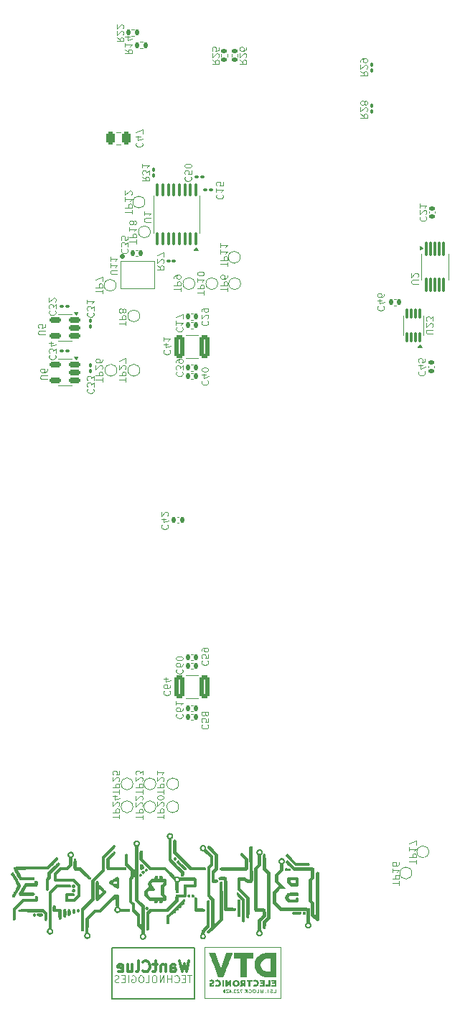
<source format=gbr>
%TF.GenerationSoftware,KiCad,Pcbnew,8.0.4*%
%TF.CreationDate,2024-11-04T18:40:42+01:00*%
%TF.ProjectId,BitForgeNano,42697446-6f72-4676-954e-616e6f2e6b69,rev?*%
%TF.SameCoordinates,Original*%
%TF.FileFunction,Legend,Bot*%
%TF.FilePolarity,Positive*%
%FSLAX46Y46*%
G04 Gerber Fmt 4.6, Leading zero omitted, Abs format (unit mm)*
G04 Created by KiCad (PCBNEW 8.0.4) date 2024-11-04 18:40:42*
%MOMM*%
%LPD*%
G01*
G04 APERTURE LIST*
G04 Aperture macros list*
%AMRoundRect*
0 Rectangle with rounded corners*
0 $1 Rounding radius*
0 $2 $3 $4 $5 $6 $7 $8 $9 X,Y pos of 4 corners*
0 Add a 4 corners polygon primitive as box body*
4,1,4,$2,$3,$4,$5,$6,$7,$8,$9,$2,$3,0*
0 Add four circle primitives for the rounded corners*
1,1,$1+$1,$2,$3*
1,1,$1+$1,$4,$5*
1,1,$1+$1,$6,$7*
1,1,$1+$1,$8,$9*
0 Add four rect primitives between the rounded corners*
20,1,$1+$1,$2,$3,$4,$5,0*
20,1,$1+$1,$4,$5,$6,$7,0*
20,1,$1+$1,$6,$7,$8,$9,0*
20,1,$1+$1,$8,$9,$2,$3,0*%
G04 Aperture macros list end*
%ADD10C,0.000000*%
%ADD11C,0.200000*%
%ADD12C,0.100000*%
%ADD13C,0.125000*%
%ADD14C,0.300000*%
%ADD15C,0.120000*%
%ADD16C,0.303180*%
%ADD17C,0.400000*%
%ADD18RoundRect,0.100000X0.100000X-0.637500X0.100000X0.637500X-0.100000X0.637500X-0.100000X-0.637500X0*%
%ADD19RoundRect,0.140000X0.140000X0.170000X-0.140000X0.170000X-0.140000X-0.170000X0.140000X-0.170000X0*%
%ADD20RoundRect,0.250000X0.250000X0.475000X-0.250000X0.475000X-0.250000X-0.475000X0.250000X-0.475000X0*%
%ADD21RoundRect,0.140000X-0.170000X0.140000X-0.170000X-0.140000X0.170000X-0.140000X0.170000X0.140000X0*%
%ADD22RoundRect,0.140000X0.170000X-0.140000X0.170000X0.140000X-0.170000X0.140000X-0.170000X-0.140000X0*%
%ADD23C,3.200000*%
%ADD24C,0.650000*%
%ADD25O,2.100000X1.000000*%
%ADD26O,1.800000X1.000000*%
%ADD27C,1.600000*%
%ADD28R,4.000000X2.000000*%
%ADD29O,2.000000X3.500000*%
%ADD30O,3.300000X2.000000*%
%ADD31C,1.295400*%
%ADD32C,1.574800*%
%ADD33C,1.000000*%
%ADD34RoundRect,0.100000X-0.130000X-0.100000X0.130000X-0.100000X0.130000X0.100000X-0.130000X0.100000X0*%
%ADD35RoundRect,0.135000X-0.185000X0.135000X-0.185000X-0.135000X0.185000X-0.135000X0.185000X0.135000X0*%
%ADD36RoundRect,0.250000X0.325000X1.100000X-0.325000X1.100000X-0.325000X-1.100000X0.325000X-1.100000X0*%
%ADD37RoundRect,0.150000X0.512500X0.150000X-0.512500X0.150000X-0.512500X-0.150000X0.512500X-0.150000X0*%
%ADD38RoundRect,0.087500X0.087500X-0.725000X0.087500X0.725000X-0.087500X0.725000X-0.087500X-0.725000X0*%
%ADD39RoundRect,0.135000X-0.135000X-0.185000X0.135000X-0.185000X0.135000X0.185000X-0.135000X0.185000X0*%
%ADD40RoundRect,0.100000X-0.100000X0.130000X-0.100000X-0.130000X0.100000X-0.130000X0.100000X0.130000X0*%
%ADD41RoundRect,0.087500X0.087500X-0.537500X0.087500X0.537500X-0.087500X0.537500X-0.087500X-0.537500X0*%
%ADD42RoundRect,0.100000X0.130000X0.100000X-0.130000X0.100000X-0.130000X-0.100000X0.130000X-0.100000X0*%
%ADD43RoundRect,0.100000X0.100000X-0.130000X0.100000X0.130000X-0.100000X0.130000X-0.100000X-0.130000X0*%
%ADD44R,1.300000X1.100000*%
%ADD45RoundRect,0.135000X0.185000X-0.135000X0.185000X0.135000X-0.185000X0.135000X-0.185000X-0.135000X0*%
%ADD46C,3.400000*%
G04 APERTURE END LIST*
D10*
G36*
X81096836Y-151305480D02*
G01*
X81158375Y-151307167D01*
X81208386Y-151310501D01*
X81248052Y-151315978D01*
X81278559Y-151324095D01*
X81290748Y-151329299D01*
X81301091Y-151335350D01*
X81309737Y-151342309D01*
X81316833Y-151350239D01*
X81322528Y-151359202D01*
X81326969Y-151369260D01*
X81332685Y-151392909D01*
X81335164Y-151421685D01*
X81335591Y-151456083D01*
X81335029Y-151543735D01*
X81335317Y-151609069D01*
X81334455Y-151634338D01*
X81333560Y-151645297D01*
X81332274Y-151655206D01*
X81330535Y-151664113D01*
X81328284Y-151672069D01*
X81325460Y-151679124D01*
X81322000Y-151685326D01*
X81317846Y-151690726D01*
X81312935Y-151695374D01*
X81307207Y-151699318D01*
X81300600Y-151702609D01*
X81293055Y-151705297D01*
X81284510Y-151707431D01*
X81274904Y-151709061D01*
X81264176Y-151710236D01*
X81252266Y-151711006D01*
X81239112Y-151711421D01*
X81208831Y-151711385D01*
X81130666Y-151709236D01*
X81081808Y-151707919D01*
X81025784Y-151706970D01*
X80828937Y-151704405D01*
X80772777Y-151702942D01*
X80743763Y-151702282D01*
X80628354Y-151702128D01*
X80514880Y-151702492D01*
X80427498Y-151704298D01*
X80392210Y-151706076D01*
X80361788Y-151708616D01*
X80335681Y-151712051D01*
X80313334Y-151716515D01*
X80294197Y-151722141D01*
X80277716Y-151729064D01*
X80263340Y-151737417D01*
X80250516Y-151747334D01*
X80238692Y-151758949D01*
X80227316Y-151772395D01*
X80203698Y-151805315D01*
X80192546Y-151822897D01*
X80182947Y-151838623D01*
X80174964Y-151852780D01*
X80171598Y-151859359D01*
X80168661Y-151865653D01*
X80166159Y-151871696D01*
X80164102Y-151877525D01*
X80162496Y-151883175D01*
X80161351Y-151888682D01*
X80160674Y-151894082D01*
X80160472Y-151899409D01*
X80160755Y-151904701D01*
X80161529Y-151909991D01*
X80162804Y-151915317D01*
X80164586Y-151920713D01*
X80166885Y-151926214D01*
X80169707Y-151931858D01*
X80173061Y-151937679D01*
X80176956Y-151943713D01*
X80181398Y-151949996D01*
X80186396Y-151956562D01*
X80198092Y-151970690D01*
X80212107Y-151986382D01*
X80228507Y-152003922D01*
X80247353Y-152023597D01*
X80265895Y-152042548D01*
X80283134Y-152059308D01*
X80291411Y-152066907D01*
X80299536Y-152074009D01*
X80307569Y-152080630D01*
X80315566Y-152086787D01*
X80323587Y-152092496D01*
X80331690Y-152097774D01*
X80339931Y-152102637D01*
X80348371Y-152107103D01*
X80357066Y-152111189D01*
X80366075Y-152114910D01*
X80375456Y-152118284D01*
X80385268Y-152121327D01*
X80395568Y-152124057D01*
X80406414Y-152126489D01*
X80417865Y-152128641D01*
X80429978Y-152130529D01*
X80442813Y-152132169D01*
X80456426Y-152133580D01*
X80470877Y-152134776D01*
X80486223Y-152135776D01*
X80519833Y-152137252D01*
X80557723Y-152138141D01*
X80600356Y-152138576D01*
X80648197Y-152138691D01*
X80797919Y-152140092D01*
X80855891Y-152140524D01*
X80902872Y-152139603D01*
X80922304Y-152138361D01*
X80939064Y-152136450D01*
X80953176Y-152133762D01*
X80964666Y-152130185D01*
X80973559Y-152125610D01*
X80979880Y-152119927D01*
X80982084Y-152116636D01*
X80983654Y-152113026D01*
X80984906Y-152104798D01*
X80982928Y-152039955D01*
X80983434Y-152022333D01*
X80985118Y-152004712D01*
X80986523Y-151995990D01*
X80988368Y-151987375D01*
X80990702Y-151978901D01*
X80993573Y-151970604D01*
X80997030Y-151962519D01*
X81001122Y-151954682D01*
X81005897Y-151947128D01*
X81011403Y-151939893D01*
X81017689Y-151933011D01*
X81024805Y-151926518D01*
X81032797Y-151920450D01*
X81041716Y-151914841D01*
X81051609Y-151909727D01*
X81062526Y-151905144D01*
X81074514Y-151901127D01*
X81087622Y-151897710D01*
X81101899Y-151894930D01*
X81117393Y-151892822D01*
X81134154Y-151891422D01*
X81152229Y-151890763D01*
X81170735Y-151890763D01*
X81187962Y-151891323D01*
X81203953Y-151892443D01*
X81218756Y-151894128D01*
X81232414Y-151896378D01*
X81244975Y-151899196D01*
X81256482Y-151902583D01*
X81266982Y-151906542D01*
X81276519Y-151911075D01*
X81285140Y-151916183D01*
X81292889Y-151921869D01*
X81299813Y-151928136D01*
X81305956Y-151934984D01*
X81311364Y-151942416D01*
X81316082Y-151950434D01*
X81320156Y-151959040D01*
X81323632Y-151968236D01*
X81326554Y-151978025D01*
X81328968Y-151988407D01*
X81330919Y-151999386D01*
X81332454Y-152010963D01*
X81333616Y-152023140D01*
X81335008Y-152049304D01*
X81335458Y-152077893D01*
X81335330Y-152108925D01*
X81334791Y-152178378D01*
X81334243Y-152231650D01*
X81332078Y-152278620D01*
X81330146Y-152299866D01*
X81327518Y-152319684D01*
X81324097Y-152338124D01*
X81319784Y-152355236D01*
X81314484Y-152371068D01*
X81308097Y-152385672D01*
X81300528Y-152399095D01*
X81291678Y-152411387D01*
X81281450Y-152422598D01*
X81269747Y-152432777D01*
X81256471Y-152441974D01*
X81241526Y-152450237D01*
X81224813Y-152457617D01*
X81206235Y-152464163D01*
X81185696Y-152469924D01*
X81163096Y-152474949D01*
X81138340Y-152479289D01*
X81111330Y-152482991D01*
X81081968Y-152486107D01*
X81050158Y-152488685D01*
X80978800Y-152492425D01*
X80896477Y-152494607D01*
X80802411Y-152495626D01*
X80695823Y-152495878D01*
X80179885Y-152495878D01*
X79961603Y-152289503D01*
X79939439Y-152268416D01*
X79917676Y-152246932D01*
X79896436Y-152225217D01*
X79875841Y-152203431D01*
X79837076Y-152160302D01*
X79819150Y-152139284D01*
X79802358Y-152118847D01*
X79786821Y-152099154D01*
X79772662Y-152080369D01*
X79760003Y-152062653D01*
X79748965Y-152046169D01*
X79739672Y-152031081D01*
X79732245Y-152017551D01*
X79726807Y-152005741D01*
X79723479Y-151995815D01*
X79721687Y-151984689D01*
X79721469Y-151971501D01*
X79722748Y-151956397D01*
X79725447Y-151939524D01*
X79734798Y-151901060D01*
X79748903Y-151857281D01*
X79767148Y-151809364D01*
X79788916Y-151758481D01*
X79813591Y-151705808D01*
X79840557Y-151652519D01*
X79869196Y-151599787D01*
X79898894Y-151548789D01*
X79929034Y-151500697D01*
X79958999Y-151456686D01*
X79988174Y-151417930D01*
X80015941Y-151385605D01*
X80041686Y-151360883D01*
X80053607Y-151351741D01*
X80064791Y-151344941D01*
X80075152Y-151340560D01*
X80091123Y-151336358D01*
X80112361Y-151332350D01*
X80138523Y-151328554D01*
X80169266Y-151324984D01*
X80204248Y-151321657D01*
X80285553Y-151315795D01*
X80379695Y-151311096D01*
X80483929Y-151307687D01*
X80595511Y-151305697D01*
X80711698Y-151305253D01*
X81096836Y-151305480D01*
G37*
G36*
X81373580Y-150230428D02*
G01*
X81371235Y-150302843D01*
X81366541Y-150364846D01*
X81363059Y-150392195D01*
X81358685Y-150417245D01*
X81353317Y-150440095D01*
X81346853Y-150460848D01*
X81339191Y-150479603D01*
X81330230Y-150496463D01*
X81319867Y-150511527D01*
X81308002Y-150524898D01*
X81294533Y-150536676D01*
X81279357Y-150546961D01*
X81262373Y-150555856D01*
X81243479Y-150563461D01*
X81222574Y-150569877D01*
X81199555Y-150575206D01*
X81174322Y-150579547D01*
X81146772Y-150583003D01*
X81084314Y-150587660D01*
X81011369Y-150589987D01*
X80830760Y-150590878D01*
X80410072Y-150590878D01*
X80195760Y-150380534D01*
X79985416Y-150149831D01*
X79985416Y-149922104D01*
X80376814Y-149922104D01*
X80377118Y-149925720D01*
X80378008Y-149929850D01*
X80379456Y-149934464D01*
X80381432Y-149939530D01*
X80386845Y-149950892D01*
X80394010Y-149963689D01*
X80402688Y-149977669D01*
X80412641Y-149992584D01*
X80423628Y-150008184D01*
X80435413Y-150024220D01*
X80460418Y-150056599D01*
X80485746Y-150087727D01*
X80509486Y-150115607D01*
X80529731Y-150138242D01*
X80541642Y-150150641D01*
X80552308Y-150161149D01*
X80557284Y-150165740D01*
X80562081Y-150169916D01*
X80566741Y-150173693D01*
X80571310Y-150177093D01*
X80575830Y-150180132D01*
X80580345Y-150182830D01*
X80584900Y-150185206D01*
X80589539Y-150187279D01*
X80594304Y-150189067D01*
X80599240Y-150190589D01*
X80604391Y-150191864D01*
X80609800Y-150192912D01*
X80615512Y-150193750D01*
X80621569Y-150194397D01*
X80628017Y-150194873D01*
X80634899Y-150195196D01*
X80650138Y-150195459D01*
X80667638Y-150195336D01*
X80710824Y-150194537D01*
X80737210Y-150194162D01*
X80767260Y-150194003D01*
X80977604Y-150194003D01*
X80977604Y-149876504D01*
X80679947Y-149876504D01*
X80525427Y-149875815D01*
X80472413Y-149876281D01*
X80451170Y-149877104D01*
X80433131Y-149878468D01*
X80418069Y-149880482D01*
X80405755Y-149883258D01*
X80395961Y-149886907D01*
X80388460Y-149891538D01*
X80383023Y-149897263D01*
X80379422Y-149904192D01*
X80377428Y-149912435D01*
X80376814Y-149922104D01*
X79985416Y-149922104D01*
X79985416Y-149884440D01*
X79985626Y-149813837D01*
X79986905Y-149751960D01*
X79990230Y-149698234D01*
X79992965Y-149674247D01*
X79996578Y-149652083D01*
X80001191Y-149631668D01*
X80006927Y-149612931D01*
X80013906Y-149595800D01*
X80022251Y-149580204D01*
X80032085Y-149566069D01*
X80043529Y-149553324D01*
X80056705Y-149541898D01*
X80071736Y-149531718D01*
X80088744Y-149522713D01*
X80107851Y-149514809D01*
X80129178Y-149507937D01*
X80152848Y-149502022D01*
X80178983Y-149496995D01*
X80207705Y-149492782D01*
X80239136Y-149489311D01*
X80273399Y-149486512D01*
X80350906Y-149482637D01*
X80441202Y-149480582D01*
X80664073Y-149479628D01*
X80831830Y-149480109D01*
X80963589Y-149481985D01*
X81064653Y-149485907D01*
X81105330Y-149488839D01*
X81140322Y-149492526D01*
X81170291Y-149497051D01*
X81195900Y-149502495D01*
X81217812Y-149508938D01*
X81236689Y-149516463D01*
X81253193Y-149525150D01*
X81267989Y-149535082D01*
X81281738Y-149546339D01*
X81295104Y-149559003D01*
X81307114Y-149571681D01*
X81312650Y-149578123D01*
X81317885Y-149584707D01*
X81322827Y-149591489D01*
X81327483Y-149598524D01*
X81331861Y-149605867D01*
X81335970Y-149613573D01*
X81339817Y-149621698D01*
X81343410Y-149630297D01*
X81346758Y-149639425D01*
X81349868Y-149649137D01*
X81352748Y-149659488D01*
X81355407Y-149670535D01*
X81357853Y-149682331D01*
X81360092Y-149694933D01*
X81362134Y-149708394D01*
X81363986Y-149722772D01*
X81365657Y-149738120D01*
X81367154Y-149754495D01*
X81369658Y-149790543D01*
X81371564Y-149831359D01*
X81372935Y-149877383D01*
X81373835Y-149929058D01*
X81374329Y-149986826D01*
X81374479Y-150051128D01*
X81373762Y-150194003D01*
X81373580Y-150230428D01*
G37*
G36*
X54802227Y-150342459D02*
G01*
X54810856Y-150343452D01*
X54819902Y-150345070D01*
X54829279Y-150347282D01*
X54838901Y-150350058D01*
X54848682Y-150353367D01*
X54858537Y-150357178D01*
X54868380Y-150361461D01*
X54878124Y-150366184D01*
X54887685Y-150371318D01*
X54896976Y-150376832D01*
X54905912Y-150382695D01*
X54914407Y-150388877D01*
X54922374Y-150395346D01*
X54929729Y-150402073D01*
X54936385Y-150409026D01*
X54947901Y-150421071D01*
X54958142Y-150433645D01*
X54967133Y-150446687D01*
X54974897Y-150460137D01*
X54981460Y-150473937D01*
X54986846Y-150488027D01*
X54991080Y-150502346D01*
X54994186Y-150516835D01*
X54996188Y-150531434D01*
X54997112Y-150546084D01*
X54996981Y-150560724D01*
X54995820Y-150575296D01*
X54993654Y-150589739D01*
X54990508Y-150603994D01*
X54986405Y-150618000D01*
X54981370Y-150631699D01*
X54975428Y-150645030D01*
X54968603Y-150657934D01*
X54960920Y-150670351D01*
X54952403Y-150682222D01*
X54943077Y-150693486D01*
X54932967Y-150704083D01*
X54922096Y-150713955D01*
X54910490Y-150723042D01*
X54898173Y-150731283D01*
X54885169Y-150738619D01*
X54871503Y-150744990D01*
X54857199Y-150750337D01*
X54842283Y-150754599D01*
X54826778Y-150757718D01*
X54810709Y-150759633D01*
X54794100Y-150760284D01*
X54784663Y-150759969D01*
X54775199Y-150759039D01*
X54765728Y-150757514D01*
X54756273Y-150755417D01*
X54746854Y-150752768D01*
X54737494Y-150749589D01*
X54728214Y-150745902D01*
X54719034Y-150741728D01*
X54709977Y-150737089D01*
X54701065Y-150732005D01*
X54692318Y-150726499D01*
X54683757Y-150720591D01*
X54675406Y-150714304D01*
X54667284Y-150707659D01*
X54651815Y-150693378D01*
X54637524Y-150677922D01*
X54630874Y-150669806D01*
X54624582Y-150661461D01*
X54618670Y-150652907D01*
X54613159Y-150644166D01*
X54608072Y-150635261D01*
X54603429Y-150626211D01*
X54599252Y-150617038D01*
X54595562Y-150607765D01*
X54592381Y-150598412D01*
X54589730Y-150589001D01*
X54587631Y-150579553D01*
X54586105Y-150570090D01*
X54585174Y-150560633D01*
X54584859Y-150551203D01*
X54585174Y-150541773D01*
X54586105Y-150532316D01*
X54587631Y-150522853D01*
X54589730Y-150513405D01*
X54592381Y-150503993D01*
X54595562Y-150494640D01*
X54599252Y-150485367D01*
X54603429Y-150476195D01*
X54608072Y-150467145D01*
X54613159Y-150458239D01*
X54618670Y-150449498D01*
X54624582Y-150440945D01*
X54630874Y-150432599D01*
X54637524Y-150424483D01*
X54651815Y-150409027D01*
X54667284Y-150394746D01*
X54675406Y-150388101D01*
X54683757Y-150381814D01*
X54692318Y-150375906D01*
X54701065Y-150370400D01*
X54709977Y-150365316D01*
X54719034Y-150360677D01*
X54728214Y-150356503D01*
X54737494Y-150352816D01*
X54746854Y-150349637D01*
X54756273Y-150346988D01*
X54765728Y-150344891D01*
X54775199Y-150343366D01*
X54784663Y-150342436D01*
X54794100Y-150342121D01*
X54802227Y-150342459D01*
G37*
G36*
X74619978Y-146626932D02*
G01*
X74633100Y-146628492D01*
X74646678Y-146631300D01*
X74660758Y-146635377D01*
X74675386Y-146640746D01*
X74690608Y-146647429D01*
X74706469Y-146655450D01*
X74723015Y-146664830D01*
X74740293Y-146675593D01*
X74758348Y-146687760D01*
X74777225Y-146701354D01*
X74796970Y-146716399D01*
X74817630Y-146732915D01*
X74839249Y-146750926D01*
X74861875Y-146770455D01*
X74885552Y-146791524D01*
X74936243Y-146838371D01*
X74991690Y-146891647D01*
X75052259Y-146951534D01*
X75381666Y-147280941D01*
X75381666Y-147939753D01*
X75381054Y-148125920D01*
X75379000Y-148276415D01*
X75375178Y-148395377D01*
X75369264Y-148486945D01*
X75360931Y-148555258D01*
X75355756Y-148581988D01*
X75349854Y-148604457D01*
X75343185Y-148623182D01*
X75335708Y-148638680D01*
X75327382Y-148651468D01*
X75318166Y-148662066D01*
X75312845Y-148667136D01*
X75306434Y-148671935D01*
X75298747Y-148676469D01*
X75289602Y-148680747D01*
X75278815Y-148684774D01*
X75266201Y-148688558D01*
X75251578Y-148692107D01*
X75234761Y-148695428D01*
X75215565Y-148698528D01*
X75193809Y-148701414D01*
X75141875Y-148706574D01*
X75077488Y-148710968D01*
X74999178Y-148714652D01*
X74905473Y-148717684D01*
X74794904Y-148720124D01*
X74665998Y-148722029D01*
X74517285Y-148723457D01*
X74154555Y-148725116D01*
X73694947Y-148725566D01*
X72872611Y-148723457D01*
X72594992Y-148720124D01*
X72390718Y-148714652D01*
X72248021Y-148706574D01*
X72155136Y-148695428D01*
X72100294Y-148680747D01*
X72083463Y-148671935D01*
X72071730Y-148662066D01*
X72065130Y-148655754D01*
X72058746Y-148648780D01*
X72052606Y-148641224D01*
X72046739Y-148633168D01*
X72041174Y-148624694D01*
X72035941Y-148615883D01*
X72031068Y-148606815D01*
X72026585Y-148597574D01*
X72022521Y-148588239D01*
X72018904Y-148578893D01*
X72015763Y-148569616D01*
X72013129Y-148560491D01*
X72011029Y-148551598D01*
X72009493Y-148543019D01*
X72008551Y-148534835D01*
X72008230Y-148527128D01*
X72008551Y-148519421D01*
X72009493Y-148511238D01*
X72011029Y-148502659D01*
X72013129Y-148493766D01*
X72015763Y-148484641D01*
X72018904Y-148475364D01*
X72022521Y-148466018D01*
X72026585Y-148456683D01*
X72031068Y-148447441D01*
X72035941Y-148438374D01*
X72041174Y-148429563D01*
X72046739Y-148421088D01*
X72052606Y-148413033D01*
X72058746Y-148405477D01*
X72065130Y-148398503D01*
X72071730Y-148392191D01*
X72077002Y-148387120D01*
X72083255Y-148382321D01*
X72090658Y-148377787D01*
X72099379Y-148373510D01*
X72109585Y-148369483D01*
X72121445Y-148365698D01*
X72135125Y-148362149D01*
X72150795Y-148358828D01*
X72168621Y-148355729D01*
X72188772Y-148352842D01*
X72236719Y-148347682D01*
X72295980Y-148343289D01*
X72367897Y-148339605D01*
X72453814Y-148336572D01*
X72555072Y-148334132D01*
X72673015Y-148332227D01*
X72808987Y-148330799D01*
X73140385Y-148329141D01*
X73560011Y-148328691D01*
X74984791Y-148328691D01*
X74984791Y-147443659D01*
X74706979Y-147153941D01*
X74655651Y-147100763D01*
X74610194Y-147052590D01*
X74570435Y-147009034D01*
X74536198Y-146969704D01*
X74507311Y-146934211D01*
X74483597Y-146902165D01*
X74464883Y-146873178D01*
X74457346Y-146859709D01*
X74450994Y-146846859D01*
X74445805Y-146834578D01*
X74441757Y-146822818D01*
X74438827Y-146811531D01*
X74436995Y-146800668D01*
X74436239Y-146790179D01*
X74436536Y-146780017D01*
X74437865Y-146770132D01*
X74440205Y-146760476D01*
X74443532Y-146751001D01*
X74447826Y-146741657D01*
X74453065Y-146732396D01*
X74459227Y-146723169D01*
X74474232Y-146704623D01*
X74492667Y-146685629D01*
X74503790Y-146674959D01*
X74514866Y-146665288D01*
X74525941Y-146656639D01*
X74537059Y-146649034D01*
X74548268Y-146642496D01*
X74559613Y-146637047D01*
X74571140Y-146632710D01*
X74582894Y-146629508D01*
X74594921Y-146627462D01*
X74607267Y-146626596D01*
X74619978Y-146626932D01*
G37*
D11*
X59350000Y-157800000D02*
X69050000Y-157800000D01*
X69050000Y-163800000D01*
X59350000Y-163800000D01*
X59350000Y-157800000D01*
D10*
G36*
X70364379Y-146052339D02*
G01*
X70386581Y-146080551D01*
X70412703Y-146111319D01*
X70442616Y-146144672D01*
X70476193Y-146180645D01*
X70513304Y-146219268D01*
X70553822Y-146260575D01*
X70644561Y-146351367D01*
X70861261Y-146566566D01*
X71293854Y-146999160D01*
X71293854Y-148054847D01*
X71103354Y-148257253D01*
X70916823Y-148455690D01*
X70904917Y-149991597D01*
X70893011Y-151523534D01*
X71150979Y-151781503D01*
X71412918Y-152035503D01*
X71412918Y-154972378D01*
X72008230Y-154385003D01*
X72008230Y-152249816D01*
X72010338Y-151121699D01*
X72019144Y-150469831D01*
X72027221Y-150280634D01*
X72038367Y-150160269D01*
X72053049Y-150091994D01*
X72071730Y-150059066D01*
X72078041Y-150052466D01*
X72085016Y-150046082D01*
X72092571Y-150039942D01*
X72100627Y-150034075D01*
X72109101Y-150028510D01*
X72117913Y-150023277D01*
X72126980Y-150018404D01*
X72136222Y-150013921D01*
X72145557Y-150009856D01*
X72154903Y-150006239D01*
X72164180Y-150003099D01*
X72173305Y-150000464D01*
X72182198Y-149998365D01*
X72190777Y-149996829D01*
X72198960Y-149995886D01*
X72206667Y-149995566D01*
X72214374Y-149995886D01*
X72222558Y-149996829D01*
X72231137Y-149998365D01*
X72240030Y-150000464D01*
X72249155Y-150003099D01*
X72258432Y-150006239D01*
X72267778Y-150009856D01*
X72277113Y-150013921D01*
X72286354Y-150018404D01*
X72295422Y-150023277D01*
X72304233Y-150028510D01*
X72312707Y-150034075D01*
X72320763Y-150039942D01*
X72328319Y-150046082D01*
X72335293Y-150052466D01*
X72341604Y-150059066D01*
X72346675Y-150064914D01*
X72351474Y-150072221D01*
X72356008Y-150081263D01*
X72360285Y-150092312D01*
X72364312Y-150105643D01*
X72368097Y-150121530D01*
X72371646Y-150140247D01*
X72374967Y-150162067D01*
X72380953Y-150216115D01*
X72386113Y-150285866D01*
X72390506Y-150373511D01*
X72394190Y-150481242D01*
X72397223Y-150611250D01*
X72399663Y-150765728D01*
X72401568Y-150946867D01*
X72402996Y-151156859D01*
X72404655Y-151672169D01*
X72405104Y-152329191D01*
X72405104Y-154535816D01*
X71643104Y-155301784D01*
X71336549Y-155606659D01*
X71069322Y-155868105D01*
X70960491Y-155972162D01*
X70873533Y-156052905D01*
X70812461Y-156106182D01*
X70792888Y-156121223D01*
X70781291Y-156127840D01*
X70771265Y-156130480D01*
X70761284Y-156132461D01*
X70751358Y-156133799D01*
X70741495Y-156134513D01*
X70731703Y-156134620D01*
X70721990Y-156134137D01*
X70712367Y-156133082D01*
X70702840Y-156131473D01*
X70693419Y-156129328D01*
X70684112Y-156126664D01*
X70674928Y-156123499D01*
X70665876Y-156119850D01*
X70656964Y-156115736D01*
X70648200Y-156111173D01*
X70639594Y-156106179D01*
X70631153Y-156100773D01*
X70614804Y-156088791D01*
X70599220Y-156075370D01*
X70584472Y-156060650D01*
X70570628Y-156044771D01*
X70557756Y-156027877D01*
X70545926Y-156010106D01*
X70535205Y-155991601D01*
X70525663Y-155972503D01*
X70522545Y-155964833D01*
X70519902Y-155957420D01*
X70517755Y-155950217D01*
X70516123Y-155943180D01*
X70515028Y-155936261D01*
X70514488Y-155929416D01*
X70514525Y-155922598D01*
X70515158Y-155915763D01*
X70516409Y-155908863D01*
X70518296Y-155901853D01*
X70520841Y-155894689D01*
X70524064Y-155887322D01*
X70527985Y-155879709D01*
X70532624Y-155871803D01*
X70538001Y-155863558D01*
X70544138Y-155854929D01*
X70551053Y-155845869D01*
X70558768Y-155836334D01*
X70567302Y-155826277D01*
X70576676Y-155815652D01*
X70598024Y-155792517D01*
X70622975Y-155766562D01*
X70651690Y-155737421D01*
X70684332Y-155704728D01*
X70762043Y-155627221D01*
X71016042Y-155377191D01*
X71016042Y-152206160D01*
X70777917Y-151956128D01*
X70539793Y-151710066D01*
X70539793Y-148285034D01*
X70896980Y-147904034D01*
X70896980Y-147157910D01*
X70527885Y-146792784D01*
X70337870Y-146604548D01*
X70257654Y-146526435D01*
X70186236Y-146459806D01*
X70153577Y-146430988D01*
X70122818Y-146405269D01*
X70093859Y-146382726D01*
X70066601Y-146363434D01*
X70040944Y-146347470D01*
X70016787Y-146334909D01*
X69994032Y-146325829D01*
X69972579Y-146320305D01*
X69965218Y-146318975D01*
X69958014Y-146317948D01*
X69944071Y-146316693D01*
X69930727Y-146316338D01*
X69917959Y-146316677D01*
X69905746Y-146317507D01*
X69894065Y-146318624D01*
X69872209Y-146320900D01*
X69861990Y-146321652D01*
X69852214Y-146321875D01*
X69842858Y-146321363D01*
X69838331Y-146320769D01*
X69833900Y-146319914D01*
X69829564Y-146318774D01*
X69825319Y-146317323D01*
X69821161Y-146315536D01*
X69817090Y-146313387D01*
X69813101Y-146310850D01*
X69809193Y-146307900D01*
X69805361Y-146304512D01*
X69801604Y-146300660D01*
X69792593Y-146289821D01*
X69784165Y-146278177D01*
X69776319Y-146265782D01*
X69769056Y-146252694D01*
X69762378Y-146238965D01*
X69756285Y-146224653D01*
X69745856Y-146194496D01*
X69737776Y-146162664D01*
X69732051Y-146129601D01*
X69728686Y-146095746D01*
X69727687Y-146061543D01*
X69728017Y-146053336D01*
X69812877Y-146053336D01*
X69813023Y-146067871D01*
X69815054Y-146082748D01*
X69818863Y-146097880D01*
X69824342Y-146113177D01*
X69831384Y-146128553D01*
X69839879Y-146143918D01*
X69849719Y-146159184D01*
X69860798Y-146174263D01*
X69873006Y-146189068D01*
X69886236Y-146203509D01*
X69900380Y-146217499D01*
X69915330Y-146230949D01*
X69930977Y-146243771D01*
X69947213Y-146255877D01*
X69963931Y-146267179D01*
X69981023Y-146277588D01*
X69998380Y-146287017D01*
X70015895Y-146295376D01*
X70033459Y-146302579D01*
X70050965Y-146308536D01*
X70068304Y-146313160D01*
X70085368Y-146316362D01*
X70102050Y-146318054D01*
X70118241Y-146318148D01*
X70133833Y-146316556D01*
X70148719Y-146313189D01*
X70162789Y-146307959D01*
X70175937Y-146300778D01*
X70188517Y-146291589D01*
X70200213Y-146280488D01*
X70211025Y-146267620D01*
X70220955Y-146253130D01*
X70230003Y-146237162D01*
X70238170Y-146219860D01*
X70245457Y-146201369D01*
X70251864Y-146181834D01*
X70262044Y-146140208D01*
X70268716Y-146096137D01*
X70271888Y-146050778D01*
X70271564Y-146005286D01*
X70267752Y-145960817D01*
X70260459Y-145918527D01*
X70255509Y-145898561D01*
X70249691Y-145879573D01*
X70243005Y-145861707D01*
X70235454Y-145845109D01*
X70227036Y-145829922D01*
X70217755Y-145816291D01*
X70207609Y-145804361D01*
X70196600Y-145794276D01*
X70184729Y-145786181D01*
X70171996Y-145780220D01*
X70158403Y-145776537D01*
X70143950Y-145775277D01*
X70139646Y-145775833D01*
X70134226Y-145777457D01*
X70120347Y-145783648D01*
X70102926Y-145793331D01*
X70082576Y-145805985D01*
X70059912Y-145821092D01*
X70035547Y-145838131D01*
X69984167Y-145875925D01*
X69933346Y-145915206D01*
X69887991Y-145951817D01*
X69853012Y-145981596D01*
X69840946Y-145992624D01*
X69833316Y-146000385D01*
X69824837Y-146012668D01*
X69818676Y-146025646D01*
X69814726Y-146039232D01*
X69812877Y-146053336D01*
X69728017Y-146053336D01*
X69729060Y-146027432D01*
X69732811Y-145993857D01*
X69738945Y-145961258D01*
X69747469Y-145930078D01*
X69752628Y-145915158D01*
X69758387Y-145900758D01*
X69764747Y-145886934D01*
X69771707Y-145873740D01*
X69779269Y-145861233D01*
X69787434Y-145849466D01*
X69796202Y-145838497D01*
X69805573Y-145828378D01*
X69813706Y-145820671D01*
X69822452Y-145813183D01*
X69841633Y-145798900D01*
X69862814Y-145785605D01*
X69885693Y-145773374D01*
X69909967Y-145762282D01*
X69935333Y-145752406D01*
X69961491Y-145743820D01*
X69988136Y-145736601D01*
X70014968Y-145730823D01*
X70041683Y-145726562D01*
X70067980Y-145723895D01*
X70093556Y-145722896D01*
X70118109Y-145723641D01*
X70141336Y-145726206D01*
X70152358Y-145728194D01*
X70162935Y-145730666D01*
X70173030Y-145733630D01*
X70182604Y-145737097D01*
X70193050Y-145741229D01*
X70202823Y-145745448D01*
X70211951Y-145749764D01*
X70220462Y-145754188D01*
X70228382Y-145758730D01*
X70235737Y-145763400D01*
X70242556Y-145768210D01*
X70248864Y-145773169D01*
X70254690Y-145778288D01*
X70260059Y-145783578D01*
X70264999Y-145789049D01*
X70269537Y-145794711D01*
X70273699Y-145800576D01*
X70277513Y-145806653D01*
X70281006Y-145812954D01*
X70284205Y-145819488D01*
X70287136Y-145826266D01*
X70289826Y-145833299D01*
X70292303Y-145840598D01*
X70294594Y-145848172D01*
X70298723Y-145864188D01*
X70302430Y-145881434D01*
X70317344Y-145964388D01*
X70319400Y-145973245D01*
X70322580Y-145982705D01*
X70326869Y-145992771D01*
X70332250Y-146003448D01*
X70338708Y-146014739D01*
X70346226Y-146026648D01*
X70363276Y-146050778D01*
X70364379Y-146052339D01*
G37*
G36*
X61469135Y-153365788D02*
G01*
X61468996Y-153395561D01*
X61467899Y-153422455D01*
X61466673Y-153434863D01*
X61464824Y-153446598D01*
X61462226Y-153457676D01*
X61458751Y-153468114D01*
X61454271Y-153477927D01*
X61448659Y-153487131D01*
X61441787Y-153495742D01*
X61433528Y-153503775D01*
X61423754Y-153511246D01*
X61412338Y-153518171D01*
X61399152Y-153524566D01*
X61384069Y-153530447D01*
X61366961Y-153535828D01*
X61347700Y-153540727D01*
X61326160Y-153545159D01*
X61302212Y-153549139D01*
X61275729Y-153552684D01*
X61246584Y-153555809D01*
X61214648Y-153558530D01*
X61179795Y-153560863D01*
X61141897Y-153562823D01*
X61100826Y-153564427D01*
X61008657Y-153566627D01*
X60902267Y-153567589D01*
X60780635Y-153567441D01*
X60513526Y-153565330D01*
X60395785Y-153564979D01*
X60290216Y-153566156D01*
X60198042Y-153569656D01*
X60120485Y-153576275D01*
X60087569Y-153581003D01*
X60058767Y-153586808D01*
X60034229Y-153593790D01*
X60014110Y-153602048D01*
X59987753Y-153615306D01*
X59963587Y-153626761D01*
X59941372Y-153636352D01*
X59920870Y-153644017D01*
X59911185Y-153647109D01*
X59901838Y-153649696D01*
X59892799Y-153651771D01*
X59884039Y-153653327D01*
X59875526Y-153654355D01*
X59867230Y-153654847D01*
X59859123Y-153654798D01*
X59851174Y-153654197D01*
X59843352Y-153653039D01*
X59835629Y-153651315D01*
X59827973Y-153649017D01*
X59820356Y-153646138D01*
X59812746Y-153642671D01*
X59805114Y-153638607D01*
X59797430Y-153633938D01*
X59789664Y-153628658D01*
X59781785Y-153622759D01*
X59773765Y-153616232D01*
X59757178Y-153601267D01*
X59739663Y-153583700D01*
X59720979Y-153563472D01*
X59712411Y-153553547D01*
X59704559Y-153543144D01*
X59697411Y-153532293D01*
X59690957Y-153521029D01*
X59685185Y-153509384D01*
X59680083Y-153497390D01*
X59675641Y-153485081D01*
X59671847Y-153472488D01*
X59668690Y-153459646D01*
X59666159Y-153446586D01*
X59664241Y-153433341D01*
X59662927Y-153419944D01*
X59662061Y-153392825D01*
X59663472Y-153365491D01*
X59667069Y-153338203D01*
X59667805Y-153334714D01*
X59759988Y-153334714D01*
X59760194Y-153353735D01*
X59762149Y-153371784D01*
X59765758Y-153388862D01*
X59770927Y-153404971D01*
X59777559Y-153420111D01*
X59785558Y-153434285D01*
X59794830Y-153447493D01*
X59805279Y-153459737D01*
X59816809Y-153471018D01*
X59829325Y-153481337D01*
X59842731Y-153490695D01*
X59856931Y-153499094D01*
X59871831Y-153506535D01*
X59887335Y-153513019D01*
X59903346Y-153518548D01*
X59919771Y-153523122D01*
X59936512Y-153526743D01*
X59953475Y-153529413D01*
X59970564Y-153531132D01*
X59987684Y-153531902D01*
X60004739Y-153531723D01*
X60021633Y-153530598D01*
X60038271Y-153528528D01*
X60054558Y-153525513D01*
X60070398Y-153521555D01*
X60085695Y-153516656D01*
X60100355Y-153510816D01*
X60114280Y-153504037D01*
X60127377Y-153496320D01*
X60139625Y-153487455D01*
X60150353Y-153477300D01*
X60159605Y-153465958D01*
X60167424Y-153453532D01*
X60173852Y-153440125D01*
X60178934Y-153425840D01*
X60182711Y-153410780D01*
X60185228Y-153395049D01*
X60186527Y-153378749D01*
X60186652Y-153361983D01*
X60185646Y-153344855D01*
X60183552Y-153327467D01*
X60180414Y-153309923D01*
X60176273Y-153292325D01*
X60171175Y-153274777D01*
X60165161Y-153257382D01*
X60158275Y-153240242D01*
X60150560Y-153223462D01*
X60142059Y-153207143D01*
X60132816Y-153191389D01*
X60122874Y-153176304D01*
X60112275Y-153161989D01*
X60101064Y-153148549D01*
X60089283Y-153136086D01*
X60076975Y-153124703D01*
X60064184Y-153114503D01*
X60050952Y-153105590D01*
X60037324Y-153098066D01*
X60023341Y-153092035D01*
X60009048Y-153087600D01*
X59994487Y-153084863D01*
X59979702Y-153083928D01*
X59975690Y-153084377D01*
X59971121Y-153085689D01*
X59966035Y-153087813D01*
X59960472Y-153090698D01*
X59948069Y-153098546D01*
X59934229Y-153108819D01*
X59919266Y-153121109D01*
X59903497Y-153135003D01*
X59887236Y-153150091D01*
X59870800Y-153165962D01*
X59838660Y-153198409D01*
X59809603Y-153229057D01*
X59786151Y-153254620D01*
X59770827Y-153271808D01*
X59765209Y-153293752D01*
X59761628Y-153314720D01*
X59759988Y-153334714D01*
X59667805Y-153334714D01*
X59672761Y-153311224D01*
X59680459Y-153284815D01*
X59690071Y-153259238D01*
X59701508Y-153234754D01*
X59714679Y-153211627D01*
X59729494Y-153190117D01*
X59737490Y-153180050D01*
X59745863Y-153170486D01*
X59750862Y-153163876D01*
X59755453Y-153156672D01*
X59759652Y-153148837D01*
X59763475Y-153140336D01*
X59766939Y-153131132D01*
X59770059Y-153121188D01*
X59772854Y-153110469D01*
X59775337Y-153098937D01*
X59779440Y-153073291D01*
X59782499Y-153043961D01*
X59784644Y-153010654D01*
X59786008Y-152973080D01*
X59786720Y-152930949D01*
X59786912Y-152883969D01*
X59786259Y-152774298D01*
X59785099Y-152641742D01*
X59784480Y-152483972D01*
X59783929Y-152375149D01*
X59782309Y-152273442D01*
X59779666Y-152181130D01*
X59776046Y-152100491D01*
X59771496Y-152033806D01*
X59766062Y-151983351D01*
X59763028Y-151964923D01*
X59759791Y-151951408D01*
X59756356Y-151943089D01*
X59754566Y-151940968D01*
X59752729Y-151940253D01*
X59745271Y-151944783D01*
X59729157Y-151958074D01*
X59672796Y-152009148D01*
X59587320Y-152089895D01*
X59476404Y-152196734D01*
X59343722Y-152326082D01*
X59192949Y-152474360D01*
X58851823Y-152813378D01*
X57978698Y-153686503D01*
X57383386Y-153686503D01*
X56569791Y-154500096D01*
X56569791Y-155270034D01*
X56567032Y-155718403D01*
X56565961Y-155870298D01*
X56567212Y-155983893D01*
X56572369Y-156066605D01*
X56576908Y-156098699D01*
X56583019Y-156125855D01*
X56590899Y-156149000D01*
X56600747Y-156169061D01*
X56612761Y-156186966D01*
X56627139Y-156203642D01*
X56649103Y-156228720D01*
X56668797Y-156254738D01*
X56686134Y-156281541D01*
X56701026Y-156308976D01*
X56707529Y-156322881D01*
X56713387Y-156336887D01*
X56718590Y-156350974D01*
X56723127Y-156365122D01*
X56726987Y-156379312D01*
X56730159Y-156393526D01*
X56732632Y-156407742D01*
X56734395Y-156421944D01*
X56735438Y-156436110D01*
X56735748Y-156450222D01*
X56735375Y-156462325D01*
X56735316Y-156464261D01*
X56734130Y-156478207D01*
X56732179Y-156492041D01*
X56729452Y-156505744D01*
X56725939Y-156519297D01*
X56721627Y-156532679D01*
X56716508Y-156545873D01*
X56710568Y-156558858D01*
X56703798Y-156571615D01*
X56696187Y-156584126D01*
X56687722Y-156596371D01*
X56678395Y-156608330D01*
X56668192Y-156619984D01*
X56657105Y-156631315D01*
X56645556Y-156642488D01*
X56633265Y-156652941D01*
X56620283Y-156662673D01*
X56606658Y-156671684D01*
X56592441Y-156679975D01*
X56577679Y-156687544D01*
X56562424Y-156694393D01*
X56546724Y-156700520D01*
X56530628Y-156705927D01*
X56514187Y-156710613D01*
X56497449Y-156714577D01*
X56480464Y-156717821D01*
X56445951Y-156722147D01*
X56411042Y-156723589D01*
X56376133Y-156722147D01*
X56341620Y-156717821D01*
X56324635Y-156714577D01*
X56307897Y-156710613D01*
X56291455Y-156705927D01*
X56275360Y-156700520D01*
X56259660Y-156694393D01*
X56244404Y-156687544D01*
X56229643Y-156679975D01*
X56215425Y-156671684D01*
X56201801Y-156662673D01*
X56188819Y-156652941D01*
X56176528Y-156642488D01*
X56164979Y-156631315D01*
X56154840Y-156620744D01*
X56145262Y-156609879D01*
X56136248Y-156598739D01*
X56127805Y-156587343D01*
X56119936Y-156575710D01*
X56112645Y-156563858D01*
X56105937Y-156551807D01*
X56099817Y-156539575D01*
X56094289Y-156527181D01*
X56089358Y-156514643D01*
X56085027Y-156501981D01*
X56081302Y-156489213D01*
X56078187Y-156476359D01*
X56075687Y-156463436D01*
X56073805Y-156450464D01*
X56072547Y-156437462D01*
X56071916Y-156424448D01*
X56071918Y-156411441D01*
X56072557Y-156398460D01*
X56073837Y-156385524D01*
X56075763Y-156372652D01*
X56078339Y-156359862D01*
X56078564Y-156358980D01*
X56188075Y-156358980D01*
X56188630Y-156371773D01*
X56190273Y-156387485D01*
X56192975Y-156405599D01*
X56196708Y-156425599D01*
X56201441Y-156446967D01*
X56207146Y-156469187D01*
X56213794Y-156491743D01*
X56221354Y-156514118D01*
X56229798Y-156535795D01*
X56239096Y-156556258D01*
X56249220Y-156574991D01*
X56260139Y-156591475D01*
X56265888Y-156598714D01*
X56271824Y-156605196D01*
X56277945Y-156610859D01*
X56284247Y-156615636D01*
X56290726Y-156619465D01*
X56297377Y-156622279D01*
X56304199Y-156624015D01*
X56311186Y-156624608D01*
X56327455Y-156623440D01*
X56347537Y-156620077D01*
X56370759Y-156614733D01*
X56396453Y-156607623D01*
X56423947Y-156598960D01*
X56452569Y-156588958D01*
X56481650Y-156577830D01*
X56510518Y-156565791D01*
X56538502Y-156553054D01*
X56564932Y-156539834D01*
X56589136Y-156526343D01*
X56610444Y-156512797D01*
X56628184Y-156499408D01*
X56635507Y-156492839D01*
X56641687Y-156486390D01*
X56646639Y-156480088D01*
X56650280Y-156473958D01*
X56652526Y-156468029D01*
X56653294Y-156462325D01*
X56652903Y-156456296D01*
X56651756Y-156449414D01*
X56647333Y-156433370D01*
X56640311Y-156414739D01*
X56630976Y-156394069D01*
X56619613Y-156371908D01*
X56606509Y-156348803D01*
X56591950Y-156325300D01*
X56576221Y-156301948D01*
X56559608Y-156279294D01*
X56542397Y-156257885D01*
X56524875Y-156238267D01*
X56507327Y-156220990D01*
X56490038Y-156206599D01*
X56481581Y-156200657D01*
X56473296Y-156195642D01*
X56465219Y-156191622D01*
X56457385Y-156188666D01*
X56449831Y-156186843D01*
X56442592Y-156186220D01*
X56434335Y-156186442D01*
X56424594Y-156187106D01*
X56413596Y-156188209D01*
X56401566Y-156189748D01*
X56388728Y-156191719D01*
X56375308Y-156194118D01*
X56361530Y-156196943D01*
X56347621Y-156200190D01*
X56333805Y-156203855D01*
X56320306Y-156207936D01*
X56307351Y-156212428D01*
X56295164Y-156217329D01*
X56283971Y-156222634D01*
X56273996Y-156228342D01*
X56269536Y-156231345D01*
X56265465Y-156234448D01*
X56261812Y-156237649D01*
X56258603Y-156240949D01*
X56251924Y-156247288D01*
X56245317Y-156254322D01*
X56238830Y-156261931D01*
X56232513Y-156269995D01*
X56226417Y-156278396D01*
X56220590Y-156287015D01*
X56215082Y-156295732D01*
X56209944Y-156304429D01*
X56205224Y-156312986D01*
X56200972Y-156321285D01*
X56197238Y-156329206D01*
X56194072Y-156336630D01*
X56191523Y-156343439D01*
X56189641Y-156349513D01*
X56188475Y-156354733D01*
X56188075Y-156358980D01*
X56078564Y-156358980D01*
X56081570Y-156347173D01*
X56085460Y-156334604D01*
X56090013Y-156322174D01*
X56095235Y-156309902D01*
X56101130Y-156297806D01*
X56107701Y-156285906D01*
X56114954Y-156274219D01*
X56122893Y-156262765D01*
X56131523Y-156251563D01*
X56140848Y-156240632D01*
X56152432Y-156227340D01*
X56163058Y-156214298D01*
X56172759Y-156201364D01*
X56181569Y-156188393D01*
X56189521Y-156175242D01*
X56196649Y-156161766D01*
X56202985Y-156147823D01*
X56208562Y-156133269D01*
X56213415Y-156117959D01*
X56217576Y-156101751D01*
X56221079Y-156084500D01*
X56223957Y-156066062D01*
X56226243Y-156046295D01*
X56227970Y-156025055D01*
X56229172Y-156002197D01*
X56229883Y-155977578D01*
X56229960Y-155922482D01*
X56228470Y-155858619D01*
X56225676Y-155784837D01*
X56221847Y-155699989D01*
X56212145Y-155492493D01*
X56206804Y-155367546D01*
X56201493Y-155226933D01*
X56199149Y-154352698D01*
X56692822Y-153825409D01*
X57220664Y-153289628D01*
X57863603Y-153289628D01*
X59601914Y-151543378D01*
X59812261Y-151543378D01*
X59922394Y-151543025D01*
X59970679Y-151543918D01*
X59993102Y-151545022D01*
X60014370Y-151546712D01*
X60034474Y-151549099D01*
X60053409Y-151552296D01*
X60071167Y-151556413D01*
X60087742Y-151561561D01*
X60103126Y-151567852D01*
X60117312Y-151575397D01*
X60130294Y-151584307D01*
X60142064Y-151594694D01*
X60148510Y-151600932D01*
X60154468Y-151606379D01*
X60164995Y-151615660D01*
X60169603Y-151619875D01*
X60173800Y-151624059D01*
X60177605Y-151628404D01*
X60181038Y-151633099D01*
X60184118Y-151638335D01*
X60186864Y-151644301D01*
X60189297Y-151651189D01*
X60191434Y-151659188D01*
X60193297Y-151668490D01*
X60194904Y-151679283D01*
X60196274Y-151691758D01*
X60197427Y-151706107D01*
X60198382Y-151722518D01*
X60199160Y-151741182D01*
X60199778Y-151762290D01*
X60200257Y-151786031D01*
X60200874Y-151842176D01*
X60201166Y-151911140D01*
X60201396Y-152093610D01*
X60201645Y-152210162D01*
X60202189Y-152345621D01*
X60200008Y-152652912D01*
X60196403Y-152876240D01*
X60197144Y-152960559D01*
X60201224Y-153028857D01*
X60209874Y-153082789D01*
X60216297Y-153104886D01*
X60224325Y-153124012D01*
X60234111Y-153140376D01*
X60245809Y-153154183D01*
X60259574Y-153165642D01*
X60275558Y-153174958D01*
X60293917Y-153182340D01*
X60314803Y-153187994D01*
X60364776Y-153194946D01*
X60426708Y-153197472D01*
X60501831Y-153197228D01*
X60696576Y-153195053D01*
X60938489Y-153195564D01*
X61123974Y-153198307D01*
X61197885Y-153201096D01*
X61260483Y-153205141D01*
X61312699Y-153210674D01*
X61355465Y-153217927D01*
X61389712Y-153227134D01*
X61416371Y-153238525D01*
X61436374Y-153252335D01*
X61450651Y-153268795D01*
X61460135Y-153288138D01*
X61465756Y-153310596D01*
X61468445Y-153336402D01*
X61469045Y-153361983D01*
X61469135Y-153365788D01*
G37*
G36*
X63381721Y-148487762D02*
G01*
X63387818Y-148488704D01*
X63394416Y-148490240D01*
X63401438Y-148492340D01*
X63408808Y-148494974D01*
X63416452Y-148498114D01*
X63424294Y-148501731D01*
X63432257Y-148505796D01*
X63440267Y-148510279D01*
X63448248Y-148515152D01*
X63456125Y-148520385D01*
X63463821Y-148525950D01*
X63471261Y-148531817D01*
X63478370Y-148537957D01*
X63485072Y-148544342D01*
X63491292Y-148550941D01*
X63497892Y-148557161D01*
X63504276Y-148563863D01*
X63510416Y-148570972D01*
X63516283Y-148578412D01*
X63521848Y-148586108D01*
X63527081Y-148593985D01*
X63531954Y-148601966D01*
X63536437Y-148609976D01*
X63540502Y-148617939D01*
X63544119Y-148625781D01*
X63547259Y-148633425D01*
X63549894Y-148640796D01*
X63551994Y-148647818D01*
X63553529Y-148654415D01*
X63554472Y-148660513D01*
X63554793Y-148666035D01*
X63554483Y-148672832D01*
X63553572Y-148679813D01*
X63552085Y-148686950D01*
X63550049Y-148694219D01*
X63547490Y-148701592D01*
X63544433Y-148709044D01*
X63540906Y-148716547D01*
X63536933Y-148724077D01*
X63527759Y-148739111D01*
X63517120Y-148753936D01*
X63505226Y-148768342D01*
X63492285Y-148782120D01*
X63478506Y-148795061D01*
X63464100Y-148806956D01*
X63449275Y-148817595D01*
X63434241Y-148826769D01*
X63426711Y-148830741D01*
X63419207Y-148834269D01*
X63411756Y-148837325D01*
X63404383Y-148839884D01*
X63397114Y-148841921D01*
X63389977Y-148843408D01*
X63382996Y-148844319D01*
X63376199Y-148844628D01*
X63369401Y-148844319D01*
X63362420Y-148843408D01*
X63355283Y-148841921D01*
X63348014Y-148839884D01*
X63340641Y-148837325D01*
X63333189Y-148834269D01*
X63325685Y-148830741D01*
X63318155Y-148826769D01*
X63303121Y-148817595D01*
X63288297Y-148806956D01*
X63273890Y-148795061D01*
X63260112Y-148782120D01*
X63247171Y-148768342D01*
X63235277Y-148753936D01*
X63224638Y-148739111D01*
X63215464Y-148724077D01*
X63211492Y-148716547D01*
X63207964Y-148709044D01*
X63204908Y-148701592D01*
X63202348Y-148694219D01*
X63200312Y-148686950D01*
X63198825Y-148679813D01*
X63197914Y-148672832D01*
X63197605Y-148666035D01*
X63197914Y-148659237D01*
X63198825Y-148652256D01*
X63200312Y-148645119D01*
X63202348Y-148637850D01*
X63204908Y-148630477D01*
X63207964Y-148623025D01*
X63211492Y-148615521D01*
X63215464Y-148607991D01*
X63224638Y-148592957D01*
X63235277Y-148578133D01*
X63247171Y-148563727D01*
X63260112Y-148549948D01*
X63273890Y-148537007D01*
X63288297Y-148525113D01*
X63303121Y-148514474D01*
X63318155Y-148505300D01*
X63325685Y-148501328D01*
X63333189Y-148497801D01*
X63340641Y-148494744D01*
X63348014Y-148492185D01*
X63355283Y-148490148D01*
X63362420Y-148488662D01*
X63369401Y-148487750D01*
X63376199Y-148487441D01*
X63381721Y-148487762D01*
G37*
G36*
X63369871Y-156497335D02*
G01*
X63368406Y-156516573D01*
X63365994Y-156535533D01*
X63362659Y-156554190D01*
X63358424Y-156572521D01*
X63353314Y-156590501D01*
X63347351Y-156608108D01*
X63340561Y-156625317D01*
X63332967Y-156642104D01*
X63324593Y-156658446D01*
X63315463Y-156674318D01*
X63305600Y-156689696D01*
X63295029Y-156704557D01*
X63283774Y-156718877D01*
X63271858Y-156732632D01*
X63259305Y-156745798D01*
X63246139Y-156758351D01*
X63232384Y-156770267D01*
X63218064Y-156781523D01*
X63203203Y-156792094D01*
X63187825Y-156801956D01*
X63171953Y-156811087D01*
X63155612Y-156819461D01*
X63138825Y-156827055D01*
X63121616Y-156833845D01*
X63104009Y-156839807D01*
X63086028Y-156844918D01*
X63067697Y-156849153D01*
X63049040Y-156852488D01*
X63030081Y-156854900D01*
X63010843Y-156856365D01*
X62991350Y-156856858D01*
X62971857Y-156856365D01*
X62952619Y-156854900D01*
X62933659Y-156852488D01*
X62915001Y-156849153D01*
X62896669Y-156844918D01*
X62878688Y-156839807D01*
X62861080Y-156833845D01*
X62843869Y-156827055D01*
X62827081Y-156819461D01*
X62810738Y-156811087D01*
X62794864Y-156801956D01*
X62779484Y-156792094D01*
X62764622Y-156781523D01*
X62750300Y-156770267D01*
X62736543Y-156758351D01*
X62723376Y-156745798D01*
X62710821Y-156732632D01*
X62698903Y-156718877D01*
X62687646Y-156704557D01*
X62677073Y-156689696D01*
X62667209Y-156674318D01*
X62658077Y-156658446D01*
X62649701Y-156642104D01*
X62642106Y-156625317D01*
X62635314Y-156608108D01*
X62629351Y-156590501D01*
X62624240Y-156572521D01*
X62620004Y-156554190D01*
X62616668Y-156535533D01*
X62614255Y-156516573D01*
X62612790Y-156497335D01*
X62612297Y-156477842D01*
X62801843Y-156477842D01*
X62802089Y-156487587D01*
X62802822Y-156497205D01*
X62804027Y-156506683D01*
X62805695Y-156516011D01*
X62807812Y-156525175D01*
X62810367Y-156534165D01*
X62813347Y-156542968D01*
X62816742Y-156551572D01*
X62820538Y-156559965D01*
X62824725Y-156568136D01*
X62829289Y-156576072D01*
X62834220Y-156583761D01*
X62839505Y-156591192D01*
X62845132Y-156598352D01*
X62851090Y-156605230D01*
X62857366Y-156611814D01*
X62863948Y-156618091D01*
X62870825Y-156624050D01*
X62877985Y-156629678D01*
X62885415Y-156634964D01*
X62893104Y-156639896D01*
X62901040Y-156644462D01*
X62909211Y-156648650D01*
X62917605Y-156652447D01*
X62926210Y-156655843D01*
X62935014Y-156658825D01*
X62944005Y-156661380D01*
X62953171Y-156663498D01*
X62962501Y-156665166D01*
X62971982Y-156666373D01*
X62981602Y-156667105D01*
X62991350Y-156667352D01*
X63001094Y-156667105D01*
X63010712Y-156666373D01*
X63020190Y-156665166D01*
X63029518Y-156663498D01*
X63038682Y-156661380D01*
X63047672Y-156658825D01*
X63056474Y-156655843D01*
X63065078Y-156652447D01*
X63073471Y-156648650D01*
X63081642Y-156644462D01*
X63089578Y-156639896D01*
X63097267Y-156634964D01*
X63104698Y-156629678D01*
X63111858Y-156624050D01*
X63118735Y-156618091D01*
X63125319Y-156611814D01*
X63131595Y-156605230D01*
X63137554Y-156598352D01*
X63143182Y-156591192D01*
X63148468Y-156583761D01*
X63153400Y-156576072D01*
X63157966Y-156568136D01*
X63162153Y-156559965D01*
X63165951Y-156551572D01*
X63169346Y-156542968D01*
X63172328Y-156534165D01*
X63174884Y-156525175D01*
X63177001Y-156516011D01*
X63178669Y-156506683D01*
X63179876Y-156497205D01*
X63180608Y-156487587D01*
X63180855Y-156477842D01*
X63180608Y-156468094D01*
X63179876Y-156458474D01*
X63178669Y-156448992D01*
X63177001Y-156439662D01*
X63174884Y-156430495D01*
X63172328Y-156421503D01*
X63169346Y-156412697D01*
X63165951Y-156404091D01*
X63162153Y-156395696D01*
X63157966Y-156387524D01*
X63153400Y-156379586D01*
X63148468Y-156371895D01*
X63143182Y-156364463D01*
X63137554Y-156357301D01*
X63131595Y-156350423D01*
X63125319Y-156343838D01*
X63118735Y-156337560D01*
X63111858Y-156331601D01*
X63104698Y-156325972D01*
X63097267Y-156320685D01*
X63089578Y-156315753D01*
X63081642Y-156311186D01*
X63073471Y-156306998D01*
X63065078Y-156303200D01*
X63056474Y-156299805D01*
X63047672Y-156296823D01*
X63038682Y-156294267D01*
X63029518Y-156292149D01*
X63020190Y-156290481D01*
X63010712Y-156289274D01*
X63001094Y-156288542D01*
X62991350Y-156288295D01*
X62981602Y-156288542D01*
X62971982Y-156289274D01*
X62962501Y-156290481D01*
X62953171Y-156292149D01*
X62944005Y-156294267D01*
X62935014Y-156296823D01*
X62926210Y-156299805D01*
X62917605Y-156303200D01*
X62909211Y-156306998D01*
X62901040Y-156311186D01*
X62893104Y-156315753D01*
X62885415Y-156320685D01*
X62877985Y-156325972D01*
X62870825Y-156331601D01*
X62863948Y-156337560D01*
X62857366Y-156343838D01*
X62851090Y-156350423D01*
X62845132Y-156357301D01*
X62839505Y-156364463D01*
X62834220Y-156371895D01*
X62829289Y-156379586D01*
X62824725Y-156387524D01*
X62820538Y-156395696D01*
X62816742Y-156404091D01*
X62813347Y-156412697D01*
X62810367Y-156421503D01*
X62807812Y-156430495D01*
X62805695Y-156439662D01*
X62804027Y-156448992D01*
X62802822Y-156458474D01*
X62802089Y-156468094D01*
X62801843Y-156477842D01*
X62612297Y-156477842D01*
X62612790Y-156458350D01*
X62614255Y-156439112D01*
X62616668Y-156420152D01*
X62620004Y-156401494D01*
X62624240Y-156383162D01*
X62629351Y-156365180D01*
X62635314Y-156347572D01*
X62642106Y-156330362D01*
X62649701Y-156313574D01*
X62658077Y-156297231D01*
X62667209Y-156281357D01*
X62677073Y-156265977D01*
X62687646Y-156251114D01*
X62698903Y-156236792D01*
X62710821Y-156223036D01*
X62723376Y-156209868D01*
X62736543Y-156197313D01*
X62750300Y-156185395D01*
X62764622Y-156174138D01*
X62779484Y-156163565D01*
X62794864Y-156153701D01*
X62810738Y-156144569D01*
X62827081Y-156136193D01*
X62843869Y-156128597D01*
X62861080Y-156121806D01*
X62878688Y-156115843D01*
X62896669Y-156110731D01*
X62915001Y-156106495D01*
X62933659Y-156103159D01*
X62952619Y-156100747D01*
X62971857Y-156099281D01*
X62991350Y-156098788D01*
X63010843Y-156099281D01*
X63030081Y-156100747D01*
X63049040Y-156103159D01*
X63067697Y-156106495D01*
X63086028Y-156110731D01*
X63104009Y-156115843D01*
X63121616Y-156121806D01*
X63138825Y-156128597D01*
X63155612Y-156136193D01*
X63171953Y-156144569D01*
X63187825Y-156153701D01*
X63203203Y-156163565D01*
X63218064Y-156174138D01*
X63232384Y-156185395D01*
X63246139Y-156197313D01*
X63259305Y-156209868D01*
X63271858Y-156223036D01*
X63283774Y-156236792D01*
X63295029Y-156251114D01*
X63305600Y-156265977D01*
X63315463Y-156281357D01*
X63324593Y-156297231D01*
X63332967Y-156313574D01*
X63340561Y-156330362D01*
X63347351Y-156347572D01*
X63353314Y-156365180D01*
X63358424Y-156383162D01*
X63362659Y-156401494D01*
X63365994Y-156420152D01*
X63368406Y-156439112D01*
X63369871Y-156458350D01*
X63370365Y-156477842D01*
X63369871Y-156497335D01*
G37*
G36*
X54845233Y-146878555D02*
G01*
X54843769Y-146897793D01*
X54841357Y-146916753D01*
X54838021Y-146935410D01*
X54833787Y-146953741D01*
X54828676Y-146971722D01*
X54822714Y-146989328D01*
X54815924Y-147006537D01*
X54808330Y-147023324D01*
X54799956Y-147039666D01*
X54790825Y-147055538D01*
X54780963Y-147070916D01*
X54770392Y-147085777D01*
X54759136Y-147100097D01*
X54747220Y-147113852D01*
X54734667Y-147127018D01*
X54721501Y-147139571D01*
X54707747Y-147151487D01*
X54693427Y-147162743D01*
X54678566Y-147173314D01*
X54663187Y-147183177D01*
X54647315Y-147192307D01*
X54630974Y-147200681D01*
X54614187Y-147208275D01*
X54596978Y-147215065D01*
X54579371Y-147221028D01*
X54561390Y-147226138D01*
X54543060Y-147230373D01*
X54524402Y-147233708D01*
X54505443Y-147236120D01*
X54486205Y-147237585D01*
X54466712Y-147238079D01*
X54447220Y-147237585D01*
X54427982Y-147236120D01*
X54409022Y-147233708D01*
X54390364Y-147230373D01*
X54372032Y-147226138D01*
X54354051Y-147221028D01*
X54336443Y-147215065D01*
X54319232Y-147208275D01*
X54302444Y-147200681D01*
X54286101Y-147192307D01*
X54270227Y-147183177D01*
X54254847Y-147173314D01*
X54239984Y-147162743D01*
X54225662Y-147151487D01*
X54211906Y-147139571D01*
X54198738Y-147127018D01*
X54186183Y-147113852D01*
X54174265Y-147100097D01*
X54163007Y-147085777D01*
X54152434Y-147070916D01*
X54142570Y-147055538D01*
X54133438Y-147039666D01*
X54125062Y-147023324D01*
X54117467Y-147006537D01*
X54110675Y-146989328D01*
X54104712Y-146971722D01*
X54099600Y-146953741D01*
X54095364Y-146935410D01*
X54092028Y-146916753D01*
X54089615Y-146897793D01*
X54088150Y-146878555D01*
X54087657Y-146859063D01*
X54277205Y-146859063D01*
X54277452Y-146868808D01*
X54278184Y-146878425D01*
X54279390Y-146887903D01*
X54281057Y-146897231D01*
X54283174Y-146906396D01*
X54285729Y-146915385D01*
X54288710Y-146924188D01*
X54292104Y-146932792D01*
X54295901Y-146941185D01*
X54300087Y-146949356D01*
X54304652Y-146957292D01*
X54309582Y-146964981D01*
X54314867Y-146972412D01*
X54320495Y-146979572D01*
X54326452Y-146986450D01*
X54332728Y-146993033D01*
X54339311Y-146999310D01*
X54346188Y-147005269D01*
X54353347Y-147010897D01*
X54360778Y-147016184D01*
X54368467Y-147021116D01*
X54376403Y-147025681D01*
X54384574Y-147029869D01*
X54392967Y-147033667D01*
X54401572Y-147037062D01*
X54410376Y-147040044D01*
X54419367Y-147042600D01*
X54428534Y-147044718D01*
X54437863Y-147046386D01*
X54447344Y-147047592D01*
X54456965Y-147048324D01*
X54466712Y-147048571D01*
X54476457Y-147048324D01*
X54486075Y-147047592D01*
X54495553Y-147046386D01*
X54504881Y-147044718D01*
X54514045Y-147042600D01*
X54523035Y-147040044D01*
X54531838Y-147037062D01*
X54540442Y-147033667D01*
X54548836Y-147029869D01*
X54557006Y-147025681D01*
X54564942Y-147021116D01*
X54572632Y-147016184D01*
X54580063Y-147010897D01*
X54587223Y-147005269D01*
X54594101Y-146999310D01*
X54600684Y-146993033D01*
X54606961Y-146986450D01*
X54612920Y-146979572D01*
X54618548Y-146972412D01*
X54623834Y-146964981D01*
X54628766Y-146957292D01*
X54633332Y-146949356D01*
X54637520Y-146941185D01*
X54641317Y-146932792D01*
X54644713Y-146924188D01*
X54647695Y-146915385D01*
X54650250Y-146906396D01*
X54652368Y-146897231D01*
X54654036Y-146887903D01*
X54655243Y-146878425D01*
X54655975Y-146868808D01*
X54656222Y-146859063D01*
X54655975Y-146849315D01*
X54655243Y-146839694D01*
X54654036Y-146830212D01*
X54652368Y-146820882D01*
X54650250Y-146811715D01*
X54647695Y-146802723D01*
X54644713Y-146793917D01*
X54641317Y-146785311D01*
X54637520Y-146776916D01*
X54633332Y-146768743D01*
X54628766Y-146760806D01*
X54623834Y-146753115D01*
X54618548Y-146745683D01*
X54612920Y-146738521D01*
X54606961Y-146731642D01*
X54600684Y-146725058D01*
X54594101Y-146718780D01*
X54587223Y-146712821D01*
X54580063Y-146707192D01*
X54572632Y-146701905D01*
X54564942Y-146696973D01*
X54557006Y-146692406D01*
X54548836Y-146688218D01*
X54540442Y-146684420D01*
X54531838Y-146681025D01*
X54523035Y-146678043D01*
X54514045Y-146675487D01*
X54504881Y-146673369D01*
X54495553Y-146671701D01*
X54486075Y-146670495D01*
X54476457Y-146669762D01*
X54466712Y-146669515D01*
X54456965Y-146669762D01*
X54447344Y-146670495D01*
X54437863Y-146671701D01*
X54428534Y-146673369D01*
X54419367Y-146675487D01*
X54410376Y-146678043D01*
X54401572Y-146681025D01*
X54392967Y-146684420D01*
X54384574Y-146688218D01*
X54376403Y-146692406D01*
X54368467Y-146696973D01*
X54360778Y-146701905D01*
X54353347Y-146707192D01*
X54346188Y-146712821D01*
X54339311Y-146718780D01*
X54332728Y-146725058D01*
X54326452Y-146731642D01*
X54320495Y-146738521D01*
X54314867Y-146745683D01*
X54309582Y-146753115D01*
X54304652Y-146760806D01*
X54300087Y-146768743D01*
X54295901Y-146776916D01*
X54292104Y-146785311D01*
X54288710Y-146793917D01*
X54285729Y-146802723D01*
X54283174Y-146811715D01*
X54281057Y-146820882D01*
X54279390Y-146830212D01*
X54278184Y-146839694D01*
X54277452Y-146849315D01*
X54277205Y-146859063D01*
X54087657Y-146859063D01*
X54088150Y-146839570D01*
X54089615Y-146820332D01*
X54092028Y-146801372D01*
X54095364Y-146782714D01*
X54099600Y-146764382D01*
X54104712Y-146746401D01*
X54110675Y-146728793D01*
X54117467Y-146711582D01*
X54125062Y-146694794D01*
X54133438Y-146678451D01*
X54142570Y-146662577D01*
X54152434Y-146647197D01*
X54163007Y-146632334D01*
X54174265Y-146618013D01*
X54186183Y-146604256D01*
X54198738Y-146591088D01*
X54211906Y-146578533D01*
X54225662Y-146566615D01*
X54239984Y-146555358D01*
X54254847Y-146544785D01*
X54270227Y-146534921D01*
X54286101Y-146525789D01*
X54302444Y-146517413D01*
X54319232Y-146509817D01*
X54336443Y-146503026D01*
X54354051Y-146497063D01*
X54372032Y-146491951D01*
X54390364Y-146487715D01*
X54409022Y-146484379D01*
X54427982Y-146481966D01*
X54447220Y-146480501D01*
X54466712Y-146480008D01*
X54486205Y-146480501D01*
X54505443Y-146481966D01*
X54524402Y-146484379D01*
X54543060Y-146487715D01*
X54561390Y-146491951D01*
X54579371Y-146497063D01*
X54596978Y-146503026D01*
X54614187Y-146509817D01*
X54630974Y-146517413D01*
X54647315Y-146525789D01*
X54663187Y-146534921D01*
X54678566Y-146544785D01*
X54693427Y-146555358D01*
X54707747Y-146566615D01*
X54721501Y-146578533D01*
X54734667Y-146591088D01*
X54747220Y-146604256D01*
X54759136Y-146618013D01*
X54770392Y-146632334D01*
X54780963Y-146647197D01*
X54790825Y-146662577D01*
X54799956Y-146678451D01*
X54808330Y-146694794D01*
X54815924Y-146711582D01*
X54822714Y-146728793D01*
X54828676Y-146746401D01*
X54833787Y-146764382D01*
X54838021Y-146782714D01*
X54841357Y-146801372D01*
X54843769Y-146820332D01*
X54845233Y-146839570D01*
X54845727Y-146859063D01*
X54845233Y-146878555D01*
G37*
G36*
X77097086Y-156094626D02*
G01*
X77095621Y-156113864D01*
X77093209Y-156132824D01*
X77089874Y-156151481D01*
X77085639Y-156169812D01*
X77080529Y-156187793D01*
X77074566Y-156205399D01*
X77067776Y-156222608D01*
X77060182Y-156239395D01*
X77051808Y-156255737D01*
X77042678Y-156271609D01*
X77032815Y-156286987D01*
X77022244Y-156301848D01*
X77010988Y-156316168D01*
X76999072Y-156329923D01*
X76986519Y-156343089D01*
X76973353Y-156355642D01*
X76959598Y-156367558D01*
X76945278Y-156378814D01*
X76930417Y-156389385D01*
X76915039Y-156399248D01*
X76899167Y-156408378D01*
X76882825Y-156416752D01*
X76866038Y-156424346D01*
X76848829Y-156431136D01*
X76831223Y-156437099D01*
X76813242Y-156442209D01*
X76794911Y-156446444D01*
X76776254Y-156449779D01*
X76757294Y-156452191D01*
X76738056Y-156453656D01*
X76718564Y-156454150D01*
X76699071Y-156453656D01*
X76679833Y-156452191D01*
X76660873Y-156449779D01*
X76642215Y-156446444D01*
X76623883Y-156442209D01*
X76605902Y-156437099D01*
X76588294Y-156431136D01*
X76571083Y-156424346D01*
X76554295Y-156416752D01*
X76537952Y-156408378D01*
X76522078Y-156399248D01*
X76506698Y-156389385D01*
X76491835Y-156378814D01*
X76477514Y-156367558D01*
X76463757Y-156355642D01*
X76450589Y-156343089D01*
X76438034Y-156329923D01*
X76426116Y-156316168D01*
X76414859Y-156301848D01*
X76404286Y-156286987D01*
X76394422Y-156271609D01*
X76385290Y-156255737D01*
X76376914Y-156239395D01*
X76369318Y-156222608D01*
X76362527Y-156205399D01*
X76356563Y-156187793D01*
X76351452Y-156169812D01*
X76347216Y-156151481D01*
X76343880Y-156132824D01*
X76341467Y-156113864D01*
X76340002Y-156094626D01*
X76339509Y-156075134D01*
X76529057Y-156075134D01*
X76529303Y-156084879D01*
X76530035Y-156094496D01*
X76531241Y-156103975D01*
X76532909Y-156113302D01*
X76535026Y-156122467D01*
X76537580Y-156131456D01*
X76540561Y-156140259D01*
X76543955Y-156148863D01*
X76547752Y-156157256D01*
X76551938Y-156165427D01*
X76556503Y-156173363D01*
X76561434Y-156181052D01*
X76566718Y-156188483D01*
X76572346Y-156195643D01*
X76578303Y-156202521D01*
X76584579Y-156209104D01*
X76591162Y-156215381D01*
X76598039Y-156221340D01*
X76605198Y-156226968D01*
X76612629Y-156232254D01*
X76620318Y-156237186D01*
X76628254Y-156241752D01*
X76636425Y-156245939D01*
X76644818Y-156249737D01*
X76653423Y-156253133D01*
X76662227Y-156256114D01*
X76671218Y-156258670D01*
X76680385Y-156260788D01*
X76689714Y-156262456D01*
X76699195Y-156263662D01*
X76708816Y-156264395D01*
X76718564Y-156264641D01*
X76728308Y-156264395D01*
X76737926Y-156263662D01*
X76747404Y-156262456D01*
X76756732Y-156260788D01*
X76765896Y-156258670D01*
X76774886Y-156256114D01*
X76783689Y-156253133D01*
X76792293Y-156249737D01*
X76800686Y-156245939D01*
X76808857Y-156241752D01*
X76816793Y-156237186D01*
X76824482Y-156232254D01*
X76831913Y-156226968D01*
X76839073Y-156221340D01*
X76845951Y-156215381D01*
X76852534Y-156209104D01*
X76858811Y-156202521D01*
X76864770Y-156195643D01*
X76870398Y-156188483D01*
X76875684Y-156181052D01*
X76880616Y-156173363D01*
X76885182Y-156165427D01*
X76889370Y-156157256D01*
X76893167Y-156148863D01*
X76896563Y-156140259D01*
X76899544Y-156131456D01*
X76902100Y-156122467D01*
X76904218Y-156113302D01*
X76905886Y-156103975D01*
X76907092Y-156094496D01*
X76907825Y-156084879D01*
X76908072Y-156075134D01*
X76907825Y-156065386D01*
X76907092Y-156055765D01*
X76905886Y-156046283D01*
X76904218Y-156036953D01*
X76902100Y-156027785D01*
X76899544Y-156018793D01*
X76896563Y-156009988D01*
X76893167Y-156001382D01*
X76889370Y-155992987D01*
X76885182Y-155984814D01*
X76880616Y-155976877D01*
X76875684Y-155969186D01*
X76870398Y-155961754D01*
X76864770Y-155954592D01*
X76858811Y-155947713D01*
X76852534Y-155941129D01*
X76845951Y-155934851D01*
X76839073Y-155928892D01*
X76831913Y-155923263D01*
X76824482Y-155917976D01*
X76816793Y-155913044D01*
X76808857Y-155908477D01*
X76800686Y-155904290D01*
X76792293Y-155900492D01*
X76783689Y-155897096D01*
X76774886Y-155894114D01*
X76765896Y-155891558D01*
X76756732Y-155889440D01*
X76747404Y-155887772D01*
X76737926Y-155886566D01*
X76728308Y-155885834D01*
X76718564Y-155885587D01*
X76708816Y-155885834D01*
X76699195Y-155886566D01*
X76689714Y-155887772D01*
X76680385Y-155889440D01*
X76671218Y-155891558D01*
X76662227Y-155894114D01*
X76653423Y-155897096D01*
X76644818Y-155900492D01*
X76636425Y-155904290D01*
X76628254Y-155908477D01*
X76620318Y-155913044D01*
X76612629Y-155917976D01*
X76605198Y-155923263D01*
X76598039Y-155928892D01*
X76591162Y-155934851D01*
X76584579Y-155941129D01*
X76578303Y-155947713D01*
X76572346Y-155954592D01*
X76566718Y-155961754D01*
X76561434Y-155969186D01*
X76556503Y-155976877D01*
X76551938Y-155984814D01*
X76547752Y-155992987D01*
X76543955Y-156001382D01*
X76540561Y-156009988D01*
X76537580Y-156018793D01*
X76535026Y-156027785D01*
X76532909Y-156036953D01*
X76531241Y-156046283D01*
X76530035Y-156055765D01*
X76529303Y-156065386D01*
X76529057Y-156075134D01*
X76339509Y-156075134D01*
X76340002Y-156055641D01*
X76341467Y-156036403D01*
X76343880Y-156017443D01*
X76347216Y-155998785D01*
X76351452Y-155980454D01*
X76356563Y-155962472D01*
X76362527Y-155944864D01*
X76369318Y-155927654D01*
X76376914Y-155910865D01*
X76385290Y-155894522D01*
X76394422Y-155878648D01*
X76404286Y-155863268D01*
X76414859Y-155848405D01*
X76426116Y-155834083D01*
X76438034Y-155820327D01*
X76450589Y-155807159D01*
X76463757Y-155794604D01*
X76477514Y-155782686D01*
X76491835Y-155771429D01*
X76506698Y-155760856D01*
X76522078Y-155750991D01*
X76537952Y-155741859D01*
X76554295Y-155733484D01*
X76571083Y-155725888D01*
X76588294Y-155719097D01*
X76605902Y-155713133D01*
X76623883Y-155708021D01*
X76642215Y-155703786D01*
X76660873Y-155700450D01*
X76679833Y-155698037D01*
X76699071Y-155696572D01*
X76718564Y-155696078D01*
X76738056Y-155696572D01*
X76757294Y-155698037D01*
X76776254Y-155700450D01*
X76794911Y-155703786D01*
X76813242Y-155708021D01*
X76831223Y-155713133D01*
X76848829Y-155719097D01*
X76866038Y-155725888D01*
X76882825Y-155733484D01*
X76899167Y-155741859D01*
X76915039Y-155750991D01*
X76930417Y-155760856D01*
X76945278Y-155771429D01*
X76959598Y-155782686D01*
X76973353Y-155794604D01*
X76986519Y-155807159D01*
X76999072Y-155820327D01*
X77010988Y-155834083D01*
X77022244Y-155848405D01*
X77032815Y-155863268D01*
X77042678Y-155878648D01*
X77051808Y-155894522D01*
X77060182Y-155910865D01*
X77067776Y-155927654D01*
X77074566Y-155944864D01*
X77080529Y-155962472D01*
X77085639Y-155980454D01*
X77089874Y-155998785D01*
X77093209Y-156017443D01*
X77095621Y-156036403D01*
X77097086Y-156055641D01*
X77097580Y-156075134D01*
X77097086Y-156094626D01*
G37*
G36*
X66737499Y-145034949D02*
G01*
X66745683Y-145035892D01*
X66754262Y-145037428D01*
X66763155Y-145039527D01*
X66772280Y-145042162D01*
X66781557Y-145045302D01*
X66790903Y-145048919D01*
X66800238Y-145052984D01*
X66809480Y-145057467D01*
X66818547Y-145062340D01*
X66827358Y-145067573D01*
X66835833Y-145073138D01*
X66843888Y-145079005D01*
X66851444Y-145085145D01*
X66858418Y-145091529D01*
X66864730Y-145098129D01*
X66869451Y-145103186D01*
X66873945Y-145108726D01*
X66878217Y-145114814D01*
X66882271Y-145121515D01*
X66886114Y-145128893D01*
X66889749Y-145137013D01*
X66893182Y-145145940D01*
X66896418Y-145155737D01*
X66899462Y-145166471D01*
X66902319Y-145178206D01*
X66904995Y-145191006D01*
X66907495Y-145204936D01*
X66911984Y-145236445D01*
X66915827Y-145273250D01*
X66919066Y-145315868D01*
X66921742Y-145364818D01*
X66923894Y-145420615D01*
X66925563Y-145483779D01*
X66926791Y-145554826D01*
X66927617Y-145634274D01*
X66928083Y-145722639D01*
X66928230Y-145820441D01*
X66928230Y-146483222D01*
X68734011Y-148289003D01*
X69515854Y-148289003D01*
X69792884Y-148290042D01*
X70007173Y-148294336D01*
X70093276Y-148298257D01*
X70166675Y-148303654D01*
X70228366Y-148310748D01*
X70279343Y-148319761D01*
X70320599Y-148330913D01*
X70353129Y-148344426D01*
X70377927Y-148360520D01*
X70395987Y-148379416D01*
X70408303Y-148401336D01*
X70415869Y-148426499D01*
X70419680Y-148455127D01*
X70420730Y-148487441D01*
X70420497Y-148504072D01*
X70419705Y-148519755D01*
X70418212Y-148534516D01*
X70415877Y-148548383D01*
X70412560Y-148561384D01*
X70408120Y-148573546D01*
X70402415Y-148584897D01*
X70399044Y-148590278D01*
X70395305Y-148595465D01*
X70391179Y-148600464D01*
X70386648Y-148605278D01*
X70381696Y-148609909D01*
X70376304Y-148614362D01*
X70370455Y-148618639D01*
X70364132Y-148622745D01*
X70349990Y-148630456D01*
X70333738Y-148637521D01*
X70315234Y-148643968D01*
X70294338Y-148649826D01*
X70270909Y-148655121D01*
X70244806Y-148659881D01*
X70215887Y-148664134D01*
X70184013Y-148667907D01*
X70149041Y-148671228D01*
X70110831Y-148674125D01*
X70069241Y-148676625D01*
X70024132Y-148678756D01*
X69975361Y-148680546D01*
X69866273Y-148683210D01*
X69740849Y-148684840D01*
X69597960Y-148685656D01*
X69436479Y-148685879D01*
X68575261Y-148685879D01*
X67555292Y-147661940D01*
X66531355Y-146641972D01*
X66531355Y-145899816D01*
X66532557Y-145637026D01*
X66537246Y-145433116D01*
X66541408Y-145350944D01*
X66547052Y-145280737D01*
X66554382Y-145221576D01*
X66563601Y-145172543D01*
X66574913Y-145132718D01*
X66588522Y-145101183D01*
X66604631Y-145077019D01*
X66623442Y-145059309D01*
X66645161Y-145047134D01*
X66669990Y-145039574D01*
X66698133Y-145035712D01*
X66729793Y-145034629D01*
X66737499Y-145034949D01*
G37*
G36*
X72509191Y-149440716D02*
G01*
X72596349Y-149443165D01*
X72668251Y-149447475D01*
X72699005Y-149450386D01*
X72726573Y-149453831D01*
X72751165Y-149457835D01*
X72772989Y-149462420D01*
X72792255Y-149467610D01*
X72809173Y-149473427D01*
X72823951Y-149479896D01*
X72836799Y-149487039D01*
X72847926Y-149494879D01*
X72857542Y-149503441D01*
X72862613Y-149509162D01*
X72867411Y-149516052D01*
X72871946Y-149524323D01*
X72876223Y-149534191D01*
X72880250Y-149545870D01*
X72884034Y-149559574D01*
X72887583Y-149575518D01*
X72890904Y-149593916D01*
X72894004Y-149614982D01*
X72896890Y-149638932D01*
X72902051Y-149696336D01*
X72906444Y-149767844D01*
X72910128Y-149855171D01*
X72913160Y-149960032D01*
X72915600Y-150084142D01*
X72917505Y-150229215D01*
X72918933Y-150396967D01*
X72920592Y-150807369D01*
X72921042Y-151329065D01*
X72921042Y-153091191D01*
X73393323Y-153091191D01*
X73562646Y-153092880D01*
X73634320Y-153095219D01*
X73697925Y-153098756D01*
X73753902Y-153103641D01*
X73802693Y-153110027D01*
X73844741Y-153118063D01*
X73880487Y-153127902D01*
X73910372Y-153139694D01*
X73934840Y-153153590D01*
X73945180Y-153161375D01*
X73954331Y-153169742D01*
X73962348Y-153178711D01*
X73969287Y-153188301D01*
X73980151Y-153209418D01*
X73987364Y-153233244D01*
X73991367Y-153259931D01*
X73992604Y-153289628D01*
X73992323Y-153305561D01*
X73991425Y-153320634D01*
X73989830Y-153334870D01*
X73987457Y-153348291D01*
X73984222Y-153360922D01*
X73980046Y-153372786D01*
X73974847Y-153383905D01*
X73968543Y-153394304D01*
X73961053Y-153404005D01*
X73952296Y-153413031D01*
X73942190Y-153421407D01*
X73930654Y-153429154D01*
X73917606Y-153436297D01*
X73902966Y-153442859D01*
X73886651Y-153448862D01*
X73868580Y-153454331D01*
X73848672Y-153459288D01*
X73826846Y-153463757D01*
X73803020Y-153467760D01*
X73777113Y-153471322D01*
X73749043Y-153474465D01*
X73718729Y-153477213D01*
X73686089Y-153479589D01*
X73651043Y-153481616D01*
X73613509Y-153483318D01*
X73573404Y-153484717D01*
X73485162Y-153486701D01*
X73385664Y-153487755D01*
X73274260Y-153488065D01*
X73093403Y-153487585D01*
X72951800Y-153485709D01*
X72843682Y-153481787D01*
X72800379Y-153478855D01*
X72763284Y-153475167D01*
X72731677Y-153470642D01*
X72704838Y-153465199D01*
X72682045Y-153458755D01*
X72662577Y-153451231D01*
X72645714Y-153442543D01*
X72630734Y-153432612D01*
X72616917Y-153421354D01*
X72603543Y-153408690D01*
X72596680Y-153401629D01*
X72590225Y-153394379D01*
X72584163Y-153386639D01*
X72578482Y-153378103D01*
X72573171Y-153368469D01*
X72568216Y-153357432D01*
X72563606Y-153344689D01*
X72559328Y-153329936D01*
X72555370Y-153312869D01*
X72551719Y-153293184D01*
X72548363Y-153270578D01*
X72545290Y-153244747D01*
X72542487Y-153215387D01*
X72539943Y-153182195D01*
X72537644Y-153144866D01*
X72535578Y-153103097D01*
X72533733Y-153056584D01*
X72532096Y-153005023D01*
X72530656Y-152948111D01*
X72529400Y-152885544D01*
X72527389Y-152742229D01*
X72525966Y-152572649D01*
X72525031Y-152374372D01*
X72524485Y-152144970D01*
X72524167Y-151583066D01*
X72524167Y-149836816D01*
X72270167Y-149836816D01*
X72221414Y-149836157D01*
X72176312Y-149834149D01*
X72134791Y-149830747D01*
X72096782Y-149825902D01*
X72062214Y-149819569D01*
X72031018Y-149811701D01*
X72003125Y-149802252D01*
X71978464Y-149791175D01*
X71967323Y-149785012D01*
X71956965Y-149778424D01*
X71947380Y-149771406D01*
X71938559Y-149763952D01*
X71930494Y-149756056D01*
X71923176Y-149747713D01*
X71916597Y-149738916D01*
X71910747Y-149729660D01*
X71905618Y-149719938D01*
X71901201Y-149709746D01*
X71897488Y-149699077D01*
X71894469Y-149687926D01*
X71890481Y-149664152D01*
X71889167Y-149638378D01*
X71889475Y-149623842D01*
X71890426Y-149609989D01*
X71892058Y-149596804D01*
X71894407Y-149584273D01*
X71897512Y-149572382D01*
X71901410Y-149561115D01*
X71906140Y-149550460D01*
X71911739Y-149540400D01*
X71918245Y-149530921D01*
X71925696Y-149522009D01*
X71934129Y-149513650D01*
X71943582Y-149505828D01*
X71954094Y-149498530D01*
X71965701Y-149491740D01*
X71978442Y-149485444D01*
X71992355Y-149479628D01*
X72007476Y-149474277D01*
X72023845Y-149469377D01*
X72041498Y-149464912D01*
X72060474Y-149460870D01*
X72080811Y-149457234D01*
X72102545Y-149453990D01*
X72125716Y-149451125D01*
X72150360Y-149448622D01*
X72176516Y-149446469D01*
X72204221Y-149444650D01*
X72264431Y-149441956D01*
X72331291Y-149440425D01*
X72405104Y-149439941D01*
X72509191Y-149440716D01*
G37*
G36*
X54967970Y-147297137D02*
G01*
X54974067Y-147298079D01*
X54980665Y-147299615D01*
X54987686Y-147301715D01*
X54995057Y-147304349D01*
X55002701Y-147307489D01*
X55010542Y-147311106D01*
X55018506Y-147315171D01*
X55026516Y-147319654D01*
X55034497Y-147324527D01*
X55042373Y-147329760D01*
X55050070Y-147335325D01*
X55057510Y-147341192D01*
X55064619Y-147347332D01*
X55071321Y-147353717D01*
X55077541Y-147360316D01*
X55082262Y-147364961D01*
X55086756Y-147369991D01*
X55091028Y-147375440D01*
X55095083Y-147381346D01*
X55098925Y-147387742D01*
X55102560Y-147394666D01*
X55105993Y-147402151D01*
X55109229Y-147410235D01*
X55112274Y-147418953D01*
X55115131Y-147428340D01*
X55117807Y-147438432D01*
X55120306Y-147449264D01*
X55122634Y-147460872D01*
X55124795Y-147473292D01*
X55128639Y-147500710D01*
X55131878Y-147531803D01*
X55134554Y-147566854D01*
X55136706Y-147606149D01*
X55138375Y-147649973D01*
X55139603Y-147698610D01*
X55140429Y-147752346D01*
X55140895Y-147811466D01*
X55141042Y-147876254D01*
X55141042Y-148328691D01*
X55672853Y-148328691D01*
X56280075Y-148935909D01*
X56401880Y-149058979D01*
X56515594Y-149176328D01*
X56618704Y-149285213D01*
X56708698Y-149382890D01*
X56783065Y-149466613D01*
X56839294Y-149533640D01*
X56859822Y-149560035D01*
X56874873Y-149581226D01*
X56884134Y-149596872D01*
X56887291Y-149606628D01*
X56886981Y-149615205D01*
X56886064Y-149623810D01*
X56884561Y-149632422D01*
X56882493Y-149641021D01*
X56879882Y-149649589D01*
X56876748Y-149658104D01*
X56873113Y-149666549D01*
X56868998Y-149674903D01*
X56864423Y-149683146D01*
X56859410Y-149691260D01*
X56853980Y-149699223D01*
X56848154Y-149707017D01*
X56841953Y-149714623D01*
X56835398Y-149722019D01*
X56828510Y-149729188D01*
X56821311Y-149736109D01*
X56813821Y-149742762D01*
X56806061Y-149749128D01*
X56798052Y-149755188D01*
X56789817Y-149760921D01*
X56781374Y-149766309D01*
X56772747Y-149771330D01*
X56763955Y-149775967D01*
X56755020Y-149780199D01*
X56745963Y-149784007D01*
X56736805Y-149787370D01*
X56727567Y-149790270D01*
X56718270Y-149792687D01*
X56708935Y-149794601D01*
X56699584Y-149795992D01*
X56690237Y-149796841D01*
X56680915Y-149797128D01*
X56675219Y-149796571D01*
X56668553Y-149794905D01*
X56660926Y-149792135D01*
X56652343Y-149788268D01*
X56632342Y-149777272D01*
X56608609Y-149761968D01*
X56581202Y-149742408D01*
X56550179Y-149718645D01*
X56515598Y-149690731D01*
X56477517Y-149658718D01*
X56435994Y-149622659D01*
X56391088Y-149582606D01*
X56342857Y-149538612D01*
X56291358Y-149490728D01*
X56236651Y-149439007D01*
X56178792Y-149383502D01*
X56053855Y-149261347D01*
X55514103Y-148725566D01*
X55212478Y-148725566D01*
X55136375Y-148725479D01*
X55069859Y-148724496D01*
X55012284Y-148721537D01*
X54986648Y-148718978D01*
X54963005Y-148715520D01*
X54941275Y-148711027D01*
X54921377Y-148705363D01*
X54903230Y-148698395D01*
X54886754Y-148689986D01*
X54871868Y-148680002D01*
X54858491Y-148668307D01*
X54846543Y-148654767D01*
X54835943Y-148639245D01*
X54826611Y-148621607D01*
X54818465Y-148601718D01*
X54811425Y-148579443D01*
X54805410Y-148554646D01*
X54800340Y-148527192D01*
X54796135Y-148496946D01*
X54792712Y-148463773D01*
X54789993Y-148427537D01*
X54786339Y-148345339D01*
X54784528Y-148249269D01*
X54783853Y-148011191D01*
X54784466Y-147846325D01*
X54786520Y-147712480D01*
X54790341Y-147606076D01*
X54796256Y-147523530D01*
X54800100Y-147490086D01*
X54804589Y-147461263D01*
X54809764Y-147436614D01*
X54815666Y-147415692D01*
X54822335Y-147398049D01*
X54829812Y-147383237D01*
X54838139Y-147370809D01*
X54847354Y-147360316D01*
X54853574Y-147353717D01*
X54860275Y-147347332D01*
X54867384Y-147341192D01*
X54874825Y-147335325D01*
X54882521Y-147329760D01*
X54890397Y-147324527D01*
X54898378Y-147319654D01*
X54906388Y-147315171D01*
X54914352Y-147311106D01*
X54922194Y-147307489D01*
X54929838Y-147304349D01*
X54937208Y-147301715D01*
X54944230Y-147299615D01*
X54950828Y-147298079D01*
X54956926Y-147297137D01*
X54962448Y-147296816D01*
X54967970Y-147297137D01*
G37*
G36*
X52383256Y-155869812D02*
G01*
X52381978Y-155904476D01*
X52377776Y-155938668D01*
X52374580Y-155955484D01*
X52370655Y-155972058D01*
X52366002Y-155988349D01*
X52360622Y-156004315D01*
X52354515Y-156019915D01*
X52347682Y-156035107D01*
X52340123Y-156049849D01*
X52331841Y-156064102D01*
X52322834Y-156077822D01*
X52313104Y-156090969D01*
X52302653Y-156103501D01*
X52291479Y-156115377D01*
X52278813Y-156127521D01*
X52266054Y-156138671D01*
X52253110Y-156148855D01*
X52239886Y-156158104D01*
X52226290Y-156166445D01*
X52212229Y-156173909D01*
X52197609Y-156180524D01*
X52182339Y-156186319D01*
X52166324Y-156191324D01*
X52149473Y-156195567D01*
X52131691Y-156199077D01*
X52112886Y-156201884D01*
X52092964Y-156204016D01*
X52071834Y-156205504D01*
X52049401Y-156206375D01*
X52025573Y-156206659D01*
X52001745Y-156206375D01*
X51979312Y-156205504D01*
X51958182Y-156204016D01*
X51938261Y-156201884D01*
X51919456Y-156199077D01*
X51901674Y-156195567D01*
X51884822Y-156191324D01*
X51868807Y-156186319D01*
X51853537Y-156180524D01*
X51838918Y-156173909D01*
X51824857Y-156166445D01*
X51811261Y-156158104D01*
X51798037Y-156148855D01*
X51785092Y-156138671D01*
X51772333Y-156127521D01*
X51759667Y-156115377D01*
X51748494Y-156103850D01*
X51738041Y-156091624D01*
X51728309Y-156078742D01*
X51719298Y-156065249D01*
X51711008Y-156051189D01*
X51703438Y-156036606D01*
X51696590Y-156021545D01*
X51690463Y-156006051D01*
X51685056Y-155990167D01*
X51680370Y-155973938D01*
X51676405Y-155957408D01*
X51673161Y-155940621D01*
X51670638Y-155923622D01*
X51668836Y-155906455D01*
X51667394Y-155871796D01*
X51667703Y-155864340D01*
X51803293Y-155864340D01*
X51803572Y-155879954D01*
X51805621Y-155895598D01*
X51809340Y-155911192D01*
X51814628Y-155926658D01*
X51821384Y-155941918D01*
X51829508Y-155956891D01*
X51838898Y-155971500D01*
X51849455Y-155985666D01*
X51861077Y-155999309D01*
X51873665Y-156012352D01*
X51887116Y-156024715D01*
X51901331Y-156036320D01*
X51916208Y-156047088D01*
X51931648Y-156056940D01*
X51947549Y-156065797D01*
X51963810Y-156073580D01*
X51980332Y-156080211D01*
X51997013Y-156085612D01*
X52013752Y-156089702D01*
X52030450Y-156092404D01*
X52047005Y-156093638D01*
X52063316Y-156093327D01*
X52079283Y-156091390D01*
X52094805Y-156087750D01*
X52109781Y-156082327D01*
X52124111Y-156075044D01*
X52137695Y-156065820D01*
X52150431Y-156054577D01*
X52153789Y-156050870D01*
X52157162Y-156046477D01*
X52163918Y-156035831D01*
X52170638Y-156023031D01*
X52177256Y-156008465D01*
X52183710Y-155992524D01*
X52189935Y-155975599D01*
X52195869Y-155958080D01*
X52201448Y-155940356D01*
X52211287Y-155905858D01*
X52218943Y-155875224D01*
X52223909Y-155851579D01*
X52225225Y-155843352D01*
X52225678Y-155838042D01*
X52225227Y-155831494D01*
X52223902Y-155824528D01*
X52221746Y-155817188D01*
X52218802Y-155809518D01*
X52215112Y-155801560D01*
X52210720Y-155793358D01*
X52205668Y-155784956D01*
X52199998Y-155776396D01*
X52186978Y-155758977D01*
X52172003Y-155741449D01*
X52155413Y-155724158D01*
X52137550Y-155707450D01*
X52118758Y-155691673D01*
X52099378Y-155677172D01*
X52079751Y-155664295D01*
X52069952Y-155658573D01*
X52060220Y-155653388D01*
X52050597Y-155648781D01*
X52041127Y-155644797D01*
X52031851Y-155641479D01*
X52022813Y-155638869D01*
X52014056Y-155637013D01*
X52005621Y-155635952D01*
X51997553Y-155635730D01*
X51989893Y-155636390D01*
X51985638Y-155637468D01*
X51981074Y-155639186D01*
X51976225Y-155641507D01*
X51971117Y-155644396D01*
X51965774Y-155647813D01*
X51960219Y-155651722D01*
X51948575Y-155660866D01*
X51936381Y-155671530D01*
X51923832Y-155683415D01*
X51911124Y-155696222D01*
X51898454Y-155709653D01*
X51886015Y-155723410D01*
X51874005Y-155737194D01*
X51852052Y-155763649D01*
X51834161Y-155786630D01*
X51821896Y-155803751D01*
X51814086Y-155818460D01*
X51808450Y-155833514D01*
X51804886Y-155848833D01*
X51803293Y-155864340D01*
X51667703Y-155864340D01*
X51668836Y-155836997D01*
X51673161Y-155802413D01*
X51676405Y-155785312D01*
X51680370Y-155768398D01*
X51685056Y-155751715D01*
X51690463Y-155735308D01*
X51696590Y-155719221D01*
X51703438Y-155703497D01*
X51711008Y-155688182D01*
X51719298Y-155673320D01*
X51728309Y-155658954D01*
X51738041Y-155645130D01*
X51748494Y-155631892D01*
X51759667Y-155619284D01*
X51846979Y-155610909D01*
X51846979Y-151213972D01*
X52231949Y-150821065D01*
X52312355Y-150740256D01*
X52391505Y-150662749D01*
X52467399Y-150590358D01*
X52538038Y-150524897D01*
X52601422Y-150468180D01*
X52655551Y-150422020D01*
X52698425Y-150388231D01*
X52715016Y-150376543D01*
X52728044Y-150368628D01*
X52773808Y-150353369D01*
X52845989Y-150340319D01*
X52940681Y-150329456D01*
X53053976Y-150320755D01*
X53320750Y-150309748D01*
X53615058Y-150307112D01*
X53905645Y-150312662D01*
X54161257Y-150326212D01*
X54266180Y-150335929D01*
X54350640Y-150347576D01*
X54410729Y-150361129D01*
X54430413Y-150368614D01*
X54442540Y-150376566D01*
X54449140Y-150382878D01*
X54455524Y-150389852D01*
X54461664Y-150397408D01*
X54467531Y-150405463D01*
X54473096Y-150413938D01*
X54478329Y-150422749D01*
X54483202Y-150431816D01*
X54487685Y-150441058D01*
X54491750Y-150450393D01*
X54495367Y-150459739D01*
X54498508Y-150469016D01*
X54501142Y-150478141D01*
X54503242Y-150487034D01*
X54504778Y-150495613D01*
X54505720Y-150503797D01*
X54506041Y-150511504D01*
X54505789Y-150528135D01*
X54504953Y-150543817D01*
X54503415Y-150558578D01*
X54501057Y-150572446D01*
X54497760Y-150585446D01*
X54493405Y-150597609D01*
X54487875Y-150608960D01*
X54481051Y-150619528D01*
X54477116Y-150624527D01*
X54472813Y-150629340D01*
X54468128Y-150633971D01*
X54463045Y-150638424D01*
X54451627Y-150646807D01*
X54438441Y-150654518D01*
X54423369Y-150661583D01*
X54406291Y-150668031D01*
X54387090Y-150673888D01*
X54365647Y-150679183D01*
X54341844Y-150683943D01*
X54315562Y-150688196D01*
X54286683Y-150691969D01*
X54255089Y-150695291D01*
X54220660Y-150698187D01*
X54183278Y-150700687D01*
X54142826Y-150702818D01*
X54099184Y-150704608D01*
X54001858Y-150707272D01*
X53890352Y-150708902D01*
X53763719Y-150709718D01*
X53621012Y-150709941D01*
X52859010Y-150709941D01*
X52553416Y-151015535D01*
X52247822Y-151325097D01*
X52220040Y-153420597D01*
X52192261Y-155582535D01*
X52287510Y-155615316D01*
X52299044Y-155628274D01*
X52309835Y-155641817D01*
X52319883Y-155655906D01*
X52329190Y-155670499D01*
X52337755Y-155685553D01*
X52345579Y-155701029D01*
X52352664Y-155716884D01*
X52359009Y-155733076D01*
X52364617Y-155749565D01*
X52369486Y-155766310D01*
X52373619Y-155783268D01*
X52377016Y-155800398D01*
X52381604Y-155835009D01*
X52381748Y-155838042D01*
X52383256Y-155869812D01*
G37*
G36*
X76515989Y-146637296D02*
G01*
X76519132Y-146650069D01*
X76516223Y-146642939D01*
X76513771Y-146634355D01*
X76513567Y-146632411D01*
X76513927Y-146632180D01*
X76515989Y-146637296D01*
G37*
G36*
X77113767Y-146588360D02*
G01*
X77112302Y-146607598D01*
X77109890Y-146626557D01*
X77106555Y-146645214D01*
X77102320Y-146663545D01*
X77097209Y-146681526D01*
X77091247Y-146699133D01*
X77084457Y-146716342D01*
X77076863Y-146733129D01*
X77068489Y-146749470D01*
X77059358Y-146765342D01*
X77049496Y-146780721D01*
X77038925Y-146795582D01*
X77027669Y-146809902D01*
X77015753Y-146823657D01*
X77003200Y-146836823D01*
X76990034Y-146849376D01*
X76976279Y-146861292D01*
X76961959Y-146872547D01*
X76947098Y-146883118D01*
X76931720Y-146892981D01*
X76915848Y-146902111D01*
X76899506Y-146910486D01*
X76882719Y-146918080D01*
X76865510Y-146924870D01*
X76847904Y-146930832D01*
X76829923Y-146935943D01*
X76811592Y-146940178D01*
X76792935Y-146943513D01*
X76773975Y-146945925D01*
X76754737Y-146947390D01*
X76735245Y-146947883D01*
X76715752Y-146947390D01*
X76696514Y-146945925D01*
X76677554Y-146943513D01*
X76658896Y-146940178D01*
X76640564Y-146935943D01*
X76622582Y-146930832D01*
X76604974Y-146924870D01*
X76587764Y-146918080D01*
X76570976Y-146910486D01*
X76554633Y-146902111D01*
X76538759Y-146892981D01*
X76523379Y-146883118D01*
X76508516Y-146872547D01*
X76494194Y-146861292D01*
X76480438Y-146849376D01*
X76467270Y-146836823D01*
X76454715Y-146823657D01*
X76442797Y-146809902D01*
X76431540Y-146795582D01*
X76420967Y-146780721D01*
X76411102Y-146765342D01*
X76401970Y-146749470D01*
X76393595Y-146733129D01*
X76385999Y-146716342D01*
X76379208Y-146699133D01*
X76373244Y-146681526D01*
X76368133Y-146663545D01*
X76363897Y-146645214D01*
X76360561Y-146626557D01*
X76358148Y-146607598D01*
X76356683Y-146588360D01*
X76356190Y-146568867D01*
X76545737Y-146568867D01*
X76545984Y-146578612D01*
X76546716Y-146588229D01*
X76547922Y-146597708D01*
X76549589Y-146607035D01*
X76551706Y-146616200D01*
X76554261Y-146625190D01*
X76557242Y-146633992D01*
X76560636Y-146642596D01*
X76564433Y-146650990D01*
X76568619Y-146659160D01*
X76573184Y-146667096D01*
X76578114Y-146674786D01*
X76583399Y-146682216D01*
X76589027Y-146689377D01*
X76594984Y-146696255D01*
X76601260Y-146702838D01*
X76607843Y-146709115D01*
X76614720Y-146715074D01*
X76621879Y-146720702D01*
X76629310Y-146725988D01*
X76636999Y-146730920D01*
X76644935Y-146735486D01*
X76653105Y-146739673D01*
X76661499Y-146743471D01*
X76670104Y-146746867D01*
X76678908Y-146749848D01*
X76687899Y-146752404D01*
X76697066Y-146754522D01*
X76706395Y-146756190D01*
X76715876Y-146757396D01*
X76725497Y-146758129D01*
X76735245Y-146758376D01*
X76744989Y-146758129D01*
X76754607Y-146757396D01*
X76764085Y-146756190D01*
X76773412Y-146754522D01*
X76782577Y-146752404D01*
X76791567Y-146749848D01*
X76800369Y-146746867D01*
X76808973Y-146743471D01*
X76817367Y-146739673D01*
X76825537Y-146735486D01*
X76833473Y-146730920D01*
X76841162Y-146725988D01*
X76848593Y-146720702D01*
X76855753Y-146715074D01*
X76862631Y-146709115D01*
X76869214Y-146702838D01*
X76875491Y-146696255D01*
X76881450Y-146689377D01*
X76887078Y-146682216D01*
X76892365Y-146674786D01*
X76897296Y-146667096D01*
X76901862Y-146659160D01*
X76906050Y-146650990D01*
X76909848Y-146642596D01*
X76913243Y-146633992D01*
X76916225Y-146625190D01*
X76918781Y-146616200D01*
X76920898Y-146607035D01*
X76922566Y-146597708D01*
X76923773Y-146588229D01*
X76924505Y-146578612D01*
X76924752Y-146568867D01*
X76924505Y-146559119D01*
X76923773Y-146549498D01*
X76922566Y-146540017D01*
X76920898Y-146530687D01*
X76918781Y-146521519D01*
X76916225Y-146512527D01*
X76913243Y-146503722D01*
X76909848Y-146495116D01*
X76906050Y-146486720D01*
X76901862Y-146478548D01*
X76897296Y-146470610D01*
X76892365Y-146462919D01*
X76887078Y-146455487D01*
X76881450Y-146448326D01*
X76875491Y-146441447D01*
X76869214Y-146434863D01*
X76862631Y-146428585D01*
X76855753Y-146422625D01*
X76848593Y-146416996D01*
X76841162Y-146411710D01*
X76833473Y-146406777D01*
X76825537Y-146402211D01*
X76817367Y-146398023D01*
X76808973Y-146394225D01*
X76800369Y-146390829D01*
X76791567Y-146387847D01*
X76782577Y-146385292D01*
X76773412Y-146383174D01*
X76764085Y-146381506D01*
X76754607Y-146380299D01*
X76744989Y-146379567D01*
X76735245Y-146379320D01*
X76725497Y-146379567D01*
X76715876Y-146380299D01*
X76706395Y-146381506D01*
X76697066Y-146383174D01*
X76687899Y-146385292D01*
X76678908Y-146387847D01*
X76670104Y-146390829D01*
X76661499Y-146394225D01*
X76653105Y-146398023D01*
X76644935Y-146402211D01*
X76636999Y-146406777D01*
X76629310Y-146411710D01*
X76621879Y-146416996D01*
X76614720Y-146422625D01*
X76607843Y-146428585D01*
X76601260Y-146434863D01*
X76594984Y-146441447D01*
X76589027Y-146448326D01*
X76583399Y-146455487D01*
X76578114Y-146462919D01*
X76573184Y-146470610D01*
X76568619Y-146478548D01*
X76564433Y-146486720D01*
X76560636Y-146495116D01*
X76557242Y-146503722D01*
X76554261Y-146512527D01*
X76551706Y-146521519D01*
X76549589Y-146530687D01*
X76547922Y-146540017D01*
X76546716Y-146549498D01*
X76545984Y-146559119D01*
X76545737Y-146568867D01*
X76356190Y-146568867D01*
X76356683Y-146549375D01*
X76358148Y-146530137D01*
X76360561Y-146511177D01*
X76363897Y-146492519D01*
X76368133Y-146474187D01*
X76373244Y-146456205D01*
X76379208Y-146438597D01*
X76385999Y-146421387D01*
X76393595Y-146404598D01*
X76401970Y-146388255D01*
X76411102Y-146372382D01*
X76420967Y-146357002D01*
X76431540Y-146342139D01*
X76442797Y-146327817D01*
X76454715Y-146314060D01*
X76467270Y-146300893D01*
X76480438Y-146288338D01*
X76494194Y-146276420D01*
X76508516Y-146265162D01*
X76523379Y-146254590D01*
X76538759Y-146244725D01*
X76554633Y-146235593D01*
X76570976Y-146227218D01*
X76587764Y-146219622D01*
X76604974Y-146212831D01*
X76622582Y-146206867D01*
X76640564Y-146201756D01*
X76658896Y-146197520D01*
X76677554Y-146194184D01*
X76696514Y-146191771D01*
X76715752Y-146190306D01*
X76735245Y-146189812D01*
X76754737Y-146190306D01*
X76773975Y-146191771D01*
X76792935Y-146194184D01*
X76811592Y-146197520D01*
X76829923Y-146201756D01*
X76847904Y-146206867D01*
X76865510Y-146212831D01*
X76882719Y-146219622D01*
X76899506Y-146227218D01*
X76915848Y-146235593D01*
X76931720Y-146244725D01*
X76947098Y-146254590D01*
X76961959Y-146265162D01*
X76976279Y-146276420D01*
X76990034Y-146288338D01*
X77003200Y-146300893D01*
X77015753Y-146314060D01*
X77027669Y-146327817D01*
X77038925Y-146342139D01*
X77049496Y-146357002D01*
X77059358Y-146372382D01*
X77068489Y-146388255D01*
X77076863Y-146404598D01*
X77084457Y-146421387D01*
X77091247Y-146438597D01*
X77097209Y-146456205D01*
X77102320Y-146474187D01*
X77106555Y-146492519D01*
X77109890Y-146511177D01*
X77112302Y-146530137D01*
X77113767Y-146549375D01*
X77114260Y-146568867D01*
X77113767Y-146588360D01*
G37*
G36*
X70781532Y-145730795D02*
G01*
X70786727Y-145732937D01*
X70800651Y-145741319D01*
X70819058Y-145754893D01*
X70841673Y-145773337D01*
X70868223Y-145796329D01*
X70898433Y-145823545D01*
X70968734Y-145889358D01*
X71050384Y-145968193D01*
X71141187Y-146057468D01*
X71341479Y-146257003D01*
X71849480Y-146765004D01*
X71849480Y-148531097D01*
X71452604Y-148951784D01*
X71452604Y-149757441D01*
X71607386Y-149757441D01*
X71638674Y-149758361D01*
X71668490Y-149761084D01*
X71696761Y-149765551D01*
X71723409Y-149771704D01*
X71748360Y-149779484D01*
X71771538Y-149788834D01*
X71792867Y-149799696D01*
X71812272Y-149812011D01*
X71821229Y-149818696D01*
X71829677Y-149825722D01*
X71837606Y-149833082D01*
X71845007Y-149840769D01*
X71851869Y-149848776D01*
X71858185Y-149857096D01*
X71863944Y-149865720D01*
X71869137Y-149874643D01*
X71873754Y-149883857D01*
X71877787Y-149893353D01*
X71881225Y-149903126D01*
X71884059Y-149913168D01*
X71886279Y-149923471D01*
X71887877Y-149934029D01*
X71888843Y-149944834D01*
X71889167Y-149955879D01*
X71888850Y-149969367D01*
X71887888Y-149982306D01*
X71886263Y-149994703D01*
X71883958Y-150006565D01*
X71880955Y-150017901D01*
X71877237Y-150028720D01*
X71872787Y-150039028D01*
X71867587Y-150048834D01*
X71861619Y-150058145D01*
X71854867Y-150066971D01*
X71847312Y-150075318D01*
X71838937Y-150083196D01*
X71829726Y-150090611D01*
X71819659Y-150097572D01*
X71808721Y-150104087D01*
X71796893Y-150110163D01*
X71784159Y-150115809D01*
X71770500Y-150121034D01*
X71755899Y-150125844D01*
X71740339Y-150130247D01*
X71723802Y-150134253D01*
X71706271Y-150137868D01*
X71687729Y-150141101D01*
X71668157Y-150143960D01*
X71647539Y-150146452D01*
X71625857Y-150148586D01*
X71603094Y-150150370D01*
X71579232Y-150151812D01*
X71528143Y-150153700D01*
X71472449Y-150154316D01*
X71398441Y-150154223D01*
X71333759Y-150153199D01*
X71277774Y-150150130D01*
X71252847Y-150147479D01*
X71229858Y-150143898D01*
X71208730Y-150139247D01*
X71189384Y-150133387D01*
X71171741Y-150126178D01*
X71155724Y-150117481D01*
X71141252Y-150107156D01*
X71128249Y-150095063D01*
X71116634Y-150081064D01*
X71106331Y-150065019D01*
X71097261Y-150046787D01*
X71089344Y-150026230D01*
X71082503Y-150003208D01*
X71076659Y-149977582D01*
X71071733Y-149949212D01*
X71067648Y-149917958D01*
X71064324Y-149883681D01*
X71061683Y-149846241D01*
X71058137Y-149761316D01*
X71056381Y-149662067D01*
X71055730Y-149416128D01*
X71055730Y-148800972D01*
X71452604Y-148380284D01*
X71452604Y-146923754D01*
X71016042Y-146483222D01*
X70828457Y-146293758D01*
X70749784Y-146213717D01*
X70682767Y-146143934D01*
X70628586Y-146084754D01*
X70606678Y-146059249D01*
X70588422Y-146036526D01*
X70573966Y-146016626D01*
X70563458Y-145999595D01*
X70557044Y-145985475D01*
X70554874Y-145974310D01*
X70555254Y-145964879D01*
X70556372Y-145955216D01*
X70558197Y-145945354D01*
X70560698Y-145935328D01*
X70563844Y-145925174D01*
X70567602Y-145914926D01*
X70571942Y-145904620D01*
X70576832Y-145894289D01*
X70588137Y-145873697D01*
X70601265Y-145853429D01*
X70615965Y-145833765D01*
X70631986Y-145814984D01*
X70649077Y-145797365D01*
X70666987Y-145781189D01*
X70685463Y-145766734D01*
X70704256Y-145754281D01*
X70713692Y-145748892D01*
X70723113Y-145744109D01*
X70732487Y-145739965D01*
X70741784Y-145736497D01*
X70750970Y-145733738D01*
X70760016Y-145731725D01*
X70768890Y-145730491D01*
X70777560Y-145730072D01*
X70781532Y-145730795D01*
G37*
G36*
X62778055Y-147933250D02*
G01*
X62794735Y-147935375D01*
X62812034Y-147939465D01*
X62829933Y-147945531D01*
X62848415Y-147953582D01*
X62867460Y-147963626D01*
X62887051Y-147975674D01*
X62907169Y-147989736D01*
X62927797Y-148005819D01*
X62948916Y-148023934D01*
X62970508Y-148044091D01*
X62992555Y-148066298D01*
X63015039Y-148090566D01*
X63029725Y-148107058D01*
X63043968Y-148123719D01*
X63057700Y-148140438D01*
X63070851Y-148157104D01*
X63083350Y-148173608D01*
X63095129Y-148189838D01*
X63106117Y-148205685D01*
X63116244Y-148221038D01*
X63125441Y-148235786D01*
X63133639Y-148249819D01*
X63140766Y-148263027D01*
X63146754Y-148275299D01*
X63151533Y-148286524D01*
X63155033Y-148296592D01*
X63157184Y-148305393D01*
X63157916Y-148312816D01*
X63157185Y-148321804D01*
X63155041Y-148331603D01*
X63151559Y-148342142D01*
X63146816Y-148353349D01*
X63140887Y-148365151D01*
X63133848Y-148377478D01*
X63116740Y-148403415D01*
X63096098Y-148430585D01*
X63072526Y-148458412D01*
X63046628Y-148486320D01*
X63019010Y-148513734D01*
X62990275Y-148540078D01*
X62961029Y-148564777D01*
X62931876Y-148587256D01*
X62903420Y-148606938D01*
X62876267Y-148623248D01*
X62863368Y-148629958D01*
X62851021Y-148635610D01*
X62839302Y-148640131D01*
X62828286Y-148643450D01*
X62818050Y-148645494D01*
X62808668Y-148646191D01*
X62795156Y-148645876D01*
X62782151Y-148644927D01*
X62769647Y-148643336D01*
X62757639Y-148641098D01*
X62746123Y-148638206D01*
X62735093Y-148634654D01*
X62724544Y-148630434D01*
X62714471Y-148625541D01*
X62704869Y-148619968D01*
X62695733Y-148613707D01*
X62687057Y-148606754D01*
X62678837Y-148599101D01*
X62671068Y-148590741D01*
X62663744Y-148581669D01*
X62656861Y-148571877D01*
X62650413Y-148561359D01*
X62644395Y-148550108D01*
X62638802Y-148538119D01*
X62633629Y-148525384D01*
X62628872Y-148511897D01*
X62624524Y-148497651D01*
X62620580Y-148482640D01*
X62617037Y-148466857D01*
X62613888Y-148450296D01*
X62611129Y-148432950D01*
X62608754Y-148414812D01*
X62606758Y-148395877D01*
X62605137Y-148376138D01*
X62602996Y-148334219D01*
X62602292Y-148289003D01*
X62602789Y-148253798D01*
X62604268Y-148220369D01*
X62606710Y-148188726D01*
X62610098Y-148158879D01*
X62614413Y-148130838D01*
X62619637Y-148104610D01*
X62625752Y-148080207D01*
X62632740Y-148057637D01*
X62640582Y-148036911D01*
X62649261Y-148018036D01*
X62658758Y-148001023D01*
X62669055Y-147985882D01*
X62680134Y-147972621D01*
X62691977Y-147961251D01*
X62704565Y-147951780D01*
X62717881Y-147944218D01*
X62731906Y-147938574D01*
X62746622Y-147934859D01*
X62762011Y-147933081D01*
X62778055Y-147933250D01*
G37*
G36*
X67816256Y-152059637D02*
G01*
X67823702Y-152060579D01*
X67831555Y-152062115D01*
X67839740Y-152064215D01*
X67848180Y-152066849D01*
X67856801Y-152069990D01*
X67865526Y-152073607D01*
X67874281Y-152077671D01*
X67882988Y-152082154D01*
X67891574Y-152087027D01*
X67899962Y-152092260D01*
X67908077Y-152097825D01*
X67915843Y-152103692D01*
X67923184Y-152109832D01*
X67930026Y-152116216D01*
X67936292Y-152122815D01*
X67950243Y-152137440D01*
X67956520Y-152144583D01*
X67962329Y-152151635D01*
X67967670Y-152158611D01*
X67972542Y-152165528D01*
X67976945Y-152172401D01*
X67980878Y-152179246D01*
X67984340Y-152186079D01*
X67987330Y-152192918D01*
X67989848Y-152199776D01*
X67991893Y-152206671D01*
X67993464Y-152213618D01*
X67994560Y-152220633D01*
X67995182Y-152227733D01*
X67995327Y-152234932D01*
X67994995Y-152242249D01*
X67994186Y-152249697D01*
X67992899Y-152257294D01*
X67991133Y-152265055D01*
X67988888Y-152272996D01*
X67986162Y-152281133D01*
X67982955Y-152289483D01*
X67979266Y-152298061D01*
X67975094Y-152306882D01*
X67970440Y-152315965D01*
X67965301Y-152325323D01*
X67959678Y-152334973D01*
X67946974Y-152355214D01*
X67932323Y-152376816D01*
X67925071Y-152387499D01*
X67918208Y-152398659D01*
X67911752Y-152410215D01*
X67905720Y-152422084D01*
X67900130Y-152434186D01*
X67895000Y-152446439D01*
X67890346Y-152458762D01*
X67886186Y-152471073D01*
X67882538Y-152483291D01*
X67879419Y-152495335D01*
X67876847Y-152507123D01*
X67874838Y-152518574D01*
X67873411Y-152529606D01*
X67872583Y-152540139D01*
X67872370Y-152550090D01*
X67872792Y-152559378D01*
X67873900Y-152570141D01*
X67874263Y-152580837D01*
X67873902Y-152591444D01*
X67872838Y-152601941D01*
X67871095Y-152612308D01*
X67868693Y-152622522D01*
X67865655Y-152632564D01*
X67862002Y-152642412D01*
X67857756Y-152652044D01*
X67852939Y-152661441D01*
X67847572Y-152670580D01*
X67841678Y-152679440D01*
X67835278Y-152688002D01*
X67828393Y-152696243D01*
X67821047Y-152704142D01*
X67813261Y-152711679D01*
X67805056Y-152718832D01*
X67796454Y-152725580D01*
X67787477Y-152731903D01*
X67778147Y-152737778D01*
X67768485Y-152743186D01*
X67758514Y-152748104D01*
X67748255Y-152752512D01*
X67737731Y-152756389D01*
X67726962Y-152759714D01*
X67715971Y-152762466D01*
X67704779Y-152764623D01*
X67693408Y-152766164D01*
X67681881Y-152767069D01*
X67670218Y-152767316D01*
X67658442Y-152766885D01*
X67646574Y-152765753D01*
X67629721Y-152763818D01*
X67614816Y-152762552D01*
X67601760Y-152762065D01*
X67595894Y-152762147D01*
X67590453Y-152762467D01*
X67585425Y-152763036D01*
X67580797Y-152763869D01*
X67576558Y-152764979D01*
X67572694Y-152766381D01*
X67569194Y-152768088D01*
X67566044Y-152770114D01*
X67563234Y-152772473D01*
X67560749Y-152775179D01*
X67558579Y-152778245D01*
X67556710Y-152781685D01*
X67555130Y-152785514D01*
X67553827Y-152789744D01*
X67552789Y-152794390D01*
X67552002Y-152799465D01*
X67551456Y-152804984D01*
X67551137Y-152810960D01*
X67551132Y-152824338D01*
X67551889Y-152839710D01*
X67553308Y-152857186D01*
X67555292Y-152876878D01*
X67556444Y-152891945D01*
X67556932Y-152906631D01*
X67556764Y-152920926D01*
X67555951Y-152934820D01*
X67554500Y-152948305D01*
X67552423Y-152961370D01*
X67549727Y-152974006D01*
X67546424Y-152986204D01*
X67542522Y-152997955D01*
X67538030Y-153009249D01*
X67532959Y-153020076D01*
X67527317Y-153030427D01*
X67521114Y-153040292D01*
X67514359Y-153049663D01*
X67507062Y-153058529D01*
X67499233Y-153066882D01*
X67490881Y-153074711D01*
X67482014Y-153082008D01*
X67472644Y-153088762D01*
X67462778Y-153094965D01*
X67452427Y-153100607D01*
X67441600Y-153105679D01*
X67430307Y-153110170D01*
X67418556Y-153114073D01*
X67406358Y-153117376D01*
X67393721Y-153120071D01*
X67380656Y-153122149D01*
X67367172Y-153123599D01*
X67353277Y-153124413D01*
X67338983Y-153124581D01*
X67324297Y-153124093D01*
X67309230Y-153122941D01*
X67289538Y-153121000D01*
X67272061Y-153119693D01*
X67256689Y-153119095D01*
X67243311Y-153119282D01*
X67237335Y-153119693D01*
X67231817Y-153120329D01*
X67226741Y-153121199D01*
X67222095Y-153122313D01*
X67217865Y-153123679D01*
X67214037Y-153125308D01*
X67210597Y-153127208D01*
X67207531Y-153129390D01*
X67204825Y-153131862D01*
X67202466Y-153134635D01*
X67200440Y-153137717D01*
X67198733Y-153141118D01*
X67197331Y-153144847D01*
X67196220Y-153148915D01*
X67195387Y-153153330D01*
X67194818Y-153158101D01*
X67194499Y-153163239D01*
X67194416Y-153168753D01*
X67194903Y-153180945D01*
X67196169Y-153194753D01*
X67198104Y-153210253D01*
X67199451Y-153236904D01*
X67199458Y-153249568D01*
X67199019Y-153261793D01*
X67198133Y-153273578D01*
X67196797Y-153284926D01*
X67195010Y-153295836D01*
X67192772Y-153306309D01*
X67190080Y-153316347D01*
X67186933Y-153325949D01*
X67183330Y-153335116D01*
X67179269Y-153343850D01*
X67174749Y-153352150D01*
X67169768Y-153360018D01*
X67164324Y-153367455D01*
X67158417Y-153374460D01*
X67152046Y-153381036D01*
X67145207Y-153387181D01*
X67137901Y-153392898D01*
X67130125Y-153398187D01*
X67121878Y-153403049D01*
X67113158Y-153407484D01*
X67103965Y-153411494D01*
X67094297Y-153415078D01*
X67084152Y-153418238D01*
X67073529Y-153420974D01*
X67062426Y-153423287D01*
X67050842Y-153425178D01*
X67038776Y-153426648D01*
X67026226Y-153427696D01*
X66999667Y-153428534D01*
X66978578Y-153428690D01*
X66959879Y-153429224D01*
X66943447Y-153430235D01*
X66929160Y-153431821D01*
X66922782Y-153432861D01*
X66916896Y-153434082D01*
X66911484Y-153435496D01*
X66906533Y-153437115D01*
X66902026Y-153438953D01*
X66897949Y-153441021D01*
X66894286Y-153443332D01*
X66891022Y-153445898D01*
X66888142Y-153448731D01*
X66885630Y-153451844D01*
X66883472Y-153455249D01*
X66881651Y-153458959D01*
X66880153Y-153462985D01*
X66878962Y-153467341D01*
X66878064Y-153472038D01*
X66877442Y-153477089D01*
X66877082Y-153482507D01*
X66876968Y-153488303D01*
X66877418Y-153501080D01*
X66878671Y-153515520D01*
X66880604Y-153531721D01*
X66881735Y-153543938D01*
X66882165Y-153556019D01*
X66881913Y-153567945D01*
X66880999Y-153579695D01*
X66879443Y-153591251D01*
X66877264Y-153602592D01*
X66874482Y-153613699D01*
X66871116Y-153624553D01*
X66867187Y-153635133D01*
X66862713Y-153645421D01*
X66857714Y-153655396D01*
X66852211Y-153665039D01*
X66846222Y-153674330D01*
X66839767Y-153683250D01*
X66832866Y-153691779D01*
X66825538Y-153699897D01*
X66817804Y-153707585D01*
X66809682Y-153714824D01*
X66801192Y-153721593D01*
X66792354Y-153727872D01*
X66783188Y-153733644D01*
X66773713Y-153738886D01*
X66763949Y-153743581D01*
X66753915Y-153747708D01*
X66743631Y-153751249D01*
X66733117Y-153754182D01*
X66722392Y-153756489D01*
X66711476Y-153758150D01*
X66700388Y-153759145D01*
X66689149Y-153759455D01*
X66677777Y-153759060D01*
X66666293Y-153757941D01*
X66659919Y-153757384D01*
X66653441Y-153757206D01*
X66646846Y-153757415D01*
X66640124Y-153758018D01*
X66633261Y-153759022D01*
X66626248Y-153760435D01*
X66619072Y-153762263D01*
X66611722Y-153764514D01*
X66604186Y-153767195D01*
X66596452Y-153770314D01*
X66588508Y-153773877D01*
X66580344Y-153777893D01*
X66563306Y-153787309D01*
X66545245Y-153798620D01*
X66526068Y-153811885D01*
X66505682Y-153827161D01*
X66483994Y-153844507D01*
X66460910Y-153863981D01*
X66436338Y-153885640D01*
X66410184Y-153909544D01*
X66382356Y-153935750D01*
X66352761Y-153964316D01*
X66134480Y-154178628D01*
X66134480Y-154543753D01*
X66133952Y-154613375D01*
X66132302Y-154676567D01*
X66129431Y-154733596D01*
X66125240Y-154784730D01*
X66119631Y-154830237D01*
X66112505Y-154870384D01*
X66103762Y-154905438D01*
X66093304Y-154935667D01*
X66081033Y-154961338D01*
X66066848Y-154982718D01*
X66059008Y-154991883D01*
X66050653Y-155000076D01*
X66041770Y-155007329D01*
X66032347Y-155013677D01*
X66022371Y-155019154D01*
X66011832Y-155023791D01*
X65989008Y-155030684D01*
X65963779Y-155034624D01*
X65936043Y-155035878D01*
X65921157Y-155035579D01*
X65906999Y-155034654D01*
X65893552Y-155033056D01*
X65880798Y-155030739D01*
X65868722Y-155027657D01*
X65857306Y-155023765D01*
X65846535Y-155019017D01*
X65836390Y-155013368D01*
X65826856Y-155006770D01*
X65817915Y-154999180D01*
X65809552Y-154990550D01*
X65801749Y-154980835D01*
X65794489Y-154969989D01*
X65787756Y-154957967D01*
X65781533Y-154944723D01*
X65775804Y-154930210D01*
X65770552Y-154914384D01*
X65765759Y-154897198D01*
X65761410Y-154878606D01*
X65757487Y-154858563D01*
X65753975Y-154837023D01*
X65750855Y-154813941D01*
X65748112Y-154789270D01*
X65745728Y-154762964D01*
X65743688Y-154734979D01*
X65741974Y-154705267D01*
X65739457Y-154640483D01*
X65738046Y-154568246D01*
X65737605Y-154488190D01*
X65738318Y-154401823D01*
X65740333Y-154319643D01*
X65743465Y-154243601D01*
X65747527Y-154175652D01*
X65752332Y-154117748D01*
X65757696Y-154071844D01*
X65763432Y-154039893D01*
X65766382Y-154029759D01*
X65769354Y-154023847D01*
X65896075Y-153885879D01*
X66141673Y-153638196D01*
X66825042Y-152971632D01*
X67490552Y-152340043D01*
X67713825Y-152136079D01*
X67780104Y-152079329D01*
X67809292Y-152059316D01*
X67816256Y-152059637D01*
G37*
G36*
X62697488Y-149089498D02*
G01*
X62709810Y-149090501D01*
X62722160Y-149092489D01*
X62734492Y-149095484D01*
X62746762Y-149099504D01*
X62758926Y-149104568D01*
X62770940Y-149110698D01*
X62782758Y-149117911D01*
X62794338Y-149126229D01*
X62805635Y-149135670D01*
X62816603Y-149146254D01*
X62823203Y-149152473D01*
X62829587Y-149159175D01*
X62835727Y-149166284D01*
X62841594Y-149173724D01*
X62847159Y-149181421D01*
X62852392Y-149189297D01*
X62857265Y-149197278D01*
X62861749Y-149205288D01*
X62865813Y-149213252D01*
X62869430Y-149221093D01*
X62872571Y-149228737D01*
X62875205Y-149236108D01*
X62877305Y-149243130D01*
X62878841Y-149249727D01*
X62879784Y-149255825D01*
X62880104Y-149261347D01*
X62879795Y-149268144D01*
X62878883Y-149275125D01*
X62877397Y-149282263D01*
X62875360Y-149289531D01*
X62872801Y-149296904D01*
X62869744Y-149304356D01*
X62866217Y-149311860D01*
X62862245Y-149319390D01*
X62853071Y-149334424D01*
X62842432Y-149349248D01*
X62830537Y-149363654D01*
X62817596Y-149377433D01*
X62803817Y-149390374D01*
X62789411Y-149402268D01*
X62774587Y-149412907D01*
X62759553Y-149422081D01*
X62752023Y-149426053D01*
X62744519Y-149429581D01*
X62737067Y-149432637D01*
X62729694Y-149435197D01*
X62722426Y-149437233D01*
X62715288Y-149438720D01*
X62708308Y-149439631D01*
X62701510Y-149439941D01*
X62695411Y-149439632D01*
X62689040Y-149438724D01*
X62682427Y-149437246D01*
X62675604Y-149435228D01*
X62668601Y-149432698D01*
X62661448Y-149429685D01*
X62646815Y-149422329D01*
X62631950Y-149413392D01*
X62617096Y-149403105D01*
X62602498Y-149391703D01*
X62588400Y-149379417D01*
X62575046Y-149366480D01*
X62562681Y-149353124D01*
X62551548Y-149339582D01*
X62541891Y-149326087D01*
X62533956Y-149312871D01*
X62530710Y-149306440D01*
X62527985Y-149300166D01*
X62525813Y-149294078D01*
X62524224Y-149288205D01*
X62523248Y-149282577D01*
X62522916Y-149277222D01*
X62523432Y-149261493D01*
X62524950Y-149246320D01*
X62527425Y-149231720D01*
X62530815Y-149217714D01*
X62535073Y-149204321D01*
X62540156Y-149191562D01*
X62546020Y-149179454D01*
X62552620Y-149168019D01*
X62559911Y-149157276D01*
X62567850Y-149147245D01*
X62576392Y-149137944D01*
X62585494Y-149129394D01*
X62595109Y-149121614D01*
X62605195Y-149114625D01*
X62615706Y-149108444D01*
X62626600Y-149103093D01*
X62637830Y-149098591D01*
X62649353Y-149094957D01*
X62661125Y-149092211D01*
X62673101Y-149090373D01*
X62685236Y-149089462D01*
X62697488Y-149089498D01*
G37*
G36*
X68880624Y-151504012D02*
G01*
X68888808Y-151504954D01*
X68897387Y-151506490D01*
X68906280Y-151508590D01*
X68915405Y-151511224D01*
X68924682Y-151514365D01*
X68934028Y-151517982D01*
X68943363Y-151522046D01*
X68952605Y-151526529D01*
X68961672Y-151531402D01*
X68970483Y-151536635D01*
X68978958Y-151542200D01*
X68987013Y-151548067D01*
X68994569Y-151554207D01*
X69001543Y-151560591D01*
X69007855Y-151567190D01*
X69018777Y-151578622D01*
X69028489Y-151590555D01*
X69037016Y-151602933D01*
X69044380Y-151615699D01*
X69050604Y-151628796D01*
X69055712Y-151642168D01*
X69059728Y-151655758D01*
X69062673Y-151669510D01*
X69064572Y-151683366D01*
X69065448Y-151697270D01*
X69065324Y-151711165D01*
X69064224Y-151724995D01*
X69062169Y-151738702D01*
X69059185Y-151752231D01*
X69055294Y-151765525D01*
X69050519Y-151778526D01*
X69044883Y-151791179D01*
X69038411Y-151803426D01*
X69031125Y-151815211D01*
X69023048Y-151826477D01*
X69014203Y-151837168D01*
X69004615Y-151847226D01*
X68994305Y-151856595D01*
X68983298Y-151865219D01*
X68971617Y-151873040D01*
X68959284Y-151880003D01*
X68946324Y-151886050D01*
X68932758Y-151891124D01*
X68918612Y-151895170D01*
X68903908Y-151898130D01*
X68888668Y-151899947D01*
X68872917Y-151900566D01*
X68863968Y-151900267D01*
X68854992Y-151899384D01*
X68846011Y-151897936D01*
X68837044Y-151895946D01*
X68828112Y-151893432D01*
X68819235Y-151890415D01*
X68810434Y-151886916D01*
X68801728Y-151882954D01*
X68793139Y-151878551D01*
X68784687Y-151873726D01*
X68776391Y-151868500D01*
X68768273Y-151862893D01*
X68760353Y-151856926D01*
X68752650Y-151850619D01*
X68737980Y-151837065D01*
X68724427Y-151822396D01*
X68718120Y-151814693D01*
X68712152Y-151806773D01*
X68706546Y-151798654D01*
X68701320Y-151790359D01*
X68696495Y-151781906D01*
X68692092Y-151773317D01*
X68688130Y-151764612D01*
X68684631Y-151755811D01*
X68681614Y-151746934D01*
X68679100Y-151738002D01*
X68677109Y-151729035D01*
X68675662Y-151720053D01*
X68674779Y-151711078D01*
X68674480Y-151702128D01*
X68674779Y-151693178D01*
X68675662Y-151684203D01*
X68677109Y-151675221D01*
X68679100Y-151666254D01*
X68681614Y-151657322D01*
X68684631Y-151648445D01*
X68688130Y-151639644D01*
X68692092Y-151630938D01*
X68696495Y-151622349D01*
X68701320Y-151613897D01*
X68706546Y-151605601D01*
X68712152Y-151597483D01*
X68718120Y-151589563D01*
X68724427Y-151581860D01*
X68737980Y-151567191D01*
X68752650Y-151553637D01*
X68760353Y-151547330D01*
X68768273Y-151541363D01*
X68776391Y-151535756D01*
X68784687Y-151530530D01*
X68793139Y-151525705D01*
X68801728Y-151521302D01*
X68810434Y-151517341D01*
X68819235Y-151513841D01*
X68828112Y-151510825D01*
X68837044Y-151508311D01*
X68846011Y-151506320D01*
X68854992Y-151504873D01*
X68863968Y-151503990D01*
X68872917Y-151503691D01*
X68880624Y-151504012D01*
G37*
G36*
X53765058Y-153236851D02*
G01*
X53782862Y-153237488D01*
X53792210Y-153238119D01*
X53801734Y-153239023D01*
X53811346Y-153240249D01*
X53820955Y-153241845D01*
X53830470Y-153243859D01*
X53839803Y-153246340D01*
X53848862Y-153249337D01*
X53857559Y-153252898D01*
X53865803Y-153257072D01*
X53869727Y-153259404D01*
X53873503Y-153261907D01*
X53877122Y-153264587D01*
X53880571Y-153267451D01*
X53883839Y-153270504D01*
X53886916Y-153273753D01*
X53891288Y-153278385D01*
X53895477Y-153283368D01*
X53899486Y-153288730D01*
X53903318Y-153294496D01*
X53906975Y-153300692D01*
X53910461Y-153307344D01*
X53913778Y-153314479D01*
X53916930Y-153322122D01*
X53919919Y-153330300D01*
X53922747Y-153339040D01*
X53925419Y-153348366D01*
X53927937Y-153358306D01*
X53932522Y-153380130D01*
X53936526Y-153404722D01*
X53939972Y-153432290D01*
X53942882Y-153463044D01*
X53945281Y-153497193D01*
X53947192Y-153534947D01*
X53948638Y-153576514D01*
X53949642Y-153622104D01*
X53950227Y-153671927D01*
X53950417Y-153726191D01*
X53949932Y-153800004D01*
X53948401Y-153866864D01*
X53945708Y-153927074D01*
X53941735Y-153980935D01*
X53936367Y-154028750D01*
X53929488Y-154070821D01*
X53920980Y-154107450D01*
X53910729Y-154138940D01*
X53898617Y-154165594D01*
X53884529Y-154187713D01*
X53876707Y-154197166D01*
X53868348Y-154205599D01*
X53859436Y-154213050D01*
X53849957Y-154219556D01*
X53839897Y-154225155D01*
X53829241Y-154229885D01*
X53806084Y-154236888D01*
X53780368Y-154240869D01*
X53751979Y-154242128D01*
X53737442Y-154241820D01*
X53723589Y-154240869D01*
X53710405Y-154239237D01*
X53697874Y-154236888D01*
X53685983Y-154233783D01*
X53674717Y-154229885D01*
X53664061Y-154225155D01*
X53654001Y-154219556D01*
X53644523Y-154213050D01*
X53635611Y-154205599D01*
X53627252Y-154197166D01*
X53619430Y-154187713D01*
X53612131Y-154177201D01*
X53605342Y-154165594D01*
X53599046Y-154152853D01*
X53593230Y-154138940D01*
X53587879Y-154123819D01*
X53582979Y-154107450D01*
X53578514Y-154089797D01*
X53574472Y-154070821D01*
X53570836Y-154050484D01*
X53567592Y-154028750D01*
X53564727Y-154005579D01*
X53562224Y-153980935D01*
X53560071Y-153954779D01*
X53558252Y-153927074D01*
X53555558Y-153866864D01*
X53554027Y-153800004D01*
X53553543Y-153726191D01*
X53553994Y-153652675D01*
X53555432Y-153586654D01*
X53557980Y-153527750D01*
X53561765Y-153475583D01*
X53566911Y-153429771D01*
X53573542Y-153389936D01*
X53581784Y-153355698D01*
X53591761Y-153326676D01*
X53603599Y-153302492D01*
X53610254Y-153292095D01*
X53617421Y-153282764D01*
X53625116Y-153274453D01*
X53633354Y-153267114D01*
X53642151Y-153260699D01*
X53651522Y-153255161D01*
X53672050Y-153246526D01*
X53695063Y-153240828D01*
X53720685Y-153237687D01*
X53749042Y-153236725D01*
X53765058Y-153236851D01*
G37*
G36*
X69304813Y-149851569D02*
G01*
X69310161Y-149935399D01*
X69313370Y-150023857D01*
X69314440Y-150114628D01*
X69313370Y-150205400D01*
X69310161Y-150293858D01*
X69304813Y-150377688D01*
X69297325Y-150454576D01*
X69287698Y-150522210D01*
X69275931Y-150578274D01*
X69262025Y-150620456D01*
X69254270Y-150635617D01*
X69245980Y-150646440D01*
X69241310Y-150651162D01*
X69236198Y-150655656D01*
X69230600Y-150659927D01*
X69224469Y-150663982D01*
X69217760Y-150667824D01*
X69210427Y-150671459D01*
X69202423Y-150674892D01*
X69193704Y-150678128D01*
X69184223Y-150681172D01*
X69173935Y-150684030D01*
X69162793Y-150686706D01*
X69150753Y-150689205D01*
X69137768Y-150691533D01*
X69123792Y-150693694D01*
X69092687Y-150697538D01*
X69057070Y-150700777D01*
X69016575Y-150703452D01*
X68970837Y-150705605D01*
X68919488Y-150707274D01*
X68862163Y-150708502D01*
X68798495Y-150709328D01*
X68728119Y-150709794D01*
X68650667Y-150709941D01*
X68118855Y-150709941D01*
X68118855Y-151241753D01*
X68118328Y-151463770D01*
X68116448Y-151553088D01*
X68112406Y-151629326D01*
X68105387Y-151693518D01*
X68100507Y-151721420D01*
X68094577Y-151746699D01*
X68087497Y-151769484D01*
X68079163Y-151789904D01*
X68069476Y-151808088D01*
X68058331Y-151824167D01*
X68045629Y-151838269D01*
X68031267Y-151850524D01*
X68015144Y-151861061D01*
X67997157Y-151870009D01*
X67977205Y-151877498D01*
X67955187Y-151883658D01*
X67931000Y-151888616D01*
X67904542Y-151892504D01*
X67844410Y-151897583D01*
X67773977Y-151899930D01*
X67598948Y-151900566D01*
X67206043Y-151900566D01*
X67206043Y-152313316D01*
X65959856Y-153567441D01*
X63935792Y-153567441D01*
X63713543Y-153781753D01*
X63713543Y-154722347D01*
X63711435Y-155211867D01*
X63708102Y-155380493D01*
X63702629Y-155507167D01*
X63694552Y-155598495D01*
X63689391Y-155632968D01*
X63683405Y-155661080D01*
X63676535Y-155683658D01*
X63668723Y-155701527D01*
X63659912Y-155715513D01*
X63650042Y-155726441D01*
X63643730Y-155733040D01*
X63636756Y-155739424D01*
X63629200Y-155745565D01*
X63621145Y-155751431D01*
X63612670Y-155756996D01*
X63603859Y-155762229D01*
X63594792Y-155767102D01*
X63585550Y-155771585D01*
X63576216Y-155775650D01*
X63566869Y-155779267D01*
X63557593Y-155782407D01*
X63548467Y-155785042D01*
X63539574Y-155787141D01*
X63530996Y-155788677D01*
X63522812Y-155789620D01*
X63515105Y-155789940D01*
X63507666Y-155789766D01*
X63500239Y-155789236D01*
X63492836Y-155788343D01*
X63485469Y-155787076D01*
X63478149Y-155785426D01*
X63470887Y-155783386D01*
X63463695Y-155780945D01*
X63456585Y-155778094D01*
X63449567Y-155774825D01*
X63442655Y-155771128D01*
X63435858Y-155766995D01*
X63429189Y-155762415D01*
X63422659Y-155757381D01*
X63416280Y-155751883D01*
X63410063Y-155745912D01*
X63404019Y-155739458D01*
X63398994Y-155734263D01*
X63394328Y-155728280D01*
X63390007Y-155721401D01*
X63386020Y-155713521D01*
X63382352Y-155704530D01*
X63378991Y-155694324D01*
X63375923Y-155682793D01*
X63373136Y-155669831D01*
X63370617Y-155655332D01*
X63368351Y-155639187D01*
X63364532Y-155601534D01*
X63361573Y-155556013D01*
X63359369Y-155501770D01*
X63357817Y-155437945D01*
X63356812Y-155363682D01*
X63356021Y-155180415D01*
X63356394Y-154650910D01*
X63349765Y-153621654D01*
X63527011Y-153420597D01*
X63741325Y-153210253D01*
X65757449Y-153210253D01*
X66809168Y-152158534D01*
X66809168Y-151892629D01*
X66809561Y-151826782D01*
X66811199Y-151768807D01*
X66814766Y-151718203D01*
X66817488Y-151695509D01*
X66820950Y-151674471D01*
X66825237Y-151655026D01*
X66830436Y-151637111D01*
X66836631Y-151620664D01*
X66843910Y-151605623D01*
X66852357Y-151591924D01*
X66862058Y-151579506D01*
X66873099Y-151568306D01*
X66885566Y-151558261D01*
X66899545Y-151549309D01*
X66915121Y-151541388D01*
X66932380Y-151534435D01*
X66951407Y-151528387D01*
X66972290Y-151523182D01*
X66995112Y-151518758D01*
X67019961Y-151515051D01*
X67046921Y-151512000D01*
X67107520Y-151507615D01*
X67177595Y-151505102D01*
X67257832Y-151503960D01*
X67348918Y-151503691D01*
X67761667Y-151503691D01*
X67761667Y-150971878D01*
X67762280Y-150824050D01*
X67764334Y-150703057D01*
X67768155Y-150605970D01*
X67774069Y-150529858D01*
X67777913Y-150498753D01*
X67782402Y-150471792D01*
X67787577Y-150448611D01*
X67793479Y-150428842D01*
X67800148Y-150412119D01*
X67807626Y-150398076D01*
X67815952Y-150386347D01*
X67825167Y-150376566D01*
X67829837Y-150371845D01*
X67834949Y-150367351D01*
X67840547Y-150363079D01*
X67846677Y-150359024D01*
X67853387Y-150355182D01*
X67860720Y-150351547D01*
X67868724Y-150348114D01*
X67877443Y-150344878D01*
X67886924Y-150341834D01*
X67897212Y-150338976D01*
X67908353Y-150336300D01*
X67920394Y-150333801D01*
X67933379Y-150331473D01*
X67947354Y-150329312D01*
X67978460Y-150325468D01*
X68014077Y-150322229D01*
X68054571Y-150319554D01*
X68100310Y-150317402D01*
X68151659Y-150315732D01*
X68208984Y-150314505D01*
X68272651Y-150313678D01*
X68343028Y-150313212D01*
X68420480Y-150313066D01*
X68952292Y-150313066D01*
X68952292Y-149916191D01*
X68146635Y-149916191D01*
X67441171Y-149912202D01*
X67360611Y-149915388D01*
X67330098Y-149918505D01*
X67304980Y-149922854D01*
X67284421Y-149928600D01*
X67267583Y-149935903D01*
X67253629Y-149944929D01*
X67241722Y-149955839D01*
X67236731Y-149962022D01*
X67232165Y-149968700D01*
X67228006Y-149975926D01*
X67224237Y-149983753D01*
X67220840Y-149992235D01*
X67217797Y-150001424D01*
X67215092Y-150011373D01*
X67212707Y-150022135D01*
X67210624Y-150033764D01*
X67208827Y-150046312D01*
X67206016Y-150074379D01*
X67204136Y-150106759D01*
X67203047Y-150143878D01*
X67202609Y-150186159D01*
X67202682Y-150234027D01*
X67203805Y-150348220D01*
X67205297Y-150489852D01*
X67206043Y-150662316D01*
X67204679Y-150875667D01*
X67199594Y-151043068D01*
X67195191Y-151111223D01*
X67189300Y-151169913D01*
X67181734Y-151219813D01*
X67172308Y-151261597D01*
X67160836Y-151295940D01*
X67147132Y-151323516D01*
X67131008Y-151344999D01*
X67112281Y-151361064D01*
X67090763Y-151372385D01*
X67066268Y-151379636D01*
X67038611Y-151383493D01*
X67007605Y-151384628D01*
X66991672Y-151384358D01*
X66976599Y-151383491D01*
X66962364Y-151381940D01*
X66948942Y-151379621D01*
X66936311Y-151376447D01*
X66924447Y-151372333D01*
X66913328Y-151367192D01*
X66902929Y-151360940D01*
X66893228Y-151353490D01*
X66884202Y-151344757D01*
X66875826Y-151334654D01*
X66868079Y-151323097D01*
X66860936Y-151309999D01*
X66854374Y-151295275D01*
X66848371Y-151278839D01*
X66842902Y-151260605D01*
X66837945Y-151240487D01*
X66833476Y-151218400D01*
X66829473Y-151194258D01*
X66825911Y-151167975D01*
X66822768Y-151139465D01*
X66820020Y-151108643D01*
X66817644Y-151075423D01*
X66815617Y-151039719D01*
X66813915Y-151001446D01*
X66812516Y-150960517D01*
X66810532Y-150870350D01*
X66809478Y-150768532D01*
X66809168Y-150654378D01*
X66810464Y-150343017D01*
X66810788Y-150227190D01*
X66809743Y-150134869D01*
X66806466Y-150063755D01*
X66803721Y-150035434D01*
X66800093Y-150011552D01*
X66795475Y-149991824D01*
X66789759Y-149975962D01*
X66782836Y-149963679D01*
X66774600Y-149954688D01*
X66759004Y-149941275D01*
X66757263Y-149939603D01*
X66756649Y-149938914D01*
X66756190Y-149938298D01*
X66755872Y-149937734D01*
X66755684Y-149937206D01*
X66755614Y-149936692D01*
X66755649Y-149936174D01*
X66755777Y-149935632D01*
X66755986Y-149935049D01*
X66756597Y-149933678D01*
X66757384Y-149931907D01*
X66758247Y-149929584D01*
X66758678Y-149928168D01*
X66759090Y-149926556D01*
X66759473Y-149924729D01*
X66759814Y-149922669D01*
X66760100Y-149920355D01*
X66760320Y-149917770D01*
X66760461Y-149914893D01*
X66760511Y-149911706D01*
X66759571Y-149907914D01*
X66756792Y-149902525D01*
X66745967Y-149887164D01*
X66728532Y-149866033D01*
X66704986Y-149839543D01*
X66641542Y-149772134D01*
X66612662Y-149742556D01*
X66739139Y-149742556D01*
X66740737Y-149756876D01*
X66744481Y-149771500D01*
X66750237Y-149786344D01*
X66757874Y-149801323D01*
X66767261Y-149816351D01*
X66778267Y-149831345D01*
X66790760Y-149846220D01*
X66804608Y-149860890D01*
X66819679Y-149875271D01*
X66835843Y-149889278D01*
X66852968Y-149902828D01*
X66870921Y-149915834D01*
X66889573Y-149928212D01*
X66908790Y-149939877D01*
X66928442Y-149950746D01*
X66948397Y-149960732D01*
X66968524Y-149969751D01*
X66988690Y-149977719D01*
X67008765Y-149984550D01*
X67028617Y-149990161D01*
X67048114Y-149994466D01*
X67067125Y-149997380D01*
X67085519Y-149998819D01*
X67103163Y-149998699D01*
X67119926Y-149996933D01*
X67135677Y-149993438D01*
X67150284Y-149988129D01*
X67163616Y-149980922D01*
X67175964Y-149971876D01*
X67186984Y-149961195D01*
X67196705Y-149949003D01*
X67205159Y-149935429D01*
X67212375Y-149920596D01*
X67218385Y-149904632D01*
X67223218Y-149887663D01*
X67226906Y-149869815D01*
X67229477Y-149851213D01*
X67230964Y-149831985D01*
X67231396Y-149812256D01*
X67230804Y-149792152D01*
X67226669Y-149751324D01*
X67218802Y-149710510D01*
X67207447Y-149670720D01*
X67200538Y-149651524D01*
X67192848Y-149632962D01*
X67184407Y-149615160D01*
X67175247Y-149598244D01*
X67165397Y-149582341D01*
X67154888Y-149567577D01*
X67143751Y-149554077D01*
X67132015Y-149541968D01*
X67119712Y-149531376D01*
X67106871Y-149522427D01*
X67093524Y-149515248D01*
X67079700Y-149509963D01*
X67065431Y-149506700D01*
X67050746Y-149505584D01*
X67046490Y-149506023D01*
X67041210Y-149507306D01*
X67027861Y-149512206D01*
X67011264Y-149519883D01*
X66991984Y-149529936D01*
X66970584Y-149541964D01*
X66947630Y-149555566D01*
X66899318Y-149585892D01*
X66851564Y-149617705D01*
X66808885Y-149647800D01*
X66775798Y-149672971D01*
X66764263Y-149682708D01*
X66756820Y-149690012D01*
X66748525Y-149702268D01*
X66742901Y-149715167D01*
X66739816Y-149728625D01*
X66739139Y-149742556D01*
X66612662Y-149742556D01*
X66559613Y-149688226D01*
X66126542Y-149253409D01*
X65562980Y-148685879D01*
X63777042Y-148685879D01*
X62562604Y-147471441D01*
X62562604Y-146951534D01*
X62563826Y-146766774D01*
X62565637Y-146690038D01*
X62568501Y-146622897D01*
X62572608Y-146564725D01*
X62578146Y-146514895D01*
X62585305Y-146472782D01*
X62594275Y-146437760D01*
X62605244Y-146409203D01*
X62618403Y-146386484D01*
X62625863Y-146377119D01*
X62633940Y-146368978D01*
X62642660Y-146361984D01*
X62652046Y-146356059D01*
X62672909Y-146347100D01*
X62696719Y-146341476D01*
X62723666Y-146338561D01*
X62753938Y-146337729D01*
X62788409Y-146337455D01*
X62807949Y-146337929D01*
X62817937Y-146338556D01*
X62827934Y-146339534D01*
X62837838Y-146340930D01*
X62847547Y-146342813D01*
X62856959Y-146345250D01*
X62865971Y-146348309D01*
X62870295Y-146350094D01*
X62874481Y-146352059D01*
X62878515Y-146354214D01*
X62882387Y-146356567D01*
X62886081Y-146359126D01*
X62889586Y-146361901D01*
X62892889Y-146364899D01*
X62895977Y-146368129D01*
X62900699Y-146372774D01*
X62905193Y-146377801D01*
X62909465Y-146383243D01*
X62913520Y-146389135D01*
X62917362Y-146395509D01*
X62920997Y-146402400D01*
X62924430Y-146409839D01*
X62927667Y-146417862D01*
X62930711Y-146426501D01*
X62933569Y-146435789D01*
X62936244Y-146445760D01*
X62938744Y-146456449D01*
X62943233Y-146480108D01*
X62947077Y-146507035D01*
X62950316Y-146537496D01*
X62952991Y-146571759D01*
X62955143Y-146610092D01*
X62956812Y-146652762D01*
X62958040Y-146700036D01*
X62958866Y-146752182D01*
X62959332Y-146809467D01*
X62959478Y-146872159D01*
X62959478Y-147316660D01*
X63931823Y-148289003D01*
X65670136Y-148289003D01*
X66253542Y-148868441D01*
X66573256Y-149185730D01*
X66685562Y-149296499D01*
X66772695Y-149379238D01*
X66808351Y-149411008D01*
X66839550Y-149436863D01*
X66866903Y-149457168D01*
X66891022Y-149472288D01*
X66912520Y-149482586D01*
X66932008Y-149488428D01*
X66950098Y-149490178D01*
X66967402Y-149488200D01*
X66978737Y-149485116D01*
X66989047Y-149481891D01*
X67007281Y-149475475D01*
X67015552Y-149472509D01*
X67023490Y-149469855D01*
X67031267Y-149467626D01*
X67039057Y-149465935D01*
X67043011Y-149465327D01*
X67047033Y-149464896D01*
X67051145Y-149464655D01*
X67055369Y-149464620D01*
X67059725Y-149464804D01*
X67064237Y-149465222D01*
X67068924Y-149465887D01*
X67073810Y-149466814D01*
X67078915Y-149468016D01*
X67084261Y-149469509D01*
X67089871Y-149471305D01*
X67095765Y-149473420D01*
X67101965Y-149475867D01*
X67108493Y-149478660D01*
X67115370Y-149481814D01*
X67122619Y-149485343D01*
X67144215Y-149494227D01*
X67169248Y-149501616D01*
X67198363Y-149507637D01*
X67232206Y-149512417D01*
X67271422Y-149516085D01*
X67316656Y-149518765D01*
X67368552Y-149520587D01*
X67427757Y-149521677D01*
X67570670Y-149522170D01*
X67750555Y-149521263D01*
X67972574Y-149519972D01*
X68241887Y-149519316D01*
X68731407Y-149521424D01*
X68900032Y-149524757D01*
X69026706Y-149530230D01*
X69118034Y-149538307D01*
X69152507Y-149543467D01*
X69180620Y-149549453D01*
X69203198Y-149556323D01*
X69221067Y-149564135D01*
X69235052Y-149572946D01*
X69245980Y-149582816D01*
X69254270Y-149593639D01*
X69262025Y-149608801D01*
X69275931Y-149650982D01*
X69287698Y-149707047D01*
X69297325Y-149774680D01*
X69300984Y-149812256D01*
X69304813Y-149851569D01*
G37*
G36*
X70400886Y-156468597D02*
G01*
X70400526Y-156488060D01*
X70399452Y-156507004D01*
X70397668Y-156525424D01*
X70395181Y-156543313D01*
X70391996Y-156560664D01*
X70388119Y-156577471D01*
X70383556Y-156593727D01*
X70378313Y-156609425D01*
X70372396Y-156624560D01*
X70365810Y-156639124D01*
X70358562Y-156653111D01*
X70350656Y-156666515D01*
X70342100Y-156679328D01*
X70332898Y-156691545D01*
X70323056Y-156703159D01*
X70312581Y-156714163D01*
X70301478Y-156724551D01*
X70289753Y-156734316D01*
X70277412Y-156743451D01*
X70264460Y-156751951D01*
X70250904Y-156759809D01*
X70236749Y-156767017D01*
X70222001Y-156773570D01*
X70206665Y-156779461D01*
X70190749Y-156784683D01*
X70174256Y-156789231D01*
X70157195Y-156793096D01*
X70139569Y-156796274D01*
X70121385Y-156798757D01*
X70102648Y-156800538D01*
X70083366Y-156801612D01*
X70063542Y-156801971D01*
X70043719Y-156801612D01*
X70024436Y-156800538D01*
X70005700Y-156798757D01*
X69987516Y-156796274D01*
X69969890Y-156793096D01*
X69952828Y-156789231D01*
X69936336Y-156784683D01*
X69920419Y-156779461D01*
X69905084Y-156773570D01*
X69890336Y-156767017D01*
X69876181Y-156759809D01*
X69862625Y-156751951D01*
X69849673Y-156743451D01*
X69837332Y-156734316D01*
X69825607Y-156724551D01*
X69814504Y-156714163D01*
X69804029Y-156703159D01*
X69794187Y-156691545D01*
X69784985Y-156679328D01*
X69776429Y-156666515D01*
X69768523Y-156653111D01*
X69761274Y-156639124D01*
X69754689Y-156624560D01*
X69748771Y-156609425D01*
X69743528Y-156593727D01*
X69738966Y-156577471D01*
X69735089Y-156560664D01*
X69731904Y-156543313D01*
X69729417Y-156525424D01*
X69727633Y-156507004D01*
X69726559Y-156488060D01*
X69726199Y-156468597D01*
X69726494Y-156454782D01*
X69910888Y-156454782D01*
X69911118Y-156467852D01*
X69912452Y-156480806D01*
X69914840Y-156493579D01*
X69918231Y-156506109D01*
X69922574Y-156518330D01*
X69927818Y-156530179D01*
X69933912Y-156541592D01*
X69940806Y-156552505D01*
X69948448Y-156562854D01*
X69956788Y-156572576D01*
X69965774Y-156581605D01*
X69975357Y-156589879D01*
X69985484Y-156597333D01*
X69996106Y-156603903D01*
X70007171Y-156609526D01*
X70018628Y-156614137D01*
X70030427Y-156617673D01*
X70042517Y-156620069D01*
X70054846Y-156621262D01*
X70067364Y-156621187D01*
X70080021Y-156619781D01*
X70092764Y-156616980D01*
X70105544Y-156612720D01*
X70118310Y-156606936D01*
X70131010Y-156599565D01*
X70143488Y-156591041D01*
X70154887Y-156581878D01*
X70165221Y-156572137D01*
X70174504Y-156561878D01*
X70182748Y-156551159D01*
X70189969Y-156540040D01*
X70196180Y-156528581D01*
X70201394Y-156516842D01*
X70205626Y-156504881D01*
X70208889Y-156492760D01*
X70211197Y-156480536D01*
X70212564Y-156468271D01*
X70213004Y-156456023D01*
X70212530Y-156443852D01*
X70211157Y-156431817D01*
X70208898Y-156419979D01*
X70205766Y-156408397D01*
X70201777Y-156397130D01*
X70196943Y-156386238D01*
X70191279Y-156375780D01*
X70184797Y-156365817D01*
X70177513Y-156356408D01*
X70169440Y-156347611D01*
X70160591Y-156339488D01*
X70150980Y-156332097D01*
X70140622Y-156325499D01*
X70129530Y-156319752D01*
X70117717Y-156314916D01*
X70105199Y-156311051D01*
X70091987Y-156308217D01*
X70078097Y-156306473D01*
X70063542Y-156305878D01*
X70055970Y-156306198D01*
X70048171Y-156307134D01*
X70040198Y-156308651D01*
X70032103Y-156310715D01*
X70023937Y-156313290D01*
X70015755Y-156316342D01*
X70007607Y-156319836D01*
X69999546Y-156323737D01*
X69991625Y-156328010D01*
X69983896Y-156332620D01*
X69976411Y-156337532D01*
X69969223Y-156342712D01*
X69962383Y-156348125D01*
X69955945Y-156353735D01*
X69949960Y-156359508D01*
X69944480Y-156365409D01*
X69935554Y-156377502D01*
X69928088Y-156389927D01*
X69922032Y-156402619D01*
X69917335Y-156415514D01*
X69913945Y-156428549D01*
X69911813Y-156441660D01*
X69910888Y-156454782D01*
X69726494Y-156454782D01*
X69726565Y-156451449D01*
X69727641Y-156434289D01*
X69729391Y-156417199D01*
X69731780Y-156400260D01*
X69734774Y-156383553D01*
X69738338Y-156367161D01*
X69742436Y-156351164D01*
X69747035Y-156335643D01*
X69752098Y-156320681D01*
X69757592Y-156306358D01*
X69763481Y-156292756D01*
X69769731Y-156279957D01*
X69776306Y-156268041D01*
X69783171Y-156257090D01*
X69790293Y-156247186D01*
X69797635Y-156238409D01*
X69805588Y-156228272D01*
X69813069Y-156217217D01*
X69820073Y-156205254D01*
X69826595Y-156192396D01*
X69832629Y-156178655D01*
X69838169Y-156164042D01*
X69843208Y-156148568D01*
X69847742Y-156132245D01*
X69851764Y-156115085D01*
X69855269Y-156097100D01*
X69858250Y-156078301D01*
X69860702Y-156058699D01*
X69862620Y-156038307D01*
X69863997Y-156017136D01*
X69864827Y-155995198D01*
X69865105Y-155972503D01*
X69865311Y-155939417D01*
X69866190Y-155909662D01*
X69868140Y-155882570D01*
X69869639Y-155869813D01*
X69871554Y-155857471D01*
X69873934Y-155845461D01*
X69876829Y-155833698D01*
X69880288Y-155822100D01*
X69884360Y-155810583D01*
X69889094Y-155799062D01*
X69894541Y-155787455D01*
X69900749Y-155775678D01*
X69907769Y-155763647D01*
X69915649Y-155751279D01*
X69924438Y-155738491D01*
X69934187Y-155725198D01*
X69944945Y-155711317D01*
X69969683Y-155681457D01*
X69999050Y-155648243D01*
X70033439Y-155611006D01*
X70073247Y-155569078D01*
X70170698Y-155468471D01*
X70472323Y-155154941D01*
X70492167Y-153722222D01*
X70503949Y-153002452D01*
X70510445Y-152749374D01*
X70517964Y-152556897D01*
X70526971Y-152417069D01*
X70537932Y-152321935D01*
X70551311Y-152263543D01*
X70559053Y-152245640D01*
X70567573Y-152233941D01*
X70574643Y-152227453D01*
X70581712Y-152221385D01*
X70588781Y-152215739D01*
X70595851Y-152210516D01*
X70602920Y-152205717D01*
X70609989Y-152201344D01*
X70617059Y-152197398D01*
X70624128Y-152193881D01*
X70631197Y-152190794D01*
X70638267Y-152188139D01*
X70645336Y-152185917D01*
X70652405Y-152184129D01*
X70659475Y-152182778D01*
X70666544Y-152181864D01*
X70673613Y-152181389D01*
X70680683Y-152181354D01*
X70687752Y-152181761D01*
X70694821Y-152182612D01*
X70701891Y-152183907D01*
X70708960Y-152185649D01*
X70716029Y-152187838D01*
X70723099Y-152190476D01*
X70730168Y-152193564D01*
X70737237Y-152197105D01*
X70744307Y-152201099D01*
X70751376Y-152205548D01*
X70758445Y-152210454D01*
X70765515Y-152215817D01*
X70772584Y-152221640D01*
X70779653Y-152227923D01*
X70786723Y-152234669D01*
X70793792Y-152241878D01*
X70798863Y-152247175D01*
X70803662Y-152253511D01*
X70808196Y-152261065D01*
X70812473Y-152270016D01*
X70816500Y-152280542D01*
X70820285Y-152292822D01*
X70823834Y-152307036D01*
X70827154Y-152323361D01*
X70830254Y-152341977D01*
X70833140Y-152363062D01*
X70838301Y-152413356D01*
X70842694Y-152475672D01*
X70846378Y-152551440D01*
X70849411Y-152642092D01*
X70851850Y-152749056D01*
X70853755Y-152873764D01*
X70855184Y-153017645D01*
X70856842Y-153368646D01*
X70857292Y-153813503D01*
X70857292Y-155321628D01*
X70559636Y-155627221D01*
X70503202Y-155686669D01*
X70452891Y-155741710D01*
X70408590Y-155792682D01*
X70370190Y-155839921D01*
X70337581Y-155883766D01*
X70310651Y-155924552D01*
X70289291Y-155962617D01*
X70280665Y-155980735D01*
X70273390Y-155998299D01*
X70267452Y-156015352D01*
X70262837Y-156031935D01*
X70259532Y-156048091D01*
X70257523Y-156063861D01*
X70256795Y-156079289D01*
X70257336Y-156094416D01*
X70259130Y-156109284D01*
X70262166Y-156123935D01*
X70266428Y-156138412D01*
X70271902Y-156152757D01*
X70278576Y-156167012D01*
X70286435Y-156181219D01*
X70295466Y-156195420D01*
X70305654Y-156209657D01*
X70329448Y-156238409D01*
X70336791Y-156247186D01*
X70343912Y-156257090D01*
X70350778Y-156268041D01*
X70357353Y-156279957D01*
X70363603Y-156292756D01*
X70369492Y-156306358D01*
X70374986Y-156320681D01*
X70380049Y-156335643D01*
X70384648Y-156351164D01*
X70388747Y-156367161D01*
X70392310Y-156383553D01*
X70395304Y-156400260D01*
X70397694Y-156417199D01*
X70399444Y-156434289D01*
X70400519Y-156451449D01*
X70400617Y-156456023D01*
X70400886Y-156468597D01*
G37*
G36*
X59561257Y-145709637D02*
G01*
X59568703Y-145710579D01*
X59576556Y-145712115D01*
X59584740Y-145714215D01*
X59593180Y-145716849D01*
X59601800Y-145719990D01*
X59610525Y-145723607D01*
X59619279Y-145727671D01*
X59627987Y-145732154D01*
X59636573Y-145737027D01*
X59644961Y-145742260D01*
X59653075Y-145747825D01*
X59660841Y-145753692D01*
X59668183Y-145759832D01*
X59675024Y-145766217D01*
X59681291Y-145772816D01*
X59687890Y-145779082D01*
X59694275Y-145785924D01*
X59700415Y-145793265D01*
X59706282Y-145801031D01*
X59711846Y-145809146D01*
X59717080Y-145817534D01*
X59721953Y-145826120D01*
X59726436Y-145834828D01*
X59730501Y-145843582D01*
X59734118Y-145852307D01*
X59737258Y-145860928D01*
X59739893Y-145869368D01*
X59741992Y-145877552D01*
X59743528Y-145885406D01*
X59744471Y-145892852D01*
X59744792Y-145899816D01*
X59743984Y-145903599D01*
X59741589Y-145908964D01*
X59732195Y-145924264D01*
X59716930Y-145945354D01*
X59696112Y-145971873D01*
X59670063Y-146003463D01*
X59639100Y-146039761D01*
X59563717Y-146125043D01*
X59472521Y-146224835D01*
X59368070Y-146336254D01*
X59252922Y-146456418D01*
X59129635Y-146582441D01*
X58514479Y-147201566D01*
X58514479Y-148741441D01*
X57284168Y-149979691D01*
X57284168Y-152162503D01*
X56053855Y-153384878D01*
X56053855Y-154587409D01*
X56055541Y-155257663D01*
X56055763Y-155469697D01*
X56053894Y-155616903D01*
X56048676Y-155712205D01*
X56044418Y-155744431D01*
X56038852Y-155768528D01*
X56031820Y-155786111D01*
X56023165Y-155798797D01*
X56012729Y-155808199D01*
X56000356Y-155815936D01*
X55980104Y-155826489D01*
X55960904Y-155835783D01*
X55942586Y-155843756D01*
X55924976Y-155850343D01*
X55907901Y-155855482D01*
X55899512Y-155857489D01*
X55891191Y-155859110D01*
X55882919Y-155860337D01*
X55874673Y-155861164D01*
X55866432Y-155861581D01*
X55858175Y-155861581D01*
X55849879Y-155861156D01*
X55841524Y-155860298D01*
X55833087Y-155859000D01*
X55824548Y-155857253D01*
X55815885Y-155855049D01*
X55807076Y-155852381D01*
X55798099Y-155849241D01*
X55788934Y-155845621D01*
X55779559Y-155841513D01*
X55769951Y-155836909D01*
X55749955Y-155826183D01*
X55728773Y-155813379D01*
X55706233Y-155798434D01*
X55699458Y-155790631D01*
X55693254Y-155782711D01*
X55687598Y-155774466D01*
X55682467Y-155765691D01*
X55677838Y-155756178D01*
X55673686Y-155745720D01*
X55669990Y-155734110D01*
X55666725Y-155721142D01*
X55663868Y-155706609D01*
X55661396Y-155690303D01*
X55659285Y-155672017D01*
X55657511Y-155651546D01*
X55656053Y-155628681D01*
X55654885Y-155603216D01*
X55653985Y-155574945D01*
X55653329Y-155543660D01*
X55652657Y-155471220D01*
X55652682Y-155384242D01*
X55654072Y-155160050D01*
X55656004Y-154857843D01*
X55656705Y-154673345D01*
X55656980Y-154464378D01*
X55656980Y-153234065D01*
X56887291Y-151995815D01*
X56887291Y-149813003D01*
X58117604Y-148590629D01*
X58117604Y-147832597D01*
X58120333Y-147537236D01*
X58127525Y-147288382D01*
X58132331Y-147189885D01*
X58137695Y-147113199D01*
X58143432Y-147061722D01*
X58146382Y-147046497D01*
X58149355Y-147038847D01*
X58186192Y-146995792D01*
X58245371Y-146932722D01*
X58417430Y-146759112D01*
X58638882Y-146543179D01*
X58883077Y-146310085D01*
X59123365Y-146084991D01*
X59333097Y-145893057D01*
X59485623Y-145759445D01*
X59532106Y-145722372D01*
X59554293Y-145709316D01*
X59561257Y-145709637D01*
G37*
G36*
X60360844Y-153344562D02*
G01*
X60359379Y-153363800D01*
X60356967Y-153382759D01*
X60353632Y-153401416D01*
X60349397Y-153419747D01*
X60344286Y-153437728D01*
X60338324Y-153455335D01*
X60331534Y-153472544D01*
X60323940Y-153489331D01*
X60315566Y-153505672D01*
X60306435Y-153521544D01*
X60296573Y-153536923D01*
X60286002Y-153551784D01*
X60274746Y-153566104D01*
X60262830Y-153579859D01*
X60250277Y-153593025D01*
X60237111Y-153605578D01*
X60223356Y-153617494D01*
X60209036Y-153628749D01*
X60194175Y-153639320D01*
X60178796Y-153649183D01*
X60162924Y-153658313D01*
X60146583Y-153666688D01*
X60129795Y-153674282D01*
X60112587Y-153681072D01*
X60094980Y-153687034D01*
X60076999Y-153692145D01*
X60058668Y-153696380D01*
X60040011Y-153699715D01*
X60021051Y-153702127D01*
X60001813Y-153703592D01*
X59982321Y-153704085D01*
X59962828Y-153703592D01*
X59943590Y-153702127D01*
X59924630Y-153699715D01*
X59905972Y-153696380D01*
X59887640Y-153692145D01*
X59869658Y-153687034D01*
X59852050Y-153681072D01*
X59834840Y-153674282D01*
X59818052Y-153666688D01*
X59801709Y-153658313D01*
X59785835Y-153649183D01*
X59770455Y-153639320D01*
X59755592Y-153628749D01*
X59741271Y-153617494D01*
X59727514Y-153605578D01*
X59714346Y-153593025D01*
X59701792Y-153579859D01*
X59689874Y-153566104D01*
X59678616Y-153551784D01*
X59668044Y-153536923D01*
X59658179Y-153521544D01*
X59649047Y-153505672D01*
X59640672Y-153489331D01*
X59633076Y-153472544D01*
X59626285Y-153455335D01*
X59620322Y-153437728D01*
X59615210Y-153419747D01*
X59610974Y-153401416D01*
X59607638Y-153382759D01*
X59605226Y-153363800D01*
X59603761Y-153344562D01*
X59603267Y-153325070D01*
X59792813Y-153325070D01*
X59793060Y-153334814D01*
X59793792Y-153344432D01*
X59794998Y-153353910D01*
X59796665Y-153363237D01*
X59798782Y-153372402D01*
X59801337Y-153381392D01*
X59804318Y-153390194D01*
X59807712Y-153398798D01*
X59811509Y-153407192D01*
X59815695Y-153415362D01*
X59820260Y-153423298D01*
X59825191Y-153430988D01*
X59830476Y-153438418D01*
X59836103Y-153445579D01*
X59842060Y-153452456D01*
X59848336Y-153459040D01*
X59854919Y-153465317D01*
X59861796Y-153471275D01*
X59868956Y-153476904D01*
X59876386Y-153482190D01*
X59884075Y-153487122D01*
X59892011Y-153491688D01*
X59900182Y-153495875D01*
X59908576Y-153499673D01*
X59917180Y-153503069D01*
X59925984Y-153506050D01*
X59934975Y-153508606D01*
X59944142Y-153510724D01*
X59953471Y-153512392D01*
X59962952Y-153513598D01*
X59972573Y-153514331D01*
X59982321Y-153514577D01*
X59992065Y-153514331D01*
X60001683Y-153513598D01*
X60011161Y-153512392D01*
X60020488Y-153510724D01*
X60029653Y-153508606D01*
X60038643Y-153506050D01*
X60047445Y-153503069D01*
X60056050Y-153499673D01*
X60064443Y-153495875D01*
X60072614Y-153491688D01*
X60080550Y-153487122D01*
X60088239Y-153482190D01*
X60095670Y-153476904D01*
X60102830Y-153471275D01*
X60109708Y-153465317D01*
X60116291Y-153459040D01*
X60122569Y-153452456D01*
X60128527Y-153445579D01*
X60134156Y-153438418D01*
X60139442Y-153430988D01*
X60144374Y-153423298D01*
X60148940Y-153415362D01*
X60153128Y-153407192D01*
X60156925Y-153398798D01*
X60160321Y-153390194D01*
X60163303Y-153381392D01*
X60165859Y-153372402D01*
X60167976Y-153363237D01*
X60169645Y-153353910D01*
X60170851Y-153344432D01*
X60171583Y-153334814D01*
X60171830Y-153325070D01*
X60171583Y-153315321D01*
X60170851Y-153305701D01*
X60169645Y-153296219D01*
X60167976Y-153286888D01*
X60165859Y-153277721D01*
X60163303Y-153268729D01*
X60160321Y-153259924D01*
X60156925Y-153251318D01*
X60153128Y-153242922D01*
X60148940Y-153234750D01*
X60144374Y-153226812D01*
X60139442Y-153219121D01*
X60134156Y-153211689D01*
X60128527Y-153204528D01*
X60122569Y-153197649D01*
X60116291Y-153191064D01*
X60109708Y-153184786D01*
X60102830Y-153178827D01*
X60095670Y-153173198D01*
X60088239Y-153167911D01*
X60080550Y-153162979D01*
X60072614Y-153158413D01*
X60064443Y-153154225D01*
X60056050Y-153150427D01*
X60047445Y-153147031D01*
X60038643Y-153144049D01*
X60029653Y-153141493D01*
X60020488Y-153139375D01*
X60011161Y-153137707D01*
X60001683Y-153136501D01*
X59992065Y-153135768D01*
X59982321Y-153135522D01*
X59972573Y-153135768D01*
X59962952Y-153136501D01*
X59953471Y-153137707D01*
X59944142Y-153139375D01*
X59934975Y-153141493D01*
X59925984Y-153144049D01*
X59917180Y-153147031D01*
X59908576Y-153150427D01*
X59900182Y-153154225D01*
X59892011Y-153158413D01*
X59884075Y-153162979D01*
X59876386Y-153167911D01*
X59868956Y-153173198D01*
X59861796Y-153178827D01*
X59854919Y-153184786D01*
X59848336Y-153191064D01*
X59842060Y-153197649D01*
X59836103Y-153204528D01*
X59830476Y-153211689D01*
X59825191Y-153219121D01*
X59820260Y-153226812D01*
X59815695Y-153234750D01*
X59811509Y-153242922D01*
X59807712Y-153251318D01*
X59804318Y-153259924D01*
X59801337Y-153268729D01*
X59798782Y-153277721D01*
X59796665Y-153286888D01*
X59794998Y-153296219D01*
X59793792Y-153305701D01*
X59793060Y-153315321D01*
X59792813Y-153325070D01*
X59603267Y-153325070D01*
X59603761Y-153305577D01*
X59605226Y-153286339D01*
X59607638Y-153267379D01*
X59610974Y-153248721D01*
X59615210Y-153230389D01*
X59620322Y-153212407D01*
X59626285Y-153194799D01*
X59633076Y-153177589D01*
X59640672Y-153160800D01*
X59649047Y-153144457D01*
X59658179Y-153128584D01*
X59668044Y-153113204D01*
X59678616Y-153098341D01*
X59689874Y-153084019D01*
X59701792Y-153070262D01*
X59714346Y-153057095D01*
X59727514Y-153044540D01*
X59741271Y-153032622D01*
X59755592Y-153021364D01*
X59770455Y-153010792D01*
X59785835Y-153000927D01*
X59801709Y-152991795D01*
X59818052Y-152983420D01*
X59834840Y-152975824D01*
X59852050Y-152969033D01*
X59869658Y-152963069D01*
X59887640Y-152957958D01*
X59905972Y-152953722D01*
X59924630Y-152950386D01*
X59943590Y-152947973D01*
X59962828Y-152946508D01*
X59982321Y-152946014D01*
X60001813Y-152946508D01*
X60021051Y-152947973D01*
X60040011Y-152950386D01*
X60058668Y-152953722D01*
X60076999Y-152957958D01*
X60094980Y-152963069D01*
X60112587Y-152969033D01*
X60129795Y-152975824D01*
X60146583Y-152983420D01*
X60162924Y-152991795D01*
X60178796Y-153000927D01*
X60194175Y-153010792D01*
X60209036Y-153021364D01*
X60223356Y-153032622D01*
X60237111Y-153044540D01*
X60250277Y-153057095D01*
X60262830Y-153070262D01*
X60274746Y-153084019D01*
X60286002Y-153098341D01*
X60296573Y-153113204D01*
X60306435Y-153128584D01*
X60315566Y-153144457D01*
X60323940Y-153160800D01*
X60331534Y-153177589D01*
X60338324Y-153194799D01*
X60344286Y-153212407D01*
X60349397Y-153230389D01*
X60353632Y-153248721D01*
X60356967Y-153267379D01*
X60359379Y-153286339D01*
X60360844Y-153305577D01*
X60361337Y-153325070D01*
X60360844Y-153344562D01*
G37*
G36*
X50430693Y-151701655D02*
G01*
X50438926Y-151702052D01*
X50447490Y-151702741D01*
X50456322Y-151703793D01*
X50465358Y-151705283D01*
X50474532Y-151707285D01*
X50483783Y-151709872D01*
X50493045Y-151713119D01*
X50497660Y-151715012D01*
X50502255Y-151717098D01*
X50506820Y-151719385D01*
X50511348Y-151721883D01*
X50515832Y-151724601D01*
X50520262Y-151727549D01*
X50524631Y-151730735D01*
X50528931Y-151734168D01*
X50533154Y-151737859D01*
X50537292Y-151741816D01*
X50542692Y-151747443D01*
X50547737Y-151753173D01*
X50552439Y-151759019D01*
X50556811Y-151764993D01*
X50560864Y-151771109D01*
X50564610Y-151777381D01*
X50568062Y-151783822D01*
X50571232Y-151790445D01*
X50574130Y-151797264D01*
X50576770Y-151804292D01*
X50579164Y-151811542D01*
X50581323Y-151819027D01*
X50584986Y-151834758D01*
X50587855Y-151851592D01*
X50590026Y-151869634D01*
X50591596Y-151888993D01*
X50592660Y-151909775D01*
X50593316Y-151932085D01*
X50593784Y-151981723D01*
X50593769Y-152038758D01*
X50593848Y-152098801D01*
X50593148Y-152151278D01*
X50592064Y-152174838D01*
X50590257Y-152196698D01*
X50587550Y-152216921D01*
X50583766Y-152235571D01*
X50578729Y-152252711D01*
X50572264Y-152268406D01*
X50564194Y-152282718D01*
X50554342Y-152295712D01*
X50542533Y-152307452D01*
X50528589Y-152318000D01*
X50512336Y-152327421D01*
X50493596Y-152335779D01*
X50472194Y-152343136D01*
X50447953Y-152349558D01*
X50420697Y-152355107D01*
X50390249Y-152359846D01*
X50356434Y-152363841D01*
X50319074Y-152367154D01*
X50277995Y-152369850D01*
X50233019Y-152371991D01*
X50130674Y-152374866D01*
X50010627Y-152376289D01*
X49711793Y-152376816D01*
X48929949Y-152376816D01*
X47997292Y-153309472D01*
X47997292Y-153888909D01*
X47996253Y-154095485D01*
X47991959Y-154254902D01*
X47988038Y-154318815D01*
X47982642Y-154373205D01*
X47975547Y-154418828D01*
X47966534Y-154456440D01*
X47955382Y-154486797D01*
X47941869Y-154510654D01*
X47934159Y-154520382D01*
X47925775Y-154528768D01*
X47916691Y-154535907D01*
X47906879Y-154541893D01*
X47884960Y-154550786D01*
X47859797Y-154556202D01*
X47831169Y-154558898D01*
X47798856Y-154559628D01*
X47781875Y-154559460D01*
X47765888Y-154558883D01*
X47750864Y-154557794D01*
X47736774Y-154556086D01*
X47723588Y-154553654D01*
X47711277Y-154550393D01*
X47699809Y-154546198D01*
X47689157Y-154540963D01*
X47679289Y-154534582D01*
X47670176Y-154526951D01*
X47661789Y-154517964D01*
X47654097Y-154507515D01*
X47647070Y-154495500D01*
X47640680Y-154481812D01*
X47634895Y-154466347D01*
X47629687Y-154448999D01*
X47625026Y-154429663D01*
X47620881Y-154408233D01*
X47617222Y-154384604D01*
X47614021Y-154358671D01*
X47611248Y-154330328D01*
X47608872Y-154299470D01*
X47606863Y-154265992D01*
X47605192Y-154229787D01*
X47602746Y-154148780D01*
X47601293Y-154055604D01*
X47600597Y-153949418D01*
X47600418Y-153829378D01*
X47600418Y-153194378D01*
X48775167Y-152019628D01*
X50219792Y-152019628D01*
X50219792Y-151904534D01*
X50220045Y-151892778D01*
X50220795Y-151881325D01*
X50222028Y-151870180D01*
X50223729Y-151859347D01*
X50225884Y-151848831D01*
X50228477Y-151838636D01*
X50231495Y-151828768D01*
X50234923Y-151819231D01*
X50238746Y-151810029D01*
X50242949Y-151801167D01*
X50247519Y-151792649D01*
X50252441Y-151784480D01*
X50257700Y-151776665D01*
X50263282Y-151769209D01*
X50269171Y-151762115D01*
X50275355Y-151755389D01*
X50281817Y-151749035D01*
X50288544Y-151743057D01*
X50295521Y-151737461D01*
X50302733Y-151732250D01*
X50310166Y-151727430D01*
X50317806Y-151723006D01*
X50325637Y-151718980D01*
X50333646Y-151715359D01*
X50341817Y-151712147D01*
X50350137Y-151709348D01*
X50358591Y-151706967D01*
X50367163Y-151705009D01*
X50375840Y-151703478D01*
X50384608Y-151702378D01*
X50393451Y-151701715D01*
X50402355Y-151701493D01*
X50415477Y-151701435D01*
X50430693Y-151701655D01*
G37*
G36*
X81492426Y-153552419D02*
G01*
X81518606Y-153553975D01*
X81541650Y-153556249D01*
X81561814Y-153559352D01*
X81579358Y-153563397D01*
X81594538Y-153568498D01*
X81607613Y-153574765D01*
X81618841Y-153582313D01*
X81628479Y-153591253D01*
X81635078Y-153597564D01*
X81641463Y-153604539D01*
X81647603Y-153612095D01*
X81653469Y-153620150D01*
X81659034Y-153628625D01*
X81664267Y-153637436D01*
X81669140Y-153646503D01*
X81673623Y-153655745D01*
X81677688Y-153665080D01*
X81681305Y-153674426D01*
X81684445Y-153683703D01*
X81687080Y-153692828D01*
X81689179Y-153701721D01*
X81690715Y-153710300D01*
X81691658Y-153718484D01*
X81691979Y-153726191D01*
X81691680Y-153741014D01*
X81690753Y-153754990D01*
X81689150Y-153768143D01*
X81686824Y-153780499D01*
X81683728Y-153792082D01*
X81679814Y-153802916D01*
X81675035Y-153813027D01*
X81669344Y-153822439D01*
X81662695Y-153831176D01*
X81655038Y-153839264D01*
X81646328Y-153846727D01*
X81636517Y-153853590D01*
X81625558Y-153859878D01*
X81613403Y-153865614D01*
X81600006Y-153870825D01*
X81585319Y-153875534D01*
X81569294Y-153879767D01*
X81551886Y-153883547D01*
X81533045Y-153886900D01*
X81512726Y-153889851D01*
X81490881Y-153892423D01*
X81467462Y-153894643D01*
X81442423Y-153896533D01*
X81415717Y-153898120D01*
X81357111Y-153900481D01*
X81291267Y-153901923D01*
X81217807Y-153902643D01*
X81136354Y-153902839D01*
X80981441Y-153901923D01*
X80915597Y-153900481D01*
X80856991Y-153898120D01*
X80805245Y-153894643D01*
X80759981Y-153889851D01*
X80720822Y-153883547D01*
X80687389Y-153875534D01*
X80659304Y-153865614D01*
X80636191Y-153853590D01*
X80626379Y-153846727D01*
X80617669Y-153839264D01*
X80610013Y-153831176D01*
X80603363Y-153822439D01*
X80597672Y-153813027D01*
X80592894Y-153802916D01*
X80585884Y-153780499D01*
X80581955Y-153754990D01*
X80580729Y-153726191D01*
X80581035Y-153711375D01*
X80581985Y-153697422D01*
X80583625Y-153684306D01*
X80586001Y-153672000D01*
X80589160Y-153660479D01*
X80593146Y-153649718D01*
X80598008Y-153639690D01*
X80603791Y-153630370D01*
X80610541Y-153621733D01*
X80618305Y-153613752D01*
X80627128Y-153606402D01*
X80637057Y-153599657D01*
X80648138Y-153593492D01*
X80660418Y-153587880D01*
X80673943Y-153582797D01*
X80688758Y-153578216D01*
X80704911Y-153574111D01*
X80722447Y-153570458D01*
X80741412Y-153567230D01*
X80761853Y-153564402D01*
X80783817Y-153561948D01*
X80807348Y-153559842D01*
X80832495Y-153558058D01*
X80859301Y-153556571D01*
X80918083Y-153554385D01*
X80984061Y-153553079D01*
X81057608Y-153552445D01*
X81139092Y-153552280D01*
X81351173Y-153551114D01*
X81429621Y-153551008D01*
X81492426Y-153552419D01*
G37*
G36*
X54871290Y-153243065D02*
G01*
X54881167Y-153243756D01*
X54891049Y-153244801D01*
X54900839Y-153246264D01*
X54910437Y-153248211D01*
X54919744Y-153250709D01*
X54928663Y-153253822D01*
X54937095Y-153257618D01*
X54941097Y-153259792D01*
X54944940Y-153262161D01*
X54948612Y-153264733D01*
X54952101Y-153267517D01*
X54955394Y-153270521D01*
X54958479Y-153273753D01*
X54962153Y-153277274D01*
X54965732Y-153281135D01*
X54969215Y-153285326D01*
X54972601Y-153289837D01*
X54979076Y-153299783D01*
X54985143Y-153310898D01*
X54990792Y-153323105D01*
X54996011Y-153336330D01*
X55000788Y-153350497D01*
X55005111Y-153365530D01*
X55008970Y-153381354D01*
X55012352Y-153397893D01*
X55015245Y-153415071D01*
X55017639Y-153432813D01*
X55019520Y-153451044D01*
X55020879Y-153469687D01*
X55021703Y-153488667D01*
X55021980Y-153507910D01*
X55021103Y-153541992D01*
X55018499Y-153574254D01*
X55014210Y-153604645D01*
X55008275Y-153633111D01*
X55000736Y-153659601D01*
X54991632Y-153684061D01*
X54981006Y-153706441D01*
X54968897Y-153726687D01*
X54962300Y-153735993D01*
X54955347Y-153744747D01*
X54948043Y-153752941D01*
X54940395Y-153760568D01*
X54932406Y-153767624D01*
X54924083Y-153774100D01*
X54915429Y-153779990D01*
X54906451Y-153785288D01*
X54897153Y-153789987D01*
X54887540Y-153794081D01*
X54877618Y-153797563D01*
X54867391Y-153800427D01*
X54856865Y-153802665D01*
X54846045Y-153804272D01*
X54834935Y-153805241D01*
X54823541Y-153805566D01*
X54812147Y-153805241D01*
X54801038Y-153804272D01*
X54790217Y-153802665D01*
X54779691Y-153800427D01*
X54769464Y-153797563D01*
X54759542Y-153794081D01*
X54749929Y-153789987D01*
X54740631Y-153785288D01*
X54731653Y-153779990D01*
X54723000Y-153774100D01*
X54714676Y-153767624D01*
X54706688Y-153760568D01*
X54699039Y-153752941D01*
X54691736Y-153744747D01*
X54684784Y-153735993D01*
X54678186Y-153726687D01*
X54671949Y-153716834D01*
X54666078Y-153706441D01*
X54660577Y-153695514D01*
X54655451Y-153684061D01*
X54650707Y-153672088D01*
X54646349Y-153659601D01*
X54642381Y-153646606D01*
X54638810Y-153633111D01*
X54635639Y-153619122D01*
X54632875Y-153604645D01*
X54630522Y-153589687D01*
X54628586Y-153574254D01*
X54627071Y-153558354D01*
X54625982Y-153541992D01*
X54625326Y-153525175D01*
X54625105Y-153507910D01*
X54625916Y-153474191D01*
X54628333Y-153442956D01*
X54632333Y-153414163D01*
X54637892Y-153387768D01*
X54641249Y-153375457D01*
X54644987Y-153363729D01*
X54649103Y-153352580D01*
X54653594Y-153342004D01*
X54658457Y-153331996D01*
X54663689Y-153322550D01*
X54669288Y-153313661D01*
X54675250Y-153305324D01*
X54681573Y-153297534D01*
X54688253Y-153290285D01*
X54695288Y-153283571D01*
X54702674Y-153277388D01*
X54710409Y-153271731D01*
X54718490Y-153266593D01*
X54726913Y-153261970D01*
X54735677Y-153257856D01*
X54744777Y-153254245D01*
X54754212Y-153251134D01*
X54763977Y-153248516D01*
X54774071Y-153246385D01*
X54795231Y-153243568D01*
X54817668Y-153242638D01*
X54851948Y-153242477D01*
X54871290Y-153243065D01*
G37*
G36*
X69215782Y-151821511D02*
G01*
X69221880Y-151822454D01*
X69228477Y-151823990D01*
X69235499Y-151826089D01*
X69242870Y-151828724D01*
X69250514Y-151831864D01*
X69258356Y-151835481D01*
X69266319Y-151839546D01*
X69274330Y-151844029D01*
X69282311Y-151848902D01*
X69290188Y-151854135D01*
X69297884Y-151859700D01*
X69305324Y-151865567D01*
X69312433Y-151871707D01*
X69319135Y-151878091D01*
X69325355Y-151884690D01*
X69330076Y-151889735D01*
X69334570Y-151895232D01*
X69338842Y-151901242D01*
X69342896Y-151907821D01*
X69346739Y-151915028D01*
X69350374Y-151922921D01*
X69353807Y-151931558D01*
X69357043Y-151940997D01*
X69360087Y-151951297D01*
X69362945Y-151962515D01*
X69365620Y-151974710D01*
X69368120Y-151987940D01*
X69372609Y-152017737D01*
X69376452Y-152052370D01*
X69379692Y-152092306D01*
X69382367Y-152138008D01*
X69384519Y-152189943D01*
X69386188Y-152248575D01*
X69387416Y-152314370D01*
X69388242Y-152387791D01*
X69388708Y-152469306D01*
X69388855Y-152559378D01*
X69388855Y-153170566D01*
X69781761Y-153170566D01*
X69856273Y-153171050D01*
X69923745Y-153172581D01*
X69984484Y-153175275D01*
X70038800Y-153179247D01*
X70086999Y-153184615D01*
X70129391Y-153191495D01*
X70166283Y-153200002D01*
X70197984Y-153210253D01*
X70224801Y-153222365D01*
X70247043Y-153236453D01*
X70256544Y-153244275D01*
X70265018Y-153252634D01*
X70272501Y-153261546D01*
X70279033Y-153271025D01*
X70284653Y-153281085D01*
X70289398Y-153291740D01*
X70296420Y-153314898D01*
X70300407Y-153340613D01*
X70301668Y-153369003D01*
X70301378Y-153384238D01*
X70300466Y-153398701D01*
X70298868Y-153412411D01*
X70296521Y-153425387D01*
X70293359Y-153437648D01*
X70289319Y-153449213D01*
X70284338Y-153460101D01*
X70278351Y-153470330D01*
X70271294Y-153479920D01*
X70263104Y-153488889D01*
X70253716Y-153497257D01*
X70243066Y-153505041D01*
X70231091Y-153512262D01*
X70217727Y-153518938D01*
X70202909Y-153525087D01*
X70186574Y-153530730D01*
X70168657Y-153535884D01*
X70149095Y-153540568D01*
X70127824Y-153544802D01*
X70104780Y-153548605D01*
X70079899Y-153551994D01*
X70053117Y-153554990D01*
X70024369Y-153557610D01*
X69993593Y-153559875D01*
X69960724Y-153561803D01*
X69925698Y-153563412D01*
X69848920Y-153565751D01*
X69762746Y-153567043D01*
X69666667Y-153567441D01*
X69525559Y-153566828D01*
X69409939Y-153564774D01*
X69317014Y-153560953D01*
X69243995Y-153555038D01*
X69214079Y-153551194D01*
X69188092Y-153546705D01*
X69165686Y-153541530D01*
X69146513Y-153535628D01*
X69130223Y-153528959D01*
X69116468Y-153521482D01*
X69104899Y-153513156D01*
X69095167Y-153503940D01*
X69090446Y-153498858D01*
X69085952Y-153493234D01*
X69081680Y-153486993D01*
X69077626Y-153480058D01*
X69073783Y-153472352D01*
X69070148Y-153463800D01*
X69066715Y-153454325D01*
X69063479Y-153443851D01*
X69060435Y-153432301D01*
X69057577Y-153419600D01*
X69054901Y-153405670D01*
X69052402Y-153390436D01*
X69047913Y-153355749D01*
X69044069Y-153314929D01*
X69040830Y-153267365D01*
X69038155Y-153212447D01*
X69036003Y-153149564D01*
X69034334Y-153078106D01*
X69033106Y-152997463D01*
X69032280Y-152907024D01*
X69031668Y-152694316D01*
X69032280Y-152481608D01*
X69034334Y-152310525D01*
X69038155Y-152176184D01*
X69044069Y-152073702D01*
X69052402Y-151998195D01*
X69057577Y-151969031D01*
X69063479Y-151944780D01*
X69070148Y-151924830D01*
X69077626Y-151908573D01*
X69085952Y-151895396D01*
X69095167Y-151884690D01*
X69101387Y-151878091D01*
X69108089Y-151871707D01*
X69115198Y-151865567D01*
X69122638Y-151859700D01*
X69130334Y-151854135D01*
X69138211Y-151848902D01*
X69146192Y-151844029D01*
X69154202Y-151839546D01*
X69162165Y-151835481D01*
X69170007Y-151831864D01*
X69177651Y-151828724D01*
X69185022Y-151826089D01*
X69192044Y-151823990D01*
X69198641Y-151822454D01*
X69204739Y-151821511D01*
X69210261Y-151821191D01*
X69215782Y-151821511D01*
G37*
G36*
X59561257Y-146463699D02*
G01*
X59568703Y-146464642D01*
X59576556Y-146466178D01*
X59584740Y-146468277D01*
X59593180Y-146470912D01*
X59601800Y-146474052D01*
X59610525Y-146477669D01*
X59619279Y-146481734D01*
X59627987Y-146486217D01*
X59636573Y-146491090D01*
X59644961Y-146496323D01*
X59653075Y-146501888D01*
X59660841Y-146507755D01*
X59668183Y-146513895D01*
X59675024Y-146520279D01*
X59681291Y-146526879D01*
X59687890Y-146533100D01*
X59694275Y-146539816D01*
X59700415Y-146546962D01*
X59706282Y-146554474D01*
X59711846Y-146562288D01*
X59717080Y-146570341D01*
X59721953Y-146578568D01*
X59726436Y-146586906D01*
X59730501Y-146595290D01*
X59734118Y-146603656D01*
X59737258Y-146611942D01*
X59739893Y-146620082D01*
X59741992Y-146628012D01*
X59743528Y-146635670D01*
X59744471Y-146642990D01*
X59744792Y-146649909D01*
X59744353Y-146653684D01*
X59743052Y-146658292D01*
X59737947Y-146669908D01*
X59729644Y-146684547D01*
X59718313Y-146701999D01*
X59704121Y-146722056D01*
X59687237Y-146744508D01*
X59667830Y-146769146D01*
X59646069Y-146795761D01*
X59622122Y-146824143D01*
X59596157Y-146854083D01*
X59568344Y-146885372D01*
X59538850Y-146917800D01*
X59507845Y-146951158D01*
X59475498Y-146985238D01*
X59441975Y-147019829D01*
X59407447Y-147054722D01*
X59070105Y-147400004D01*
X59070105Y-148289003D01*
X59998791Y-148289003D01*
X60481428Y-148291112D01*
X60647937Y-148294445D01*
X60773193Y-148299917D01*
X60863660Y-148307994D01*
X60897869Y-148313155D01*
X60925804Y-148319141D01*
X60948274Y-148326011D01*
X60966088Y-148333822D01*
X60980053Y-148342634D01*
X60990978Y-148352504D01*
X60997577Y-148358815D01*
X61003962Y-148365789D01*
X61010102Y-148373345D01*
X61015969Y-148381401D01*
X61021533Y-148389875D01*
X61026767Y-148398687D01*
X61031640Y-148407754D01*
X61036123Y-148416995D01*
X61040188Y-148426330D01*
X61043805Y-148435676D01*
X61046945Y-148444953D01*
X61049580Y-148454078D01*
X61051679Y-148462971D01*
X61053215Y-148471550D01*
X61054158Y-148479734D01*
X61054479Y-148487441D01*
X61054158Y-148495148D01*
X61053215Y-148503331D01*
X61051679Y-148511910D01*
X61049580Y-148520803D01*
X61046945Y-148529929D01*
X61043805Y-148539205D01*
X61040188Y-148548552D01*
X61036123Y-148557886D01*
X61031640Y-148567128D01*
X61026767Y-148576195D01*
X61021533Y-148585007D01*
X61015969Y-148593481D01*
X61010102Y-148601537D01*
X61003962Y-148609092D01*
X60997577Y-148616067D01*
X60990978Y-148622378D01*
X60985807Y-148627449D01*
X60979889Y-148632248D01*
X60973106Y-148636782D01*
X60965336Y-148641059D01*
X60956462Y-148645086D01*
X60946365Y-148648871D01*
X60934924Y-148652420D01*
X60922021Y-148655740D01*
X60907537Y-148658840D01*
X60891353Y-148661726D01*
X60873349Y-148664406D01*
X60853406Y-148666887D01*
X60807226Y-148671280D01*
X60751862Y-148674964D01*
X60686358Y-148677997D01*
X60609762Y-148680437D01*
X60521120Y-148682342D01*
X60419479Y-148683770D01*
X60303885Y-148684780D01*
X60173385Y-148685429D01*
X59863854Y-148685879D01*
X59308228Y-148683770D01*
X59117945Y-148680437D01*
X58975845Y-148674964D01*
X58874301Y-148666887D01*
X58805685Y-148655740D01*
X58781341Y-148648871D01*
X58762369Y-148641059D01*
X58747816Y-148632248D01*
X58736727Y-148622378D01*
X58732006Y-148617333D01*
X58727512Y-148611829D01*
X58723241Y-148605804D01*
X58719186Y-148599194D01*
X58715344Y-148591935D01*
X58711709Y-148583965D01*
X58708276Y-148575220D01*
X58705040Y-148565638D01*
X58701996Y-148555154D01*
X58699139Y-148543706D01*
X58696463Y-148531230D01*
X58693964Y-148517664D01*
X58689475Y-148487006D01*
X58685631Y-148451226D01*
X58682392Y-148409819D01*
X58679717Y-148362278D01*
X58677565Y-148308098D01*
X58675895Y-148246773D01*
X58674668Y-148177798D01*
X58673841Y-148100666D01*
X58673375Y-148014871D01*
X58673229Y-147919909D01*
X58673229Y-147280941D01*
X59082009Y-146872159D01*
X59165788Y-146789645D01*
X59246217Y-146712852D01*
X59321437Y-146643406D01*
X59389588Y-146582937D01*
X59448810Y-146533072D01*
X59497241Y-146495439D01*
X59516829Y-146481718D01*
X59533022Y-146471665D01*
X59545588Y-146465484D01*
X59554293Y-146463379D01*
X59561257Y-146463699D01*
G37*
G36*
X52534332Y-152808802D02*
G01*
X52552229Y-152809693D01*
X52571068Y-152811419D01*
X52590379Y-152814212D01*
X52609691Y-152818304D01*
X52628533Y-152823927D01*
X52637630Y-152827386D01*
X52646433Y-152831315D01*
X52654883Y-152835743D01*
X52662921Y-152840700D01*
X52670489Y-152846213D01*
X52677526Y-152852313D01*
X52683976Y-152859028D01*
X52689777Y-152866387D01*
X52694873Y-152874419D01*
X52699203Y-152883154D01*
X52702710Y-152892620D01*
X52705333Y-152902847D01*
X52707015Y-152913863D01*
X52707696Y-152925698D01*
X52712869Y-153179933D01*
X52712311Y-153281967D01*
X52710013Y-153326493D01*
X52705901Y-153366608D01*
X52699621Y-153402250D01*
X52690822Y-153433355D01*
X52679152Y-153459861D01*
X52672130Y-153471370D01*
X52664259Y-153481705D01*
X52655493Y-153490859D01*
X52645790Y-153498824D01*
X52635105Y-153505593D01*
X52623394Y-153511156D01*
X52610613Y-153515506D01*
X52596719Y-153518637D01*
X52581666Y-153520538D01*
X52565412Y-153521204D01*
X52518398Y-153520875D01*
X52478091Y-153519243D01*
X52460292Y-153517761D01*
X52443975Y-153515740D01*
X52429077Y-153513111D01*
X52415534Y-153509802D01*
X52403279Y-153505743D01*
X52392250Y-153500862D01*
X52382381Y-153495090D01*
X52373608Y-153488354D01*
X52365866Y-153480586D01*
X52359091Y-153471713D01*
X52353218Y-153461665D01*
X52348182Y-153450372D01*
X52343920Y-153437762D01*
X52340365Y-153423765D01*
X52337455Y-153408310D01*
X52335124Y-153391326D01*
X52333308Y-153372743D01*
X52331943Y-153352490D01*
X52330303Y-153306690D01*
X52328844Y-153042534D01*
X52329056Y-153008390D01*
X52330591Y-152977580D01*
X52333433Y-152949949D01*
X52337563Y-152925341D01*
X52340107Y-152914122D01*
X52342967Y-152903599D01*
X52346140Y-152893754D01*
X52349626Y-152884567D01*
X52353421Y-152876019D01*
X52357524Y-152868089D01*
X52361932Y-152860759D01*
X52366644Y-152854009D01*
X52371657Y-152847819D01*
X52376970Y-152842170D01*
X52382579Y-152837042D01*
X52388484Y-152832416D01*
X52394682Y-152828273D01*
X52401170Y-152824592D01*
X52407947Y-152821354D01*
X52415011Y-152818541D01*
X52429991Y-152814106D01*
X52446092Y-152811131D01*
X52463297Y-152809461D01*
X52481590Y-152808939D01*
X52503250Y-152808595D01*
X52534332Y-152808802D01*
G37*
G36*
X67157920Y-147495862D02*
G01*
X67162364Y-147497663D01*
X67167759Y-147500624D01*
X67174081Y-147504712D01*
X67189415Y-147516128D01*
X67208182Y-147531642D01*
X67230198Y-147550983D01*
X67255278Y-147573879D01*
X67313893Y-147629258D01*
X67459789Y-147770779D01*
X67544119Y-147852590D01*
X67634073Y-147938881D01*
X67932317Y-148224209D01*
X68026608Y-148315110D01*
X68062156Y-148350847D01*
X68090776Y-148381336D01*
X68113070Y-148407500D01*
X68129642Y-148430261D01*
X68141095Y-148450540D01*
X68148031Y-148469259D01*
X68151054Y-148487340D01*
X68150765Y-148505705D01*
X68147769Y-148525275D01*
X68142668Y-148546972D01*
X68139810Y-148556505D01*
X68136458Y-148565751D01*
X68132627Y-148574702D01*
X68128335Y-148583350D01*
X68123598Y-148591687D01*
X68118433Y-148599704D01*
X68112857Y-148607395D01*
X68106887Y-148614751D01*
X68100538Y-148621764D01*
X68093828Y-148628426D01*
X68086774Y-148634728D01*
X68079392Y-148640664D01*
X68071699Y-148646225D01*
X68063712Y-148651403D01*
X68055447Y-148656190D01*
X68046921Y-148660578D01*
X68038151Y-148664559D01*
X68029154Y-148668125D01*
X68019946Y-148671268D01*
X68010544Y-148673980D01*
X68000964Y-148676253D01*
X67991224Y-148678079D01*
X67981340Y-148679451D01*
X67971329Y-148680359D01*
X67961207Y-148680797D01*
X67950992Y-148680756D01*
X67940700Y-148680228D01*
X67930347Y-148679204D01*
X67919951Y-148677679D01*
X67909527Y-148675642D01*
X67899094Y-148673086D01*
X67888667Y-148670004D01*
X67562467Y-148337439D01*
X67355723Y-148122787D01*
X67185265Y-147939650D01*
X66967918Y-147701628D01*
X66962555Y-147694845D01*
X66958471Y-147687714D01*
X66955609Y-147680273D01*
X66953915Y-147672558D01*
X66953332Y-147664605D01*
X66953804Y-147656453D01*
X66955277Y-147648138D01*
X66957694Y-147639696D01*
X66961000Y-147631166D01*
X66965140Y-147622583D01*
X66970057Y-147613984D01*
X66975696Y-147605407D01*
X66982001Y-147596889D01*
X66988918Y-147588466D01*
X66996389Y-147580175D01*
X67004360Y-147572054D01*
X67012775Y-147564138D01*
X67021579Y-147556466D01*
X67030714Y-147549074D01*
X67040127Y-147541998D01*
X67049762Y-147535277D01*
X67059562Y-147528946D01*
X67069473Y-147523043D01*
X67079438Y-147517604D01*
X67089402Y-147512667D01*
X67099309Y-147508269D01*
X67109104Y-147504446D01*
X67118731Y-147501235D01*
X67128135Y-147498674D01*
X67137260Y-147496798D01*
X67146049Y-147495646D01*
X67154449Y-147495254D01*
X67157920Y-147495862D01*
G37*
G36*
X54759918Y-146916118D02*
G01*
X54751434Y-146933020D01*
X54741901Y-146949900D01*
X54731323Y-146966737D01*
X54719702Y-146983509D01*
X54707040Y-147000193D01*
X54693339Y-147016768D01*
X54678602Y-147033212D01*
X54672513Y-147040061D01*
X54666883Y-147047242D01*
X54661695Y-147054800D01*
X54656933Y-147062777D01*
X54652577Y-147071219D01*
X54648612Y-147080168D01*
X54645019Y-147089668D01*
X54641780Y-147099762D01*
X54638879Y-147110496D01*
X54636299Y-147121911D01*
X54634020Y-147134053D01*
X54632027Y-147146964D01*
X54628825Y-147175271D01*
X54626553Y-147207181D01*
X54625073Y-147243045D01*
X54624243Y-147283211D01*
X54623924Y-147328031D01*
X54623977Y-147377852D01*
X54625105Y-147634160D01*
X54625105Y-148106441D01*
X54045666Y-148685879D01*
X53299541Y-148685879D01*
X52839168Y-149138316D01*
X52839168Y-149678066D01*
X54918791Y-149678066D01*
X55617292Y-150376566D01*
X55617292Y-151678316D01*
X54879103Y-152416503D01*
X54398886Y-152416503D01*
X54195037Y-152415945D01*
X54112944Y-152413992D01*
X54042814Y-152409806D01*
X53983707Y-152402551D01*
X53957993Y-152397510D01*
X53934681Y-152391388D01*
X53913654Y-152384081D01*
X53894794Y-152375482D01*
X53877983Y-152365489D01*
X53863104Y-152353995D01*
X53850039Y-152340897D01*
X53838670Y-152326090D01*
X53828879Y-152309469D01*
X53820549Y-152290930D01*
X53813561Y-152270367D01*
X53807799Y-152247676D01*
X53803145Y-152222753D01*
X53799480Y-152195494D01*
X53794649Y-152133544D01*
X53792364Y-152060990D01*
X53791667Y-151880722D01*
X53792465Y-151701593D01*
X53794780Y-151629374D01*
X53799542Y-151567625D01*
X53803115Y-151540420D01*
X53807630Y-151515526D01*
X53813195Y-151492840D01*
X53819921Y-151472259D01*
X53827917Y-151453680D01*
X53837293Y-151437002D01*
X53848158Y-151422122D01*
X53860624Y-151408937D01*
X53874798Y-151397345D01*
X53890791Y-151387243D01*
X53908713Y-151378530D01*
X53928674Y-151371102D01*
X53950782Y-151364857D01*
X53975148Y-151359693D01*
X54001882Y-151355507D01*
X54031094Y-151352196D01*
X54097387Y-151347792D01*
X54174907Y-151345662D01*
X54367135Y-151344941D01*
X54528598Y-151346793D01*
X54597092Y-151349310D01*
X54657970Y-151353064D01*
X54711639Y-151358191D01*
X54758507Y-151364823D01*
X54798979Y-151373095D01*
X54833463Y-151383140D01*
X54862366Y-151395092D01*
X54886096Y-151409084D01*
X54896147Y-151416887D01*
X54905058Y-151425251D01*
X54912878Y-151434191D01*
X54919659Y-151443725D01*
X54930308Y-151464642D01*
X54937410Y-151488134D01*
X54941373Y-151514335D01*
X54942604Y-151543378D01*
X54942286Y-151557216D01*
X54941319Y-151570460D01*
X54939680Y-151583119D01*
X54937348Y-151595205D01*
X54934301Y-151606726D01*
X54930517Y-151617694D01*
X54925975Y-151628118D01*
X54920651Y-151638008D01*
X54914526Y-151647376D01*
X54907577Y-151656230D01*
X54899781Y-151664581D01*
X54891118Y-151672440D01*
X54881566Y-151679816D01*
X54871102Y-151686720D01*
X54859705Y-151693162D01*
X54847354Y-151699152D01*
X54834025Y-151704700D01*
X54819698Y-151709816D01*
X54804351Y-151714510D01*
X54787962Y-151718794D01*
X54770509Y-151722676D01*
X54751970Y-151726167D01*
X54732324Y-151729278D01*
X54711548Y-151732018D01*
X54689621Y-151734397D01*
X54666522Y-151736426D01*
X54642227Y-151738115D01*
X54616717Y-151739475D01*
X54561958Y-151741244D01*
X54502072Y-151741816D01*
X54188541Y-151741816D01*
X54188541Y-152019628D01*
X54728290Y-152019628D01*
X55220418Y-151519566D01*
X55220418Y-150487691D01*
X54760040Y-150035253D01*
X53684511Y-150035253D01*
X53122002Y-150033145D01*
X52929603Y-150029812D01*
X52786085Y-150024339D01*
X52683680Y-150016262D01*
X52614622Y-150005115D01*
X52590171Y-149998246D01*
X52571144Y-149990434D01*
X52556570Y-149981623D01*
X52545478Y-149971753D01*
X52540757Y-149967108D01*
X52536263Y-149962076D01*
X52531991Y-149956622D01*
X52527937Y-149950708D01*
X52524095Y-149944296D01*
X52520460Y-149937351D01*
X52517027Y-149929834D01*
X52513791Y-149921709D01*
X52510747Y-149912939D01*
X52507889Y-149903487D01*
X52505214Y-149893315D01*
X52502715Y-149882386D01*
X52500387Y-149870664D01*
X52498226Y-149858112D01*
X52494382Y-149830366D01*
X52491143Y-149798854D01*
X52488468Y-149763277D01*
X52486316Y-149723341D01*
X52484646Y-149678747D01*
X52483418Y-149629201D01*
X52482592Y-149574405D01*
X52482126Y-149514063D01*
X52481980Y-149447878D01*
X52481980Y-148987504D01*
X53140791Y-148328691D01*
X53894853Y-148328691D01*
X54267917Y-147947691D01*
X54267917Y-147534941D01*
X54268184Y-147320132D01*
X54267285Y-147235349D01*
X54264603Y-147164259D01*
X54262337Y-147133523D01*
X54259317Y-147105819D01*
X54255440Y-147081018D01*
X54250605Y-147058988D01*
X54244708Y-147039600D01*
X54237646Y-147022724D01*
X54229317Y-147008228D01*
X54219618Y-146995984D01*
X54211285Y-146986103D01*
X54203404Y-146975827D01*
X54195983Y-146965184D01*
X54189029Y-146954201D01*
X54182548Y-146942906D01*
X54176549Y-146931327D01*
X54166021Y-146907431D01*
X54157501Y-146882735D01*
X54151044Y-146857462D01*
X54150839Y-146856253D01*
X54221915Y-146856253D01*
X54223578Y-146871164D01*
X54227007Y-146886272D01*
X54232108Y-146901468D01*
X54238791Y-146916643D01*
X54246965Y-146931690D01*
X54256537Y-146946502D01*
X54267417Y-146960968D01*
X54279512Y-146974983D01*
X54292732Y-146988438D01*
X54306985Y-147001224D01*
X54322179Y-147013233D01*
X54338223Y-147024358D01*
X54355026Y-147034491D01*
X54372495Y-147043523D01*
X54390541Y-147051346D01*
X54409070Y-147057853D01*
X54427991Y-147062935D01*
X54447214Y-147066484D01*
X54466646Y-147068392D01*
X54486197Y-147068551D01*
X54505774Y-147066854D01*
X54525286Y-147063191D01*
X54544642Y-147057456D01*
X54563751Y-147049539D01*
X54582520Y-147039333D01*
X54600858Y-147026730D01*
X54618674Y-147011621D01*
X54630909Y-147002853D01*
X54641598Y-146992981D01*
X54650788Y-146982096D01*
X54658521Y-146970288D01*
X54664845Y-146957647D01*
X54669802Y-146944265D01*
X54673439Y-146930232D01*
X54675799Y-146915639D01*
X54676929Y-146900577D01*
X54676872Y-146885136D01*
X54675674Y-146869406D01*
X54673380Y-146853479D01*
X54670034Y-146837445D01*
X54665681Y-146821395D01*
X54660367Y-146805420D01*
X54654136Y-146789609D01*
X54647032Y-146774055D01*
X54639102Y-146758847D01*
X54630389Y-146744076D01*
X54620939Y-146729832D01*
X54610796Y-146716208D01*
X54600006Y-146703292D01*
X54588613Y-146691176D01*
X54576662Y-146679951D01*
X54564197Y-146669706D01*
X54551265Y-146660534D01*
X54537910Y-146652523D01*
X54524176Y-146645766D01*
X54510109Y-146640353D01*
X54495753Y-146636374D01*
X54481154Y-146633920D01*
X54466355Y-146633082D01*
X54462302Y-146633438D01*
X54457615Y-146634478D01*
X54446514Y-146638455D01*
X54433411Y-146644697D01*
X54418661Y-146652889D01*
X54402623Y-146662715D01*
X54385654Y-146673860D01*
X54368109Y-146686008D01*
X54350347Y-146698844D01*
X54315599Y-146725316D01*
X54284265Y-146750752D01*
X54259203Y-146772628D01*
X54249916Y-146781441D01*
X54243269Y-146788418D01*
X54234737Y-146800729D01*
X54228427Y-146813775D01*
X54224247Y-146827450D01*
X54222107Y-146841646D01*
X54221915Y-146856253D01*
X54150839Y-146856253D01*
X54146708Y-146831836D01*
X54144548Y-146806080D01*
X54144302Y-146793222D01*
X54144621Y-146780416D01*
X54145512Y-146767689D01*
X54146982Y-146755069D01*
X54149038Y-146742584D01*
X54151688Y-146730261D01*
X54154938Y-146718129D01*
X54158795Y-146706216D01*
X54163266Y-146694549D01*
X54168358Y-146683157D01*
X54174079Y-146672067D01*
X54180435Y-146661307D01*
X54187434Y-146650906D01*
X54195082Y-146640890D01*
X54203386Y-146631288D01*
X54212354Y-146622129D01*
X54221918Y-146612665D01*
X54231988Y-146603624D01*
X54242535Y-146595010D01*
X54253529Y-146586828D01*
X54264942Y-146579082D01*
X54276745Y-146571777D01*
X54301402Y-146558504D01*
X54327269Y-146547046D01*
X54354112Y-146537436D01*
X54381700Y-146529710D01*
X54409799Y-146523902D01*
X54438177Y-146520047D01*
X54466602Y-146518181D01*
X54494841Y-146518338D01*
X54522661Y-146520553D01*
X54549830Y-146524861D01*
X54563098Y-146527810D01*
X54576116Y-146531296D01*
X54588854Y-146535323D01*
X54601285Y-146539895D01*
X54613378Y-146545016D01*
X54625105Y-146550690D01*
X54643529Y-146561007D01*
X54660849Y-146571850D01*
X54677069Y-146583197D01*
X54692191Y-146595027D01*
X54706216Y-146607318D01*
X54719147Y-146620047D01*
X54730986Y-146633193D01*
X54741736Y-146646734D01*
X54751399Y-146660648D01*
X54759976Y-146674914D01*
X54767470Y-146689508D01*
X54773884Y-146704410D01*
X54779219Y-146719597D01*
X54783478Y-146735047D01*
X54786662Y-146750739D01*
X54788775Y-146766650D01*
X54789818Y-146782760D01*
X54789794Y-146799044D01*
X54788704Y-146815483D01*
X54786551Y-146832054D01*
X54783338Y-146848734D01*
X54779065Y-146865503D01*
X54773736Y-146882338D01*
X54767353Y-146899217D01*
X54766755Y-146900577D01*
X54759918Y-146916118D01*
G37*
G36*
X80017076Y-147495796D02*
G01*
X80021993Y-147497405D01*
X80034824Y-147503718D01*
X80051445Y-147513985D01*
X80071612Y-147527996D01*
X80095082Y-147545541D01*
X80121609Y-147566412D01*
X80150950Y-147590399D01*
X80182861Y-147617292D01*
X80253415Y-147678963D01*
X80331317Y-147749749D01*
X80414615Y-147827977D01*
X80501354Y-147911972D01*
X80922041Y-148328691D01*
X81997572Y-148328691D01*
X82560081Y-148330799D01*
X82752480Y-148334132D01*
X82895998Y-148339605D01*
X82998403Y-148347682D01*
X83067461Y-148358828D01*
X83091912Y-148365698D01*
X83110939Y-148373510D01*
X83125512Y-148382321D01*
X83136604Y-148392191D01*
X83141325Y-148397223D01*
X83145819Y-148402679D01*
X83150091Y-148408611D01*
X83154145Y-148415073D01*
X83157987Y-148422116D01*
X83161623Y-148429793D01*
X83165056Y-148438156D01*
X83168292Y-148447257D01*
X83171336Y-148457149D01*
X83174193Y-148467884D01*
X83176869Y-148479514D01*
X83179369Y-148492092D01*
X83183858Y-148520299D01*
X83187701Y-148552925D01*
X83190941Y-148590388D01*
X83193616Y-148633106D01*
X83195768Y-148681499D01*
X83197437Y-148735984D01*
X83198665Y-148796980D01*
X83199491Y-148864906D01*
X83199957Y-148940181D01*
X83200104Y-149023222D01*
X83200104Y-149598691D01*
X83061197Y-149721722D01*
X82922291Y-149848722D01*
X82922291Y-152202190D01*
X83200104Y-152472065D01*
X83200104Y-153150722D01*
X83194278Y-153831362D01*
X83398541Y-154015909D01*
X83398541Y-151551315D01*
X83396430Y-149095532D01*
X83396388Y-149078452D01*
X83396963Y-149062089D01*
X83398141Y-149046435D01*
X83399909Y-149031482D01*
X83402253Y-149017222D01*
X83405158Y-149003644D01*
X83408612Y-148990743D01*
X83412599Y-148978507D01*
X83417107Y-148966929D01*
X83422121Y-148956001D01*
X83427628Y-148945714D01*
X83433613Y-148936059D01*
X83440063Y-148927027D01*
X83446964Y-148918611D01*
X83454303Y-148910801D01*
X83462065Y-148903589D01*
X83470236Y-148896966D01*
X83478802Y-148890924D01*
X83487751Y-148885455D01*
X83497067Y-148880549D01*
X83506738Y-148876198D01*
X83516748Y-148872394D01*
X83527085Y-148869128D01*
X83537735Y-148866391D01*
X83548683Y-148864175D01*
X83559916Y-148862471D01*
X83571420Y-148861271D01*
X83583181Y-148860566D01*
X83607419Y-148860608D01*
X83632519Y-148862527D01*
X83646482Y-148864306D01*
X83659614Y-148866432D01*
X83671942Y-148868894D01*
X83683492Y-148871676D01*
X83694288Y-148874765D01*
X83704356Y-148878148D01*
X83713723Y-148881811D01*
X83722413Y-148885741D01*
X83730453Y-148889923D01*
X83737867Y-148894344D01*
X83744683Y-148898990D01*
X83750924Y-148903848D01*
X83756618Y-148908904D01*
X83761789Y-148914145D01*
X83766464Y-148919556D01*
X83770668Y-148925124D01*
X83774426Y-148930836D01*
X83777764Y-148936678D01*
X83780708Y-148942636D01*
X83783284Y-148948696D01*
X83785517Y-148954846D01*
X83787433Y-148961070D01*
X83790416Y-148973690D01*
X83792439Y-148986448D01*
X83793705Y-148999234D01*
X83794422Y-149011938D01*
X83794793Y-149024453D01*
X83795859Y-149092971D01*
X83796417Y-149190047D01*
X83796462Y-149573370D01*
X83795416Y-151821191D01*
X83793308Y-153276296D01*
X83784502Y-154109671D01*
X83776425Y-154348207D01*
X83765278Y-154497307D01*
X83750597Y-154578968D01*
X83731916Y-154615191D01*
X83720792Y-154626209D01*
X83709712Y-154636181D01*
X83698626Y-154645081D01*
X83687485Y-154652886D01*
X83676239Y-154659572D01*
X83664839Y-154665115D01*
X83653235Y-154669490D01*
X83641379Y-154672675D01*
X83629220Y-154674645D01*
X83616710Y-154675376D01*
X83603798Y-154674843D01*
X83590436Y-154673024D01*
X83576574Y-154669894D01*
X83562163Y-154665428D01*
X83547153Y-154659604D01*
X83531494Y-154652397D01*
X83515138Y-154643783D01*
X83498035Y-154633738D01*
X83480135Y-154622239D01*
X83461390Y-154609260D01*
X83441749Y-154594779D01*
X83421164Y-154578771D01*
X83399584Y-154561212D01*
X83376961Y-154542078D01*
X83353245Y-154521346D01*
X83328387Y-154498991D01*
X83275045Y-154449317D01*
X83216541Y-154392864D01*
X83152479Y-154329441D01*
X82803229Y-153980190D01*
X82803229Y-152626847D01*
X82664323Y-152499846D01*
X82525416Y-152376816D01*
X82525416Y-149717753D01*
X82664323Y-149594722D01*
X82803229Y-149467721D01*
X82803229Y-148725566D01*
X80763292Y-148725566D01*
X80294979Y-148257253D01*
X80187117Y-148148089D01*
X80092882Y-148049948D01*
X80012507Y-147963062D01*
X79946225Y-147887663D01*
X79894267Y-147823985D01*
X79873732Y-147796613D01*
X79856866Y-147772259D01*
X79843697Y-147750951D01*
X79834255Y-147732719D01*
X79828568Y-147717591D01*
X79826666Y-147705597D01*
X79826953Y-147696264D01*
X79827802Y-147686884D01*
X79829191Y-147677479D01*
X79831100Y-147668072D01*
X79833509Y-147658685D01*
X79836398Y-147649342D01*
X79839746Y-147640063D01*
X79843533Y-147630873D01*
X79852343Y-147612846D01*
X79862664Y-147595441D01*
X79874334Y-147578838D01*
X79887190Y-147563218D01*
X79901069Y-147548761D01*
X79915808Y-147535646D01*
X79931245Y-147524055D01*
X79939174Y-147518887D01*
X79947217Y-147514167D01*
X79955353Y-147509918D01*
X79963561Y-147506163D01*
X79971822Y-147502923D01*
X79980114Y-147500222D01*
X79988418Y-147498082D01*
X79996714Y-147496526D01*
X80004980Y-147495575D01*
X80013197Y-147495254D01*
X80017076Y-147495796D01*
G37*
G36*
X56782260Y-156413715D02*
G01*
X56780796Y-156432953D01*
X56778384Y-156451913D01*
X56775048Y-156470570D01*
X56770813Y-156488901D01*
X56765703Y-156506881D01*
X56759741Y-156524488D01*
X56752950Y-156541697D01*
X56745356Y-156558484D01*
X56736982Y-156574826D01*
X56727852Y-156590698D01*
X56717989Y-156606076D01*
X56707418Y-156620937D01*
X56696163Y-156635257D01*
X56684246Y-156649012D01*
X56671693Y-156662178D01*
X56658527Y-156674731D01*
X56644773Y-156686648D01*
X56630453Y-156697903D01*
X56615592Y-156708474D01*
X56600213Y-156718337D01*
X56584341Y-156727468D01*
X56568000Y-156735842D01*
X56551213Y-156743436D01*
X56534004Y-156750226D01*
X56516397Y-156756188D01*
X56498417Y-156761299D01*
X56480086Y-156765534D01*
X56461429Y-156768869D01*
X56442470Y-156771281D01*
X56423232Y-156772746D01*
X56403739Y-156773240D01*
X56384247Y-156772746D01*
X56365008Y-156771281D01*
X56346048Y-156768869D01*
X56327390Y-156765534D01*
X56309059Y-156761299D01*
X56291077Y-156756188D01*
X56273469Y-156750226D01*
X56256258Y-156743436D01*
X56239470Y-156735842D01*
X56223127Y-156727468D01*
X56207253Y-156718337D01*
X56191873Y-156708474D01*
X56177010Y-156697903D01*
X56162688Y-156686648D01*
X56148932Y-156674731D01*
X56135764Y-156662178D01*
X56123209Y-156649012D01*
X56111291Y-156635257D01*
X56100034Y-156620937D01*
X56089461Y-156606076D01*
X56079596Y-156590698D01*
X56070464Y-156574826D01*
X56062089Y-156558484D01*
X56054493Y-156541697D01*
X56047702Y-156524488D01*
X56041738Y-156506881D01*
X56036627Y-156488901D01*
X56032391Y-156470570D01*
X56029055Y-156451913D01*
X56026642Y-156432953D01*
X56025177Y-156413715D01*
X56024684Y-156394223D01*
X56214232Y-156394223D01*
X56214479Y-156403967D01*
X56215211Y-156413585D01*
X56216417Y-156423063D01*
X56218084Y-156432391D01*
X56220201Y-156441555D01*
X56222756Y-156450545D01*
X56225736Y-156459348D01*
X56229131Y-156467952D01*
X56232927Y-156476345D01*
X56237114Y-156484516D01*
X56241678Y-156492452D01*
X56246609Y-156500141D01*
X56251894Y-156507572D01*
X56257521Y-156514732D01*
X56263478Y-156521610D01*
X56269754Y-156528193D01*
X56276337Y-156534470D01*
X56283214Y-156540428D01*
X56290373Y-156546057D01*
X56297804Y-156551343D01*
X56305493Y-156556275D01*
X56313429Y-156560841D01*
X56321600Y-156565028D01*
X56329993Y-156568826D01*
X56338598Y-156572221D01*
X56347402Y-156575203D01*
X56356393Y-156577759D01*
X56365560Y-156579876D01*
X56374890Y-156581545D01*
X56384371Y-156582751D01*
X56393991Y-156583483D01*
X56403739Y-156583730D01*
X56413484Y-156583483D01*
X56423101Y-156582751D01*
X56432580Y-156581545D01*
X56441907Y-156579876D01*
X56451071Y-156577759D01*
X56460061Y-156575203D01*
X56468864Y-156572221D01*
X56477468Y-156568826D01*
X56485861Y-156565028D01*
X56494031Y-156560841D01*
X56501967Y-156556275D01*
X56509656Y-156551343D01*
X56517087Y-156546057D01*
X56524247Y-156540428D01*
X56531125Y-156534470D01*
X56537708Y-156528193D01*
X56543985Y-156521610D01*
X56549943Y-156514732D01*
X56555572Y-156507572D01*
X56560858Y-156500141D01*
X56565789Y-156492452D01*
X56570355Y-156484516D01*
X56574543Y-156476345D01*
X56578340Y-156467952D01*
X56581736Y-156459348D01*
X56584717Y-156450545D01*
X56587273Y-156441555D01*
X56589391Y-156432391D01*
X56591059Y-156423063D01*
X56592265Y-156413585D01*
X56592998Y-156403967D01*
X56593244Y-156394223D01*
X56592998Y-156384475D01*
X56592265Y-156374854D01*
X56591059Y-156365372D01*
X56589391Y-156356042D01*
X56587273Y-156346874D01*
X56584717Y-156337882D01*
X56581736Y-156329077D01*
X56578340Y-156320471D01*
X56574543Y-156312075D01*
X56570355Y-156303903D01*
X56565789Y-156295965D01*
X56560858Y-156288274D01*
X56555572Y-156280842D01*
X56549943Y-156273681D01*
X56543985Y-156266802D01*
X56537708Y-156260218D01*
X56531125Y-156253940D01*
X56524247Y-156247980D01*
X56517087Y-156242351D01*
X56509656Y-156237065D01*
X56501967Y-156232132D01*
X56494031Y-156227566D01*
X56485861Y-156223378D01*
X56477468Y-156219580D01*
X56468864Y-156216185D01*
X56460061Y-156213203D01*
X56451071Y-156210647D01*
X56441907Y-156208529D01*
X56432580Y-156206861D01*
X56423101Y-156205655D01*
X56413484Y-156204922D01*
X56403739Y-156204675D01*
X56393991Y-156204922D01*
X56384371Y-156205655D01*
X56374890Y-156206861D01*
X56365560Y-156208529D01*
X56356393Y-156210647D01*
X56347402Y-156213203D01*
X56338598Y-156216185D01*
X56329993Y-156219580D01*
X56321600Y-156223378D01*
X56313429Y-156227566D01*
X56305493Y-156232132D01*
X56297804Y-156237065D01*
X56290373Y-156242351D01*
X56283214Y-156247980D01*
X56276337Y-156253940D01*
X56269754Y-156260218D01*
X56263478Y-156266802D01*
X56257521Y-156273681D01*
X56251894Y-156280842D01*
X56246609Y-156288274D01*
X56241678Y-156295965D01*
X56237114Y-156303903D01*
X56232927Y-156312075D01*
X56229131Y-156320471D01*
X56225736Y-156329077D01*
X56222756Y-156337882D01*
X56220201Y-156346874D01*
X56218084Y-156356042D01*
X56216417Y-156365372D01*
X56215211Y-156374854D01*
X56214479Y-156384475D01*
X56214232Y-156394223D01*
X56024684Y-156394223D01*
X56025177Y-156374730D01*
X56026642Y-156355492D01*
X56029055Y-156336532D01*
X56032391Y-156317874D01*
X56036627Y-156299542D01*
X56041738Y-156281561D01*
X56047702Y-156263953D01*
X56054493Y-156246743D01*
X56062089Y-156229954D01*
X56070464Y-156213611D01*
X56079596Y-156197737D01*
X56089461Y-156182357D01*
X56100034Y-156167494D01*
X56111291Y-156153173D01*
X56123209Y-156139416D01*
X56135764Y-156126248D01*
X56148932Y-156113694D01*
X56162688Y-156101775D01*
X56177010Y-156090518D01*
X56191873Y-156079945D01*
X56207253Y-156070081D01*
X56223127Y-156060949D01*
X56239470Y-156052573D01*
X56256258Y-156044978D01*
X56273469Y-156038186D01*
X56291077Y-156032223D01*
X56309059Y-156027111D01*
X56327390Y-156022875D01*
X56346048Y-156019539D01*
X56365008Y-156017127D01*
X56384247Y-156015662D01*
X56403739Y-156015168D01*
X56423232Y-156015662D01*
X56442470Y-156017127D01*
X56461429Y-156019539D01*
X56480086Y-156022875D01*
X56498417Y-156027111D01*
X56516397Y-156032223D01*
X56534004Y-156038186D01*
X56551213Y-156044978D01*
X56568000Y-156052573D01*
X56584341Y-156060949D01*
X56600213Y-156070081D01*
X56615592Y-156079945D01*
X56630453Y-156090518D01*
X56644773Y-156101775D01*
X56658527Y-156113694D01*
X56671693Y-156126248D01*
X56684246Y-156139416D01*
X56696163Y-156153173D01*
X56707418Y-156167494D01*
X56717989Y-156182357D01*
X56727852Y-156197737D01*
X56736982Y-156213611D01*
X56745356Y-156229954D01*
X56752950Y-156246743D01*
X56759741Y-156263953D01*
X56765703Y-156281561D01*
X56770813Y-156299542D01*
X56775048Y-156317874D01*
X56778384Y-156336532D01*
X56780796Y-156355492D01*
X56782260Y-156374730D01*
X56782754Y-156394223D01*
X56782260Y-156413715D01*
G37*
G36*
X77062680Y-156146439D02*
G01*
X77059495Y-156163789D01*
X77055618Y-156180596D01*
X77051056Y-156196852D01*
X77045813Y-156212551D01*
X77039896Y-156227685D01*
X77033310Y-156242249D01*
X77026061Y-156256236D01*
X77018156Y-156269640D01*
X77009599Y-156282453D01*
X77000397Y-156294670D01*
X76990556Y-156306284D01*
X76980080Y-156317288D01*
X76968977Y-156327676D01*
X76957252Y-156337441D01*
X76944911Y-156346577D01*
X76931959Y-156355077D01*
X76918403Y-156362934D01*
X76904248Y-156370143D01*
X76889500Y-156376696D01*
X76874164Y-156382587D01*
X76858248Y-156387809D01*
X76841755Y-156392356D01*
X76824694Y-156396222D01*
X76807068Y-156399400D01*
X76788884Y-156401882D01*
X76770147Y-156403664D01*
X76750865Y-156404738D01*
X76731041Y-156405097D01*
X76711218Y-156404738D01*
X76691935Y-156403664D01*
X76673199Y-156401882D01*
X76655015Y-156399400D01*
X76637389Y-156396222D01*
X76620327Y-156392356D01*
X76603835Y-156387809D01*
X76587918Y-156382587D01*
X76572583Y-156376696D01*
X76557835Y-156370143D01*
X76543680Y-156362934D01*
X76530123Y-156355077D01*
X76517171Y-156346577D01*
X76504830Y-156337441D01*
X76493105Y-156327676D01*
X76482002Y-156317288D01*
X76471527Y-156306284D01*
X76461686Y-156294670D01*
X76452484Y-156282453D01*
X76443927Y-156269640D01*
X76436021Y-156256236D01*
X76428773Y-156242249D01*
X76422187Y-156227685D01*
X76416270Y-156212551D01*
X76411027Y-156196852D01*
X76406464Y-156180596D01*
X76402587Y-156163789D01*
X76399403Y-156146439D01*
X76396915Y-156128550D01*
X76395132Y-156110130D01*
X76394057Y-156091185D01*
X76393909Y-156083145D01*
X76494376Y-156083145D01*
X76495274Y-156098314D01*
X76497509Y-156113529D01*
X76501065Y-156128699D01*
X76505925Y-156143733D01*
X76512072Y-156158539D01*
X76519489Y-156173025D01*
X76528158Y-156187101D01*
X76538064Y-156200675D01*
X76549189Y-156213654D01*
X76561515Y-156225949D01*
X76575027Y-156237466D01*
X76589708Y-156248115D01*
X76605539Y-156257805D01*
X76622505Y-156266443D01*
X76640589Y-156273938D01*
X76659773Y-156280200D01*
X76680040Y-156285135D01*
X76701374Y-156288653D01*
X76723758Y-156290663D01*
X76747174Y-156291072D01*
X76771607Y-156289789D01*
X76797038Y-156286724D01*
X76823451Y-156281783D01*
X76850829Y-156274877D01*
X76879155Y-156265913D01*
X76891359Y-156257013D01*
X76901956Y-156246757D01*
X76910995Y-156235251D01*
X76918527Y-156222604D01*
X76924600Y-156208923D01*
X76929262Y-156194315D01*
X76932562Y-156178888D01*
X76934551Y-156162750D01*
X76935275Y-156146007D01*
X76934785Y-156128768D01*
X76933130Y-156111139D01*
X76930357Y-156093229D01*
X76926517Y-156075145D01*
X76921658Y-156056994D01*
X76915829Y-156038883D01*
X76909080Y-156020922D01*
X76901458Y-156003215D01*
X76893013Y-155985873D01*
X76883794Y-155969000D01*
X76873849Y-155952707D01*
X76863228Y-155937099D01*
X76851980Y-155922284D01*
X76840154Y-155908370D01*
X76827798Y-155895464D01*
X76814961Y-155883674D01*
X76801693Y-155873108D01*
X76788043Y-155863872D01*
X76774058Y-155856074D01*
X76759789Y-155849822D01*
X76745283Y-155845223D01*
X76730591Y-155842385D01*
X76715761Y-155841415D01*
X76711807Y-155841739D01*
X76707406Y-155842689D01*
X76702591Y-155844229D01*
X76697394Y-155846323D01*
X76685982Y-155852033D01*
X76673426Y-155859535D01*
X76659983Y-155868544D01*
X76645910Y-155878777D01*
X76631464Y-155889951D01*
X76616900Y-155901780D01*
X76602476Y-155913981D01*
X76588448Y-155926271D01*
X76562607Y-155949978D01*
X76541429Y-155970631D01*
X76526969Y-155985957D01*
X76518029Y-155998237D01*
X76510545Y-156011205D01*
X76504500Y-156024768D01*
X76499878Y-156038835D01*
X76496661Y-156053314D01*
X76494833Y-156068115D01*
X76494376Y-156083145D01*
X76393909Y-156083145D01*
X76393698Y-156071723D01*
X76393852Y-156063655D01*
X76394309Y-156056533D01*
X76395054Y-156050301D01*
X76396076Y-156044907D01*
X76397362Y-156040297D01*
X76398900Y-156036417D01*
X76400678Y-156033214D01*
X76402683Y-156030633D01*
X76404903Y-156028621D01*
X76407326Y-156027125D01*
X76409939Y-156026090D01*
X76412730Y-156025463D01*
X76415687Y-156025190D01*
X76418797Y-156025219D01*
X76425428Y-156025962D01*
X76439985Y-156028693D01*
X76447715Y-156029822D01*
X76451649Y-156030140D01*
X76455614Y-156030221D01*
X76459596Y-156030012D01*
X76463583Y-156029460D01*
X76467562Y-156028510D01*
X76471523Y-156027109D01*
X76475452Y-156025203D01*
X76479336Y-156022739D01*
X76483164Y-156019663D01*
X76486923Y-156015921D01*
X76492292Y-156008990D01*
X76497247Y-156000841D01*
X76501804Y-155991464D01*
X76505978Y-155980848D01*
X76509787Y-155968983D01*
X76513245Y-155955859D01*
X76519176Y-155925793D01*
X76523898Y-155890567D01*
X76527538Y-155850099D01*
X76530226Y-155804308D01*
X76532088Y-155753110D01*
X76533847Y-155634169D01*
X76533838Y-155492619D01*
X76532604Y-155139066D01*
X76532604Y-154512004D01*
X76810416Y-154226253D01*
X76897558Y-154134499D01*
X76933321Y-154095944D01*
X76964329Y-154061488D01*
X76990919Y-154030543D01*
X77013427Y-154002523D01*
X77032191Y-153976839D01*
X77047549Y-153952905D01*
X77059837Y-153930134D01*
X77069393Y-153907939D01*
X77076553Y-153885732D01*
X77081655Y-153862926D01*
X77085037Y-153838935D01*
X77087035Y-153813170D01*
X77087986Y-153785045D01*
X77088229Y-153753972D01*
X77088229Y-153567441D01*
X76655635Y-153567441D01*
X76538278Y-153566828D01*
X76440826Y-153564774D01*
X76361234Y-153560953D01*
X76327496Y-153558277D01*
X76297455Y-153555038D01*
X76270856Y-153551194D01*
X76247443Y-153546705D01*
X76226960Y-153541530D01*
X76209151Y-153535628D01*
X76193760Y-153528959D01*
X76180532Y-153521482D01*
X76169211Y-153513156D01*
X76159541Y-153503940D01*
X76154471Y-153498030D01*
X76149672Y-153490519D01*
X76145137Y-153481106D01*
X76140860Y-153469493D01*
X76136833Y-153455380D01*
X76133049Y-153438468D01*
X76129500Y-153418457D01*
X76126179Y-153395048D01*
X76120193Y-153336838D01*
X76115032Y-153261444D01*
X76110639Y-153166469D01*
X76106955Y-153049519D01*
X76103923Y-152908198D01*
X76101483Y-152740111D01*
X76099578Y-152542864D01*
X76098150Y-152314060D01*
X76096491Y-151752203D01*
X76096041Y-151035378D01*
X76088600Y-149307980D01*
X76080972Y-148762773D01*
X76072228Y-148539034D01*
X76070568Y-148532333D01*
X76069317Y-148525609D01*
X76068489Y-148518838D01*
X76068097Y-148511997D01*
X76068156Y-148505064D01*
X76068679Y-148498014D01*
X76069681Y-148490824D01*
X76071174Y-148483472D01*
X76073174Y-148475934D01*
X76075692Y-148468186D01*
X76078745Y-148460206D01*
X76082344Y-148451970D01*
X76086505Y-148443455D01*
X76091240Y-148434638D01*
X76096564Y-148425495D01*
X76102490Y-148416003D01*
X76109033Y-148406139D01*
X76116206Y-148395880D01*
X76132496Y-148374083D01*
X76151473Y-148350425D01*
X76173246Y-148324722D01*
X76197925Y-148296785D01*
X76225622Y-148266430D01*
X76256447Y-148233471D01*
X76290510Y-148197721D01*
X76532604Y-147943722D01*
X76532604Y-147407941D01*
X76530421Y-146803063D01*
X76529318Y-146748282D01*
X76526623Y-146705195D01*
X76523037Y-146672923D01*
X76519259Y-146650583D01*
X76519132Y-146650069D01*
X76521982Y-146657052D01*
X76531747Y-146675812D01*
X76546218Y-146698339D01*
X76555438Y-146710739D01*
X76566096Y-146723751D01*
X76578280Y-146737264D01*
X76592079Y-146751168D01*
X76607578Y-146765353D01*
X76624867Y-146779709D01*
X76644032Y-146794126D01*
X76665161Y-146808493D01*
X76688340Y-146822701D01*
X76713659Y-146836639D01*
X76731414Y-146844258D01*
X76748233Y-146848686D01*
X76764138Y-146850190D01*
X76779152Y-146849032D01*
X76793298Y-146845479D01*
X76806599Y-146839794D01*
X76819077Y-146832242D01*
X76830756Y-146823088D01*
X76841658Y-146812597D01*
X76851806Y-146801034D01*
X76869932Y-146775747D01*
X76885316Y-146749345D01*
X76898141Y-146723946D01*
X76916846Y-146684625D01*
X76923091Y-146674937D01*
X76925516Y-146673513D01*
X76927508Y-146674721D01*
X76929088Y-146678827D01*
X76930279Y-146686094D01*
X76931589Y-146711174D01*
X76930550Y-146810921D01*
X76929730Y-146876832D01*
X76929434Y-146991282D01*
X76929479Y-147483347D01*
X76929479Y-148094535D01*
X76492917Y-148554909D01*
X76492917Y-153170566D01*
X76925510Y-153170566D01*
X77111359Y-153171449D01*
X77186424Y-153173757D01*
X77250699Y-153178379D01*
X77279052Y-153181808D01*
X77305022Y-153186117D01*
X77328712Y-153191405D01*
X77350228Y-153197773D01*
X77369675Y-153205322D01*
X77387156Y-153214150D01*
X77402777Y-153224360D01*
X77416643Y-153236050D01*
X77428857Y-153249322D01*
X77439525Y-153264275D01*
X77448751Y-153281010D01*
X77456640Y-153299628D01*
X77463297Y-153320227D01*
X77468826Y-153342910D01*
X77473331Y-153367775D01*
X77476918Y-153394924D01*
X77481755Y-153456473D01*
X77484174Y-153528358D01*
X77485104Y-153706347D01*
X77485104Y-154115128D01*
X76929479Y-154654878D01*
X76929479Y-155210503D01*
X76928462Y-155520003D01*
X76928592Y-155644388D01*
X76930392Y-155749360D01*
X76934797Y-155835542D01*
X76938267Y-155871782D01*
X76942740Y-155903558D01*
X76948330Y-155930949D01*
X76955155Y-155954031D01*
X76963331Y-155972884D01*
X76972976Y-155987584D01*
X76976742Y-155991408D01*
X76980588Y-155994721D01*
X76984502Y-155997567D01*
X76988471Y-155999990D01*
X76992480Y-156002032D01*
X76996519Y-156003738D01*
X77000572Y-156005150D01*
X77004627Y-156006312D01*
X77012691Y-156008058D01*
X77020605Y-156009322D01*
X77028264Y-156010452D01*
X77035564Y-156011793D01*
X77039045Y-156012652D01*
X77042398Y-156013693D01*
X77045608Y-156014960D01*
X77048662Y-156016497D01*
X77051547Y-156018347D01*
X77054250Y-156020552D01*
X77056759Y-156023157D01*
X77059059Y-156026205D01*
X77061137Y-156029739D01*
X77062981Y-156033802D01*
X77064578Y-156038438D01*
X77065913Y-156043690D01*
X77066975Y-156049601D01*
X77067750Y-156056214D01*
X77068224Y-156063574D01*
X77068385Y-156071723D01*
X77068026Y-156091185D01*
X77066951Y-156110130D01*
X77065167Y-156128550D01*
X77062740Y-156146007D01*
X77062680Y-156146439D01*
G37*
G36*
X66777187Y-147138387D02*
G01*
X66785370Y-147139329D01*
X66793949Y-147140865D01*
X66802842Y-147142965D01*
X66811968Y-147145599D01*
X66821244Y-147148740D01*
X66830591Y-147152357D01*
X66839925Y-147156421D01*
X66849167Y-147160904D01*
X66858234Y-147165777D01*
X66867046Y-147171010D01*
X66875520Y-147176575D01*
X66883575Y-147182442D01*
X66891131Y-147188582D01*
X66898105Y-147194967D01*
X66904417Y-147201566D01*
X66911016Y-147207878D01*
X66917401Y-147214852D01*
X66923541Y-147222408D01*
X66929408Y-147230463D01*
X66934973Y-147238938D01*
X66940206Y-147247749D01*
X66945079Y-147256816D01*
X66949562Y-147266058D01*
X66953627Y-147275393D01*
X66957244Y-147284739D01*
X66960384Y-147294016D01*
X66963019Y-147303141D01*
X66965119Y-147312034D01*
X66966654Y-147320613D01*
X66967597Y-147328796D01*
X66967918Y-147336503D01*
X66967597Y-147344210D01*
X66966654Y-147352394D01*
X66965119Y-147360973D01*
X66963019Y-147369866D01*
X66960384Y-147378991D01*
X66957244Y-147388268D01*
X66953627Y-147397614D01*
X66949562Y-147406949D01*
X66945079Y-147416191D01*
X66940206Y-147425258D01*
X66934973Y-147434069D01*
X66929408Y-147442544D01*
X66923541Y-147450599D01*
X66917401Y-147458155D01*
X66911016Y-147465129D01*
X66904417Y-147471441D01*
X66898105Y-147478040D01*
X66891131Y-147484424D01*
X66883575Y-147490564D01*
X66875520Y-147496431D01*
X66867046Y-147501996D01*
X66858234Y-147507229D01*
X66849167Y-147512102D01*
X66839925Y-147516585D01*
X66830591Y-147520650D01*
X66821244Y-147524267D01*
X66811968Y-147527407D01*
X66802842Y-147530042D01*
X66793949Y-147532142D01*
X66785370Y-147533678D01*
X66777187Y-147534620D01*
X66769480Y-147534941D01*
X66761773Y-147534620D01*
X66753589Y-147533678D01*
X66745010Y-147532142D01*
X66736118Y-147530042D01*
X66726992Y-147527407D01*
X66717716Y-147524267D01*
X66708369Y-147520650D01*
X66699035Y-147516585D01*
X66689793Y-147512102D01*
X66680726Y-147507229D01*
X66671914Y-147501996D01*
X66663440Y-147496431D01*
X66655384Y-147490564D01*
X66647828Y-147484424D01*
X66640854Y-147478040D01*
X66634542Y-147471441D01*
X66627943Y-147465129D01*
X66621558Y-147458155D01*
X66615418Y-147450599D01*
X66609551Y-147442544D01*
X66603987Y-147434069D01*
X66598754Y-147425258D01*
X66593881Y-147416191D01*
X66589398Y-147406949D01*
X66585333Y-147397614D01*
X66581716Y-147388268D01*
X66578576Y-147378991D01*
X66575941Y-147369866D01*
X66573842Y-147360973D01*
X66572306Y-147352394D01*
X66571363Y-147344210D01*
X66571042Y-147336503D01*
X66571363Y-147328796D01*
X66572306Y-147320613D01*
X66573842Y-147312034D01*
X66575941Y-147303141D01*
X66578576Y-147294016D01*
X66581716Y-147284739D01*
X66585333Y-147275393D01*
X66589398Y-147266058D01*
X66593881Y-147256816D01*
X66598754Y-147247749D01*
X66603987Y-147238938D01*
X66609551Y-147230463D01*
X66615418Y-147222408D01*
X66621558Y-147214852D01*
X66627943Y-147207878D01*
X66634542Y-147201566D01*
X66640854Y-147194967D01*
X66647828Y-147188582D01*
X66655384Y-147182442D01*
X66663440Y-147176575D01*
X66671914Y-147171010D01*
X66680726Y-147165777D01*
X66689793Y-147160904D01*
X66699035Y-147156421D01*
X66708369Y-147152357D01*
X66717716Y-147148740D01*
X66726992Y-147145599D01*
X66736118Y-147142965D01*
X66745010Y-147140865D01*
X66753589Y-147139329D01*
X66761773Y-147138387D01*
X66769480Y-147138066D01*
X66777187Y-147138387D01*
G37*
G36*
X50896766Y-153727129D02*
G01*
X50924986Y-153728310D01*
X50951467Y-153729973D01*
X50976252Y-153732125D01*
X50999379Y-153734771D01*
X51020890Y-153737918D01*
X51040826Y-153741569D01*
X51059227Y-153745733D01*
X51076134Y-153750414D01*
X51091587Y-153755618D01*
X51105628Y-153761351D01*
X51118297Y-153767619D01*
X51129634Y-153774428D01*
X51139681Y-153781783D01*
X51148477Y-153789691D01*
X51155077Y-153796002D01*
X51161462Y-153802977D01*
X51167603Y-153810532D01*
X51173470Y-153818588D01*
X51179035Y-153827062D01*
X51184268Y-153835874D01*
X51189141Y-153844941D01*
X51193625Y-153854183D01*
X51197689Y-153863517D01*
X51201307Y-153872864D01*
X51204447Y-153882140D01*
X51207082Y-153891266D01*
X51209181Y-153900159D01*
X51210717Y-153908737D01*
X51211660Y-153916921D01*
X51211981Y-153924628D01*
X51211654Y-153937768D01*
X51210668Y-153950401D01*
X51209015Y-153962535D01*
X51206686Y-153974175D01*
X51203675Y-153985327D01*
X51199973Y-153995996D01*
X51195571Y-154006188D01*
X51190463Y-154015909D01*
X51184639Y-154025165D01*
X51178092Y-154033962D01*
X51170815Y-154042306D01*
X51162798Y-154050202D01*
X51154034Y-154057656D01*
X51144515Y-154064674D01*
X51134233Y-154071262D01*
X51123180Y-154077425D01*
X51111348Y-154083170D01*
X51098729Y-154088502D01*
X51085315Y-154093427D01*
X51071098Y-154097951D01*
X51056070Y-154102080D01*
X51040223Y-154105819D01*
X51023549Y-154109174D01*
X51006039Y-154112152D01*
X50987687Y-154114757D01*
X50968484Y-154116997D01*
X50948422Y-154118875D01*
X50927493Y-154120400D01*
X50883003Y-154122407D01*
X50834948Y-154123066D01*
X50786894Y-154122407D01*
X50742404Y-154120400D01*
X50701413Y-154116997D01*
X50663858Y-154112152D01*
X50629675Y-154105819D01*
X50598800Y-154097951D01*
X50571169Y-154088502D01*
X50546718Y-154077425D01*
X50535665Y-154071262D01*
X50525384Y-154064674D01*
X50515865Y-154057656D01*
X50507101Y-154050202D01*
X50499084Y-154042306D01*
X50491806Y-154033962D01*
X50485260Y-154025165D01*
X50479436Y-154015909D01*
X50474327Y-154006188D01*
X50469926Y-153995996D01*
X50466224Y-153985327D01*
X50463212Y-153974175D01*
X50459231Y-153950401D01*
X50457918Y-153924628D01*
X50458245Y-153911488D01*
X50459231Y-153898854D01*
X50460884Y-153886720D01*
X50463212Y-153875081D01*
X50466224Y-153863929D01*
X50469926Y-153853260D01*
X50474327Y-153843068D01*
X50479436Y-153833347D01*
X50485260Y-153824090D01*
X50491806Y-153815294D01*
X50499084Y-153806950D01*
X50507101Y-153799054D01*
X50515865Y-153791600D01*
X50525384Y-153784582D01*
X50535665Y-153777995D01*
X50546718Y-153771831D01*
X50558550Y-153766086D01*
X50571169Y-153760754D01*
X50584583Y-153755829D01*
X50598800Y-153751305D01*
X50613828Y-153747177D01*
X50629675Y-153743438D01*
X50646349Y-153740082D01*
X50663858Y-153737105D01*
X50682210Y-153734499D01*
X50701413Y-153732260D01*
X50721475Y-153730381D01*
X50742404Y-153728857D01*
X50786894Y-153726850D01*
X50834948Y-153726191D01*
X50896766Y-153727129D01*
G37*
G36*
X79728204Y-147632815D02*
G01*
X79726739Y-147652053D01*
X79724327Y-147671013D01*
X79720992Y-147689670D01*
X79716757Y-147708001D01*
X79711647Y-147725981D01*
X79705684Y-147743588D01*
X79698894Y-147760797D01*
X79691300Y-147777584D01*
X79682926Y-147793926D01*
X79673796Y-147809798D01*
X79663933Y-147825176D01*
X79653362Y-147840037D01*
X79642106Y-147854357D01*
X79630190Y-147868112D01*
X79617637Y-147881278D01*
X79604471Y-147893831D01*
X79590716Y-147905747D01*
X79576396Y-147917003D01*
X79561535Y-147927574D01*
X79546157Y-147937436D01*
X79530285Y-147946567D01*
X79513943Y-147954941D01*
X79497156Y-147962535D01*
X79479947Y-147969325D01*
X79462341Y-147975287D01*
X79444360Y-147980398D01*
X79426029Y-147984633D01*
X79407372Y-147987968D01*
X79388412Y-147990380D01*
X79369174Y-147991845D01*
X79349682Y-147992339D01*
X79330189Y-147991845D01*
X79310951Y-147990380D01*
X79291991Y-147987968D01*
X79273333Y-147984633D01*
X79255001Y-147980398D01*
X79237020Y-147975287D01*
X79219412Y-147969325D01*
X79202201Y-147962535D01*
X79185413Y-147954941D01*
X79169070Y-147946567D01*
X79153196Y-147937436D01*
X79137816Y-147927574D01*
X79122953Y-147917003D01*
X79108631Y-147905747D01*
X79094875Y-147893831D01*
X79081707Y-147881278D01*
X79069152Y-147868112D01*
X79057234Y-147854357D01*
X79045977Y-147840037D01*
X79035404Y-147825176D01*
X79025540Y-147809798D01*
X79016408Y-147793926D01*
X79008032Y-147777584D01*
X79000436Y-147760797D01*
X78993645Y-147743588D01*
X78987681Y-147725981D01*
X78982570Y-147708001D01*
X78978334Y-147689670D01*
X78974998Y-147671013D01*
X78972585Y-147652053D01*
X78971120Y-147632815D01*
X78970627Y-147613323D01*
X79160175Y-147613323D01*
X79160421Y-147623067D01*
X79161153Y-147632685D01*
X79162359Y-147642163D01*
X79164027Y-147651491D01*
X79166144Y-147660655D01*
X79168698Y-147669645D01*
X79171679Y-147678448D01*
X79175073Y-147687052D01*
X79178870Y-147695445D01*
X79183056Y-147703616D01*
X79187621Y-147711552D01*
X79192552Y-147719241D01*
X79197836Y-147726672D01*
X79203464Y-147733832D01*
X79209421Y-147740710D01*
X79215697Y-147747293D01*
X79222280Y-147753570D01*
X79229157Y-147759529D01*
X79236316Y-147765157D01*
X79243747Y-147770443D01*
X79251436Y-147775375D01*
X79259372Y-147779941D01*
X79267543Y-147784129D01*
X79275936Y-147787926D01*
X79284541Y-147791322D01*
X79293345Y-147794304D01*
X79302336Y-147796859D01*
X79311503Y-147798977D01*
X79320832Y-147800645D01*
X79330313Y-147801852D01*
X79339934Y-147802584D01*
X79349682Y-147802831D01*
X79359426Y-147802584D01*
X79369044Y-147801852D01*
X79378522Y-147800645D01*
X79387850Y-147798977D01*
X79397014Y-147796859D01*
X79406004Y-147794304D01*
X79414807Y-147791322D01*
X79423411Y-147787926D01*
X79431804Y-147784129D01*
X79439974Y-147779941D01*
X79447910Y-147775375D01*
X79455600Y-147770443D01*
X79463030Y-147765157D01*
X79470191Y-147759529D01*
X79477068Y-147753570D01*
X79483652Y-147747293D01*
X79489929Y-147740710D01*
X79495887Y-147733832D01*
X79501516Y-147726672D01*
X79506802Y-147719241D01*
X79511734Y-147711552D01*
X79516300Y-147703616D01*
X79520487Y-147695445D01*
X79524285Y-147687052D01*
X79527681Y-147678448D01*
X79530662Y-147669645D01*
X79533218Y-147660655D01*
X79535336Y-147651491D01*
X79537004Y-147642163D01*
X79538210Y-147632685D01*
X79538943Y-147623067D01*
X79539189Y-147613323D01*
X79538943Y-147603575D01*
X79538210Y-147593954D01*
X79537004Y-147584472D01*
X79535336Y-147575142D01*
X79533218Y-147565975D01*
X79530662Y-147556982D01*
X79527681Y-147548177D01*
X79524285Y-147539571D01*
X79520487Y-147531176D01*
X79516300Y-147523003D01*
X79511734Y-147515066D01*
X79506802Y-147507375D01*
X79501516Y-147499943D01*
X79495887Y-147492781D01*
X79489929Y-147485902D01*
X79483652Y-147479318D01*
X79477068Y-147473040D01*
X79470191Y-147467081D01*
X79463030Y-147461452D01*
X79455600Y-147456165D01*
X79447910Y-147451232D01*
X79439974Y-147446666D01*
X79431804Y-147442478D01*
X79423411Y-147438680D01*
X79414807Y-147435284D01*
X79406004Y-147432303D01*
X79397014Y-147429747D01*
X79387850Y-147427629D01*
X79378522Y-147425961D01*
X79369044Y-147424755D01*
X79359426Y-147424022D01*
X79349682Y-147423775D01*
X79339934Y-147424022D01*
X79330313Y-147424755D01*
X79320832Y-147425961D01*
X79311503Y-147427629D01*
X79302336Y-147429747D01*
X79293345Y-147432303D01*
X79284541Y-147435284D01*
X79275936Y-147438680D01*
X79267543Y-147442478D01*
X79259372Y-147446666D01*
X79251436Y-147451232D01*
X79243747Y-147456165D01*
X79236316Y-147461452D01*
X79229157Y-147467081D01*
X79222280Y-147473040D01*
X79215697Y-147479318D01*
X79209421Y-147485902D01*
X79203464Y-147492781D01*
X79197836Y-
... [309005 chars truncated]
</source>
